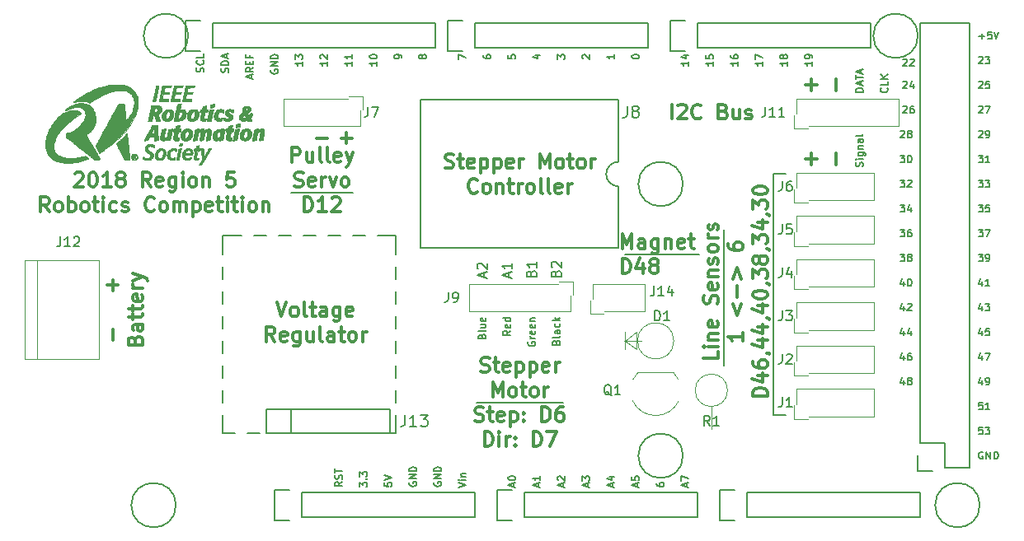
<source format=gto>
G04 #@! TF.FileFunction,Legend,Top*
%FSLAX46Y46*%
G04 Gerber Fmt 4.6, Leading zero omitted, Abs format (unit mm)*
G04 Created by KiCad (PCBNEW 4.0.7) date 03/31/18 17:40:11*
%MOMM*%
%LPD*%
G01*
G04 APERTURE LIST*
%ADD10C,0.100000*%
%ADD11C,0.150000*%
%ADD12C,0.190500*%
%ADD13C,0.300000*%
%ADD14C,0.203200*%
%ADD15C,0.120000*%
%ADD16C,0.010000*%
G04 APERTURE END LIST*
D10*
D11*
X144944714Y-73072572D02*
X144909000Y-73144000D01*
X144873286Y-73179715D01*
X144801857Y-73215429D01*
X144766143Y-73215429D01*
X144694714Y-73179715D01*
X144659000Y-73144000D01*
X144623286Y-73072572D01*
X144623286Y-72929715D01*
X144659000Y-72858286D01*
X144694714Y-72822572D01*
X144766143Y-72786857D01*
X144801857Y-72786857D01*
X144873286Y-72822572D01*
X144909000Y-72858286D01*
X144944714Y-72929715D01*
X144944714Y-73072572D01*
X144980429Y-73144000D01*
X145016143Y-73179715D01*
X145087571Y-73215429D01*
X145230429Y-73215429D01*
X145301857Y-73179715D01*
X145337571Y-73144000D01*
X145373286Y-73072572D01*
X145373286Y-72929715D01*
X145337571Y-72858286D01*
X145301857Y-72822572D01*
X145230429Y-72786857D01*
X145087571Y-72786857D01*
X145016143Y-72822572D01*
X144980429Y-72858286D01*
X144944714Y-72929715D01*
D12*
X151075571Y-101763286D02*
X151111857Y-101654429D01*
X151148143Y-101618144D01*
X151220714Y-101581858D01*
X151329571Y-101581858D01*
X151402143Y-101618144D01*
X151438429Y-101654429D01*
X151474714Y-101727001D01*
X151474714Y-102017286D01*
X150712714Y-102017286D01*
X150712714Y-101763286D01*
X150749000Y-101690715D01*
X150785286Y-101654429D01*
X150857857Y-101618144D01*
X150930429Y-101618144D01*
X151003000Y-101654429D01*
X151039286Y-101690715D01*
X151075571Y-101763286D01*
X151075571Y-102017286D01*
X151474714Y-101146429D02*
X151438429Y-101219001D01*
X151365857Y-101255286D01*
X150712714Y-101255286D01*
X150966714Y-100529572D02*
X151474714Y-100529572D01*
X150966714Y-100856143D02*
X151365857Y-100856143D01*
X151438429Y-100819858D01*
X151474714Y-100747286D01*
X151474714Y-100638429D01*
X151438429Y-100565858D01*
X151402143Y-100529572D01*
X151438429Y-99876429D02*
X151474714Y-99949000D01*
X151474714Y-100094143D01*
X151438429Y-100166714D01*
X151365857Y-100203000D01*
X151075571Y-100203000D01*
X151003000Y-100166714D01*
X150966714Y-100094143D01*
X150966714Y-99949000D01*
X151003000Y-99876429D01*
X151075571Y-99840143D01*
X151148143Y-99840143D01*
X151220714Y-100203000D01*
D11*
X202430000Y-98645286D02*
X202430000Y-99145286D01*
X202251429Y-98359571D02*
X202072857Y-98895286D01*
X202537143Y-98895286D01*
X202751429Y-98395286D02*
X203215715Y-98395286D01*
X202965715Y-98681000D01*
X203072857Y-98681000D01*
X203144286Y-98716714D01*
X203180000Y-98752429D01*
X203215715Y-98823857D01*
X203215715Y-99002429D01*
X203180000Y-99073857D01*
X203144286Y-99109571D01*
X203072857Y-99145286D01*
X202858572Y-99145286D01*
X202787143Y-99109571D01*
X202751429Y-99073857D01*
X202037143Y-93315286D02*
X202501429Y-93315286D01*
X202251429Y-93601000D01*
X202358571Y-93601000D01*
X202430000Y-93636714D01*
X202465714Y-93672429D01*
X202501429Y-93743857D01*
X202501429Y-93922429D01*
X202465714Y-93993857D01*
X202430000Y-94029571D01*
X202358571Y-94065286D01*
X202144286Y-94065286D01*
X202072857Y-94029571D01*
X202037143Y-93993857D01*
X202858572Y-94065286D02*
X203001429Y-94065286D01*
X203072857Y-94029571D01*
X203108572Y-93993857D01*
X203180000Y-93886714D01*
X203215715Y-93743857D01*
X203215715Y-93458143D01*
X203180000Y-93386714D01*
X203144286Y-93351000D01*
X203072857Y-93315286D01*
X202930000Y-93315286D01*
X202858572Y-93351000D01*
X202822857Y-93386714D01*
X202787143Y-93458143D01*
X202787143Y-93636714D01*
X202822857Y-93708143D01*
X202858572Y-93743857D01*
X202930000Y-93779571D01*
X203072857Y-93779571D01*
X203144286Y-93743857D01*
X203180000Y-93708143D01*
X203215715Y-93636714D01*
X194397428Y-101185286D02*
X194397428Y-101685286D01*
X194218857Y-100899571D02*
X194040285Y-101435286D01*
X194504571Y-101435286D01*
X195111714Y-101185286D02*
X195111714Y-101685286D01*
X194933143Y-100899571D02*
X194754571Y-101435286D01*
X195218857Y-101435286D01*
D13*
X109260715Y-85041429D02*
X109332144Y-84970000D01*
X109475001Y-84898571D01*
X109832144Y-84898571D01*
X109975001Y-84970000D01*
X110046430Y-85041429D01*
X110117858Y-85184286D01*
X110117858Y-85327143D01*
X110046430Y-85541429D01*
X109189287Y-86398571D01*
X110117858Y-86398571D01*
X111046429Y-84898571D02*
X111189286Y-84898571D01*
X111332143Y-84970000D01*
X111403572Y-85041429D01*
X111475001Y-85184286D01*
X111546429Y-85470000D01*
X111546429Y-85827143D01*
X111475001Y-86112857D01*
X111403572Y-86255714D01*
X111332143Y-86327143D01*
X111189286Y-86398571D01*
X111046429Y-86398571D01*
X110903572Y-86327143D01*
X110832143Y-86255714D01*
X110760715Y-86112857D01*
X110689286Y-85827143D01*
X110689286Y-85470000D01*
X110760715Y-85184286D01*
X110832143Y-85041429D01*
X110903572Y-84970000D01*
X111046429Y-84898571D01*
X112975000Y-86398571D02*
X112117857Y-86398571D01*
X112546429Y-86398571D02*
X112546429Y-84898571D01*
X112403572Y-85112857D01*
X112260714Y-85255714D01*
X112117857Y-85327143D01*
X113832143Y-85541429D02*
X113689285Y-85470000D01*
X113617857Y-85398571D01*
X113546428Y-85255714D01*
X113546428Y-85184286D01*
X113617857Y-85041429D01*
X113689285Y-84970000D01*
X113832143Y-84898571D01*
X114117857Y-84898571D01*
X114260714Y-84970000D01*
X114332143Y-85041429D01*
X114403571Y-85184286D01*
X114403571Y-85255714D01*
X114332143Y-85398571D01*
X114260714Y-85470000D01*
X114117857Y-85541429D01*
X113832143Y-85541429D01*
X113689285Y-85612857D01*
X113617857Y-85684286D01*
X113546428Y-85827143D01*
X113546428Y-86112857D01*
X113617857Y-86255714D01*
X113689285Y-86327143D01*
X113832143Y-86398571D01*
X114117857Y-86398571D01*
X114260714Y-86327143D01*
X114332143Y-86255714D01*
X114403571Y-86112857D01*
X114403571Y-85827143D01*
X114332143Y-85684286D01*
X114260714Y-85612857D01*
X114117857Y-85541429D01*
X117046428Y-86398571D02*
X116546428Y-85684286D01*
X116189285Y-86398571D02*
X116189285Y-84898571D01*
X116760713Y-84898571D01*
X116903571Y-84970000D01*
X116974999Y-85041429D01*
X117046428Y-85184286D01*
X117046428Y-85398571D01*
X116974999Y-85541429D01*
X116903571Y-85612857D01*
X116760713Y-85684286D01*
X116189285Y-85684286D01*
X118260713Y-86327143D02*
X118117856Y-86398571D01*
X117832142Y-86398571D01*
X117689285Y-86327143D01*
X117617856Y-86184286D01*
X117617856Y-85612857D01*
X117689285Y-85470000D01*
X117832142Y-85398571D01*
X118117856Y-85398571D01*
X118260713Y-85470000D01*
X118332142Y-85612857D01*
X118332142Y-85755714D01*
X117617856Y-85898571D01*
X119617856Y-85398571D02*
X119617856Y-86612857D01*
X119546427Y-86755714D01*
X119474999Y-86827143D01*
X119332142Y-86898571D01*
X119117856Y-86898571D01*
X118974999Y-86827143D01*
X119617856Y-86327143D02*
X119474999Y-86398571D01*
X119189285Y-86398571D01*
X119046427Y-86327143D01*
X118974999Y-86255714D01*
X118903570Y-86112857D01*
X118903570Y-85684286D01*
X118974999Y-85541429D01*
X119046427Y-85470000D01*
X119189285Y-85398571D01*
X119474999Y-85398571D01*
X119617856Y-85470000D01*
X120332142Y-86398571D02*
X120332142Y-85398571D01*
X120332142Y-84898571D02*
X120260713Y-84970000D01*
X120332142Y-85041429D01*
X120403570Y-84970000D01*
X120332142Y-84898571D01*
X120332142Y-85041429D01*
X121260714Y-86398571D02*
X121117856Y-86327143D01*
X121046428Y-86255714D01*
X120974999Y-86112857D01*
X120974999Y-85684286D01*
X121046428Y-85541429D01*
X121117856Y-85470000D01*
X121260714Y-85398571D01*
X121474999Y-85398571D01*
X121617856Y-85470000D01*
X121689285Y-85541429D01*
X121760714Y-85684286D01*
X121760714Y-86112857D01*
X121689285Y-86255714D01*
X121617856Y-86327143D01*
X121474999Y-86398571D01*
X121260714Y-86398571D01*
X122403571Y-85398571D02*
X122403571Y-86398571D01*
X122403571Y-85541429D02*
X122474999Y-85470000D01*
X122617857Y-85398571D01*
X122832142Y-85398571D01*
X122974999Y-85470000D01*
X123046428Y-85612857D01*
X123046428Y-86398571D01*
X125617857Y-84898571D02*
X124903571Y-84898571D01*
X124832142Y-85612857D01*
X124903571Y-85541429D01*
X125046428Y-85470000D01*
X125403571Y-85470000D01*
X125546428Y-85541429D01*
X125617857Y-85612857D01*
X125689285Y-85755714D01*
X125689285Y-86112857D01*
X125617857Y-86255714D01*
X125546428Y-86327143D01*
X125403571Y-86398571D01*
X125046428Y-86398571D01*
X124903571Y-86327143D01*
X124832142Y-86255714D01*
X106617857Y-88948571D02*
X106117857Y-88234286D01*
X105760714Y-88948571D02*
X105760714Y-87448571D01*
X106332142Y-87448571D01*
X106475000Y-87520000D01*
X106546428Y-87591429D01*
X106617857Y-87734286D01*
X106617857Y-87948571D01*
X106546428Y-88091429D01*
X106475000Y-88162857D01*
X106332142Y-88234286D01*
X105760714Y-88234286D01*
X107475000Y-88948571D02*
X107332142Y-88877143D01*
X107260714Y-88805714D01*
X107189285Y-88662857D01*
X107189285Y-88234286D01*
X107260714Y-88091429D01*
X107332142Y-88020000D01*
X107475000Y-87948571D01*
X107689285Y-87948571D01*
X107832142Y-88020000D01*
X107903571Y-88091429D01*
X107975000Y-88234286D01*
X107975000Y-88662857D01*
X107903571Y-88805714D01*
X107832142Y-88877143D01*
X107689285Y-88948571D01*
X107475000Y-88948571D01*
X108617857Y-88948571D02*
X108617857Y-87448571D01*
X108617857Y-88020000D02*
X108760714Y-87948571D01*
X109046428Y-87948571D01*
X109189285Y-88020000D01*
X109260714Y-88091429D01*
X109332143Y-88234286D01*
X109332143Y-88662857D01*
X109260714Y-88805714D01*
X109189285Y-88877143D01*
X109046428Y-88948571D01*
X108760714Y-88948571D01*
X108617857Y-88877143D01*
X110189286Y-88948571D02*
X110046428Y-88877143D01*
X109975000Y-88805714D01*
X109903571Y-88662857D01*
X109903571Y-88234286D01*
X109975000Y-88091429D01*
X110046428Y-88020000D01*
X110189286Y-87948571D01*
X110403571Y-87948571D01*
X110546428Y-88020000D01*
X110617857Y-88091429D01*
X110689286Y-88234286D01*
X110689286Y-88662857D01*
X110617857Y-88805714D01*
X110546428Y-88877143D01*
X110403571Y-88948571D01*
X110189286Y-88948571D01*
X111117857Y-87948571D02*
X111689286Y-87948571D01*
X111332143Y-87448571D02*
X111332143Y-88734286D01*
X111403571Y-88877143D01*
X111546429Y-88948571D01*
X111689286Y-88948571D01*
X112189286Y-88948571D02*
X112189286Y-87948571D01*
X112189286Y-87448571D02*
X112117857Y-87520000D01*
X112189286Y-87591429D01*
X112260714Y-87520000D01*
X112189286Y-87448571D01*
X112189286Y-87591429D01*
X113546429Y-88877143D02*
X113403572Y-88948571D01*
X113117858Y-88948571D01*
X112975000Y-88877143D01*
X112903572Y-88805714D01*
X112832143Y-88662857D01*
X112832143Y-88234286D01*
X112903572Y-88091429D01*
X112975000Y-88020000D01*
X113117858Y-87948571D01*
X113403572Y-87948571D01*
X113546429Y-88020000D01*
X114117857Y-88877143D02*
X114260714Y-88948571D01*
X114546429Y-88948571D01*
X114689286Y-88877143D01*
X114760714Y-88734286D01*
X114760714Y-88662857D01*
X114689286Y-88520000D01*
X114546429Y-88448571D01*
X114332143Y-88448571D01*
X114189286Y-88377143D01*
X114117857Y-88234286D01*
X114117857Y-88162857D01*
X114189286Y-88020000D01*
X114332143Y-87948571D01*
X114546429Y-87948571D01*
X114689286Y-88020000D01*
X117403572Y-88805714D02*
X117332143Y-88877143D01*
X117117857Y-88948571D01*
X116975000Y-88948571D01*
X116760715Y-88877143D01*
X116617857Y-88734286D01*
X116546429Y-88591429D01*
X116475000Y-88305714D01*
X116475000Y-88091429D01*
X116546429Y-87805714D01*
X116617857Y-87662857D01*
X116760715Y-87520000D01*
X116975000Y-87448571D01*
X117117857Y-87448571D01*
X117332143Y-87520000D01*
X117403572Y-87591429D01*
X118260715Y-88948571D02*
X118117857Y-88877143D01*
X118046429Y-88805714D01*
X117975000Y-88662857D01*
X117975000Y-88234286D01*
X118046429Y-88091429D01*
X118117857Y-88020000D01*
X118260715Y-87948571D01*
X118475000Y-87948571D01*
X118617857Y-88020000D01*
X118689286Y-88091429D01*
X118760715Y-88234286D01*
X118760715Y-88662857D01*
X118689286Y-88805714D01*
X118617857Y-88877143D01*
X118475000Y-88948571D01*
X118260715Y-88948571D01*
X119403572Y-88948571D02*
X119403572Y-87948571D01*
X119403572Y-88091429D02*
X119475000Y-88020000D01*
X119617858Y-87948571D01*
X119832143Y-87948571D01*
X119975000Y-88020000D01*
X120046429Y-88162857D01*
X120046429Y-88948571D01*
X120046429Y-88162857D02*
X120117858Y-88020000D01*
X120260715Y-87948571D01*
X120475000Y-87948571D01*
X120617858Y-88020000D01*
X120689286Y-88162857D01*
X120689286Y-88948571D01*
X121403572Y-87948571D02*
X121403572Y-89448571D01*
X121403572Y-88020000D02*
X121546429Y-87948571D01*
X121832143Y-87948571D01*
X121975000Y-88020000D01*
X122046429Y-88091429D01*
X122117858Y-88234286D01*
X122117858Y-88662857D01*
X122046429Y-88805714D01*
X121975000Y-88877143D01*
X121832143Y-88948571D01*
X121546429Y-88948571D01*
X121403572Y-88877143D01*
X123332143Y-88877143D02*
X123189286Y-88948571D01*
X122903572Y-88948571D01*
X122760715Y-88877143D01*
X122689286Y-88734286D01*
X122689286Y-88162857D01*
X122760715Y-88020000D01*
X122903572Y-87948571D01*
X123189286Y-87948571D01*
X123332143Y-88020000D01*
X123403572Y-88162857D01*
X123403572Y-88305714D01*
X122689286Y-88448571D01*
X123832143Y-87948571D02*
X124403572Y-87948571D01*
X124046429Y-87448571D02*
X124046429Y-88734286D01*
X124117857Y-88877143D01*
X124260715Y-88948571D01*
X124403572Y-88948571D01*
X124903572Y-88948571D02*
X124903572Y-87948571D01*
X124903572Y-87448571D02*
X124832143Y-87520000D01*
X124903572Y-87591429D01*
X124975000Y-87520000D01*
X124903572Y-87448571D01*
X124903572Y-87591429D01*
X125403572Y-87948571D02*
X125975001Y-87948571D01*
X125617858Y-87448571D02*
X125617858Y-88734286D01*
X125689286Y-88877143D01*
X125832144Y-88948571D01*
X125975001Y-88948571D01*
X126475001Y-88948571D02*
X126475001Y-87948571D01*
X126475001Y-87448571D02*
X126403572Y-87520000D01*
X126475001Y-87591429D01*
X126546429Y-87520000D01*
X126475001Y-87448571D01*
X126475001Y-87591429D01*
X127403573Y-88948571D02*
X127260715Y-88877143D01*
X127189287Y-88805714D01*
X127117858Y-88662857D01*
X127117858Y-88234286D01*
X127189287Y-88091429D01*
X127260715Y-88020000D01*
X127403573Y-87948571D01*
X127617858Y-87948571D01*
X127760715Y-88020000D01*
X127832144Y-88091429D01*
X127903573Y-88234286D01*
X127903573Y-88662857D01*
X127832144Y-88805714D01*
X127760715Y-88877143D01*
X127617858Y-88948571D01*
X127403573Y-88948571D01*
X128546430Y-87948571D02*
X128546430Y-88948571D01*
X128546430Y-88091429D02*
X128617858Y-88020000D01*
X128760716Y-87948571D01*
X128975001Y-87948571D01*
X129117858Y-88020000D01*
X129189287Y-88162857D01*
X129189287Y-88948571D01*
D11*
X194294285Y-73320714D02*
X194329999Y-73285000D01*
X194401428Y-73249286D01*
X194579999Y-73249286D01*
X194651428Y-73285000D01*
X194687142Y-73320714D01*
X194722857Y-73392143D01*
X194722857Y-73463571D01*
X194687142Y-73570714D01*
X194258571Y-73999286D01*
X194722857Y-73999286D01*
X195008571Y-73320714D02*
X195044285Y-73285000D01*
X195115714Y-73249286D01*
X195294285Y-73249286D01*
X195365714Y-73285000D01*
X195401428Y-73320714D01*
X195437143Y-73392143D01*
X195437143Y-73463571D01*
X195401428Y-73570714D01*
X194972857Y-73999286D01*
X195437143Y-73999286D01*
X122477571Y-74572572D02*
X122513286Y-74465429D01*
X122513286Y-74286858D01*
X122477571Y-74215429D01*
X122441857Y-74179715D01*
X122370429Y-74144000D01*
X122299000Y-74144000D01*
X122227571Y-74179715D01*
X122191857Y-74215429D01*
X122156143Y-74286858D01*
X122120429Y-74429715D01*
X122084714Y-74501143D01*
X122049000Y-74536858D01*
X121977571Y-74572572D01*
X121906143Y-74572572D01*
X121834714Y-74536858D01*
X121799000Y-74501143D01*
X121763286Y-74429715D01*
X121763286Y-74251143D01*
X121799000Y-74144000D01*
X122441857Y-73394000D02*
X122477571Y-73429714D01*
X122513286Y-73536857D01*
X122513286Y-73608286D01*
X122477571Y-73715429D01*
X122406143Y-73786857D01*
X122334714Y-73822572D01*
X122191857Y-73858286D01*
X122084714Y-73858286D01*
X121941857Y-73822572D01*
X121870429Y-73786857D01*
X121799000Y-73715429D01*
X121763286Y-73608286D01*
X121763286Y-73536857D01*
X121799000Y-73429714D01*
X121834714Y-73394000D01*
X122513286Y-72715429D02*
X122513286Y-73072572D01*
X121763286Y-73072572D01*
X125017571Y-74608286D02*
X125053286Y-74501143D01*
X125053286Y-74322572D01*
X125017571Y-74251143D01*
X124981857Y-74215429D01*
X124910429Y-74179714D01*
X124839000Y-74179714D01*
X124767571Y-74215429D01*
X124731857Y-74251143D01*
X124696143Y-74322572D01*
X124660429Y-74465429D01*
X124624714Y-74536857D01*
X124589000Y-74572572D01*
X124517571Y-74608286D01*
X124446143Y-74608286D01*
X124374714Y-74572572D01*
X124339000Y-74536857D01*
X124303286Y-74465429D01*
X124303286Y-74286857D01*
X124339000Y-74179714D01*
X125053286Y-73858286D02*
X124303286Y-73858286D01*
X124303286Y-73679714D01*
X124339000Y-73572571D01*
X124410429Y-73501143D01*
X124481857Y-73465428D01*
X124624714Y-73429714D01*
X124731857Y-73429714D01*
X124874714Y-73465428D01*
X124946143Y-73501143D01*
X125017571Y-73572571D01*
X125053286Y-73679714D01*
X125053286Y-73858286D01*
X124839000Y-73144000D02*
X124839000Y-72786857D01*
X125053286Y-73215428D02*
X124303286Y-72965428D01*
X125053286Y-72715428D01*
X127379000Y-75215428D02*
X127379000Y-74858285D01*
X127593286Y-75286856D02*
X126843286Y-75036856D01*
X127593286Y-74786856D01*
X127593286Y-74108285D02*
X127236143Y-74358285D01*
X127593286Y-74536857D02*
X126843286Y-74536857D01*
X126843286Y-74251142D01*
X126879000Y-74179714D01*
X126914714Y-74143999D01*
X126986143Y-74108285D01*
X127093286Y-74108285D01*
X127164714Y-74143999D01*
X127200429Y-74179714D01*
X127236143Y-74251142D01*
X127236143Y-74536857D01*
X127200429Y-73786857D02*
X127200429Y-73536857D01*
X127593286Y-73429714D02*
X127593286Y-73786857D01*
X126843286Y-73786857D01*
X126843286Y-73429714D01*
X127200429Y-72858286D02*
X127200429Y-73108286D01*
X127593286Y-73108286D02*
X126843286Y-73108286D01*
X126843286Y-72751143D01*
X129419000Y-74358285D02*
X129383286Y-74429714D01*
X129383286Y-74536857D01*
X129419000Y-74644000D01*
X129490429Y-74715428D01*
X129561857Y-74751143D01*
X129704714Y-74786857D01*
X129811857Y-74786857D01*
X129954714Y-74751143D01*
X130026143Y-74715428D01*
X130097571Y-74644000D01*
X130133286Y-74536857D01*
X130133286Y-74465428D01*
X130097571Y-74358285D01*
X130061857Y-74322571D01*
X129811857Y-74322571D01*
X129811857Y-74465428D01*
X130133286Y-74001143D02*
X129383286Y-74001143D01*
X130133286Y-73572571D01*
X129383286Y-73572571D01*
X130133286Y-73215429D02*
X129383286Y-73215429D01*
X129383286Y-73036857D01*
X129419000Y-72929714D01*
X129490429Y-72858286D01*
X129561857Y-72822571D01*
X129704714Y-72786857D01*
X129811857Y-72786857D01*
X129954714Y-72822571D01*
X130026143Y-72858286D01*
X130097571Y-72929714D01*
X130133286Y-73036857D01*
X130133286Y-73215429D01*
X132673286Y-73501143D02*
X132673286Y-73929715D01*
X132673286Y-73715429D02*
X131923286Y-73715429D01*
X132030429Y-73786858D01*
X132101857Y-73858286D01*
X132137571Y-73929715D01*
X131923286Y-73251143D02*
X131923286Y-72786857D01*
X132209000Y-73036857D01*
X132209000Y-72929715D01*
X132244714Y-72858286D01*
X132280429Y-72822572D01*
X132351857Y-72786857D01*
X132530429Y-72786857D01*
X132601857Y-72822572D01*
X132637571Y-72858286D01*
X132673286Y-72929715D01*
X132673286Y-73144000D01*
X132637571Y-73215429D01*
X132601857Y-73251143D01*
X135213286Y-73501143D02*
X135213286Y-73929715D01*
X135213286Y-73715429D02*
X134463286Y-73715429D01*
X134570429Y-73786858D01*
X134641857Y-73858286D01*
X134677571Y-73929715D01*
X134534714Y-73215429D02*
X134499000Y-73179715D01*
X134463286Y-73108286D01*
X134463286Y-72929715D01*
X134499000Y-72858286D01*
X134534714Y-72822572D01*
X134606143Y-72786857D01*
X134677571Y-72786857D01*
X134784714Y-72822572D01*
X135213286Y-73251143D01*
X135213286Y-72786857D01*
X137753286Y-73501143D02*
X137753286Y-73929715D01*
X137753286Y-73715429D02*
X137003286Y-73715429D01*
X137110429Y-73786858D01*
X137181857Y-73858286D01*
X137217571Y-73929715D01*
X137753286Y-72786857D02*
X137753286Y-73215429D01*
X137753286Y-73001143D02*
X137003286Y-73001143D01*
X137110429Y-73072572D01*
X137181857Y-73144000D01*
X137217571Y-73215429D01*
X140293286Y-73501143D02*
X140293286Y-73929715D01*
X140293286Y-73715429D02*
X139543286Y-73715429D01*
X139650429Y-73786858D01*
X139721857Y-73858286D01*
X139757571Y-73929715D01*
X139543286Y-73036857D02*
X139543286Y-72965429D01*
X139579000Y-72894000D01*
X139614714Y-72858286D01*
X139686143Y-72822572D01*
X139829000Y-72786857D01*
X140007571Y-72786857D01*
X140150429Y-72822572D01*
X140221857Y-72858286D01*
X140257571Y-72894000D01*
X140293286Y-72965429D01*
X140293286Y-73036857D01*
X140257571Y-73108286D01*
X140221857Y-73144000D01*
X140150429Y-73179715D01*
X140007571Y-73215429D01*
X139829000Y-73215429D01*
X139686143Y-73179715D01*
X139614714Y-73144000D01*
X139579000Y-73108286D01*
X139543286Y-73036857D01*
X142833286Y-73144000D02*
X142833286Y-73001143D01*
X142797571Y-72929715D01*
X142761857Y-72894000D01*
X142654714Y-72822572D01*
X142511857Y-72786857D01*
X142226143Y-72786857D01*
X142154714Y-72822572D01*
X142119000Y-72858286D01*
X142083286Y-72929715D01*
X142083286Y-73072572D01*
X142119000Y-73144000D01*
X142154714Y-73179715D01*
X142226143Y-73215429D01*
X142404714Y-73215429D01*
X142476143Y-73179715D01*
X142511857Y-73144000D01*
X142547571Y-73072572D01*
X142547571Y-72929715D01*
X142511857Y-72858286D01*
X142476143Y-72822572D01*
X142404714Y-72786857D01*
X148687286Y-73251143D02*
X148687286Y-72751143D01*
X149437286Y-73072572D01*
X151227286Y-72858286D02*
X151227286Y-73001143D01*
X151263000Y-73072572D01*
X151298714Y-73108286D01*
X151405857Y-73179715D01*
X151548714Y-73215429D01*
X151834429Y-73215429D01*
X151905857Y-73179715D01*
X151941571Y-73144000D01*
X151977286Y-73072572D01*
X151977286Y-72929715D01*
X151941571Y-72858286D01*
X151905857Y-72822572D01*
X151834429Y-72786857D01*
X151655857Y-72786857D01*
X151584429Y-72822572D01*
X151548714Y-72858286D01*
X151513000Y-72929715D01*
X151513000Y-73072572D01*
X151548714Y-73144000D01*
X151584429Y-73179715D01*
X151655857Y-73215429D01*
X153767286Y-72822572D02*
X153767286Y-73179715D01*
X154124429Y-73215429D01*
X154088714Y-73179715D01*
X154053000Y-73108286D01*
X154053000Y-72929715D01*
X154088714Y-72858286D01*
X154124429Y-72822572D01*
X154195857Y-72786857D01*
X154374429Y-72786857D01*
X154445857Y-72822572D01*
X154481571Y-72858286D01*
X154517286Y-72929715D01*
X154517286Y-73108286D01*
X154481571Y-73179715D01*
X154445857Y-73215429D01*
X156557286Y-72858286D02*
X157057286Y-72858286D01*
X156271571Y-73036857D02*
X156807286Y-73215429D01*
X156807286Y-72751143D01*
X158847286Y-73251143D02*
X158847286Y-72786857D01*
X159133000Y-73036857D01*
X159133000Y-72929715D01*
X159168714Y-72858286D01*
X159204429Y-72822572D01*
X159275857Y-72786857D01*
X159454429Y-72786857D01*
X159525857Y-72822572D01*
X159561571Y-72858286D01*
X159597286Y-72929715D01*
X159597286Y-73144000D01*
X159561571Y-73215429D01*
X159525857Y-73251143D01*
X161458714Y-73215429D02*
X161423000Y-73179715D01*
X161387286Y-73108286D01*
X161387286Y-72929715D01*
X161423000Y-72858286D01*
X161458714Y-72822572D01*
X161530143Y-72786857D01*
X161601571Y-72786857D01*
X161708714Y-72822572D01*
X162137286Y-73251143D01*
X162137286Y-72786857D01*
X164677286Y-72786857D02*
X164677286Y-73215429D01*
X164677286Y-73001143D02*
X163927286Y-73001143D01*
X164034429Y-73072572D01*
X164105857Y-73144000D01*
X164141571Y-73215429D01*
X166467286Y-73036857D02*
X166467286Y-72965429D01*
X166503000Y-72894000D01*
X166538714Y-72858286D01*
X166610143Y-72822572D01*
X166753000Y-72786857D01*
X166931571Y-72786857D01*
X167074429Y-72822572D01*
X167145857Y-72858286D01*
X167181571Y-72894000D01*
X167217286Y-72965429D01*
X167217286Y-73036857D01*
X167181571Y-73108286D01*
X167145857Y-73144000D01*
X167074429Y-73179715D01*
X166931571Y-73215429D01*
X166753000Y-73215429D01*
X166610143Y-73179715D01*
X166538714Y-73144000D01*
X166503000Y-73108286D01*
X166467286Y-73036857D01*
X172297286Y-73501143D02*
X172297286Y-73929715D01*
X172297286Y-73715429D02*
X171547286Y-73715429D01*
X171654429Y-73786858D01*
X171725857Y-73858286D01*
X171761571Y-73929715D01*
X171797286Y-72858286D02*
X172297286Y-72858286D01*
X171511571Y-73036857D02*
X172047286Y-73215429D01*
X172047286Y-72751143D01*
X174837286Y-73501143D02*
X174837286Y-73929715D01*
X174837286Y-73715429D02*
X174087286Y-73715429D01*
X174194429Y-73786858D01*
X174265857Y-73858286D01*
X174301571Y-73929715D01*
X174087286Y-72822572D02*
X174087286Y-73179715D01*
X174444429Y-73215429D01*
X174408714Y-73179715D01*
X174373000Y-73108286D01*
X174373000Y-72929715D01*
X174408714Y-72858286D01*
X174444429Y-72822572D01*
X174515857Y-72786857D01*
X174694429Y-72786857D01*
X174765857Y-72822572D01*
X174801571Y-72858286D01*
X174837286Y-72929715D01*
X174837286Y-73108286D01*
X174801571Y-73179715D01*
X174765857Y-73215429D01*
X177377286Y-73501143D02*
X177377286Y-73929715D01*
X177377286Y-73715429D02*
X176627286Y-73715429D01*
X176734429Y-73786858D01*
X176805857Y-73858286D01*
X176841571Y-73929715D01*
X176627286Y-72858286D02*
X176627286Y-73001143D01*
X176663000Y-73072572D01*
X176698714Y-73108286D01*
X176805857Y-73179715D01*
X176948714Y-73215429D01*
X177234429Y-73215429D01*
X177305857Y-73179715D01*
X177341571Y-73144000D01*
X177377286Y-73072572D01*
X177377286Y-72929715D01*
X177341571Y-72858286D01*
X177305857Y-72822572D01*
X177234429Y-72786857D01*
X177055857Y-72786857D01*
X176984429Y-72822572D01*
X176948714Y-72858286D01*
X176913000Y-72929715D01*
X176913000Y-73072572D01*
X176948714Y-73144000D01*
X176984429Y-73179715D01*
X177055857Y-73215429D01*
X179917286Y-73501143D02*
X179917286Y-73929715D01*
X179917286Y-73715429D02*
X179167286Y-73715429D01*
X179274429Y-73786858D01*
X179345857Y-73858286D01*
X179381571Y-73929715D01*
X179167286Y-73251143D02*
X179167286Y-72751143D01*
X179917286Y-73072572D01*
X182457286Y-73501143D02*
X182457286Y-73929715D01*
X182457286Y-73715429D02*
X181707286Y-73715429D01*
X181814429Y-73786858D01*
X181885857Y-73858286D01*
X181921571Y-73929715D01*
X182028714Y-73072572D02*
X181993000Y-73144000D01*
X181957286Y-73179715D01*
X181885857Y-73215429D01*
X181850143Y-73215429D01*
X181778714Y-73179715D01*
X181743000Y-73144000D01*
X181707286Y-73072572D01*
X181707286Y-72929715D01*
X181743000Y-72858286D01*
X181778714Y-72822572D01*
X181850143Y-72786857D01*
X181885857Y-72786857D01*
X181957286Y-72822572D01*
X181993000Y-72858286D01*
X182028714Y-72929715D01*
X182028714Y-73072572D01*
X182064429Y-73144000D01*
X182100143Y-73179715D01*
X182171571Y-73215429D01*
X182314429Y-73215429D01*
X182385857Y-73179715D01*
X182421571Y-73144000D01*
X182457286Y-73072572D01*
X182457286Y-72929715D01*
X182421571Y-72858286D01*
X182385857Y-72822572D01*
X182314429Y-72786857D01*
X182171571Y-72786857D01*
X182100143Y-72822572D01*
X182064429Y-72858286D01*
X182028714Y-72929715D01*
X202108571Y-70919571D02*
X202680000Y-70919571D01*
X202394286Y-71205286D02*
X202394286Y-70633857D01*
X203394285Y-70455286D02*
X203037142Y-70455286D01*
X203001428Y-70812429D01*
X203037142Y-70776714D01*
X203108571Y-70741000D01*
X203287142Y-70741000D01*
X203358571Y-70776714D01*
X203394285Y-70812429D01*
X203430000Y-70883857D01*
X203430000Y-71062429D01*
X203394285Y-71133857D01*
X203358571Y-71169571D01*
X203287142Y-71205286D01*
X203108571Y-71205286D01*
X203037142Y-71169571D01*
X203001428Y-71133857D01*
X203644286Y-70455286D02*
X203894286Y-71205286D01*
X204144286Y-70455286D01*
X202072857Y-73066714D02*
X202108571Y-73031000D01*
X202180000Y-72995286D01*
X202358571Y-72995286D01*
X202430000Y-73031000D01*
X202465714Y-73066714D01*
X202501429Y-73138143D01*
X202501429Y-73209571D01*
X202465714Y-73316714D01*
X202037143Y-73745286D01*
X202501429Y-73745286D01*
X202751429Y-72995286D02*
X203215715Y-72995286D01*
X202965715Y-73281000D01*
X203072857Y-73281000D01*
X203144286Y-73316714D01*
X203180000Y-73352429D01*
X203215715Y-73423857D01*
X203215715Y-73602429D01*
X203180000Y-73673857D01*
X203144286Y-73709571D01*
X203072857Y-73745286D01*
X202858572Y-73745286D01*
X202787143Y-73709571D01*
X202751429Y-73673857D01*
X202072857Y-75606714D02*
X202108571Y-75571000D01*
X202180000Y-75535286D01*
X202358571Y-75535286D01*
X202430000Y-75571000D01*
X202465714Y-75606714D01*
X202501429Y-75678143D01*
X202501429Y-75749571D01*
X202465714Y-75856714D01*
X202037143Y-76285286D01*
X202501429Y-76285286D01*
X203180000Y-75535286D02*
X202822857Y-75535286D01*
X202787143Y-75892429D01*
X202822857Y-75856714D01*
X202894286Y-75821000D01*
X203072857Y-75821000D01*
X203144286Y-75856714D01*
X203180000Y-75892429D01*
X203215715Y-75963857D01*
X203215715Y-76142429D01*
X203180000Y-76213857D01*
X203144286Y-76249571D01*
X203072857Y-76285286D01*
X202894286Y-76285286D01*
X202822857Y-76249571D01*
X202787143Y-76213857D01*
X202072857Y-78146714D02*
X202108571Y-78111000D01*
X202180000Y-78075286D01*
X202358571Y-78075286D01*
X202430000Y-78111000D01*
X202465714Y-78146714D01*
X202501429Y-78218143D01*
X202501429Y-78289571D01*
X202465714Y-78396714D01*
X202037143Y-78825286D01*
X202501429Y-78825286D01*
X202751429Y-78075286D02*
X203251429Y-78075286D01*
X202930000Y-78825286D01*
X202072857Y-80686714D02*
X202108571Y-80651000D01*
X202180000Y-80615286D01*
X202358571Y-80615286D01*
X202430000Y-80651000D01*
X202465714Y-80686714D01*
X202501429Y-80758143D01*
X202501429Y-80829571D01*
X202465714Y-80936714D01*
X202037143Y-81365286D01*
X202501429Y-81365286D01*
X202858572Y-81365286D02*
X203001429Y-81365286D01*
X203072857Y-81329571D01*
X203108572Y-81293857D01*
X203180000Y-81186714D01*
X203215715Y-81043857D01*
X203215715Y-80758143D01*
X203180000Y-80686714D01*
X203144286Y-80651000D01*
X203072857Y-80615286D01*
X202930000Y-80615286D01*
X202858572Y-80651000D01*
X202822857Y-80686714D01*
X202787143Y-80758143D01*
X202787143Y-80936714D01*
X202822857Y-81008143D01*
X202858572Y-81043857D01*
X202930000Y-81079571D01*
X203072857Y-81079571D01*
X203144286Y-81043857D01*
X203180000Y-81008143D01*
X203215715Y-80936714D01*
X202037143Y-83155286D02*
X202501429Y-83155286D01*
X202251429Y-83441000D01*
X202358571Y-83441000D01*
X202430000Y-83476714D01*
X202465714Y-83512429D01*
X202501429Y-83583857D01*
X202501429Y-83762429D01*
X202465714Y-83833857D01*
X202430000Y-83869571D01*
X202358571Y-83905286D01*
X202144286Y-83905286D01*
X202072857Y-83869571D01*
X202037143Y-83833857D01*
X203215715Y-83905286D02*
X202787143Y-83905286D01*
X203001429Y-83905286D02*
X203001429Y-83155286D01*
X202930000Y-83262429D01*
X202858572Y-83333857D01*
X202787143Y-83369571D01*
X202037143Y-85695286D02*
X202501429Y-85695286D01*
X202251429Y-85981000D01*
X202358571Y-85981000D01*
X202430000Y-86016714D01*
X202465714Y-86052429D01*
X202501429Y-86123857D01*
X202501429Y-86302429D01*
X202465714Y-86373857D01*
X202430000Y-86409571D01*
X202358571Y-86445286D01*
X202144286Y-86445286D01*
X202072857Y-86409571D01*
X202037143Y-86373857D01*
X202751429Y-85695286D02*
X203215715Y-85695286D01*
X202965715Y-85981000D01*
X203072857Y-85981000D01*
X203144286Y-86016714D01*
X203180000Y-86052429D01*
X203215715Y-86123857D01*
X203215715Y-86302429D01*
X203180000Y-86373857D01*
X203144286Y-86409571D01*
X203072857Y-86445286D01*
X202858572Y-86445286D01*
X202787143Y-86409571D01*
X202751429Y-86373857D01*
X202037143Y-88235286D02*
X202501429Y-88235286D01*
X202251429Y-88521000D01*
X202358571Y-88521000D01*
X202430000Y-88556714D01*
X202465714Y-88592429D01*
X202501429Y-88663857D01*
X202501429Y-88842429D01*
X202465714Y-88913857D01*
X202430000Y-88949571D01*
X202358571Y-88985286D01*
X202144286Y-88985286D01*
X202072857Y-88949571D01*
X202037143Y-88913857D01*
X203180000Y-88235286D02*
X202822857Y-88235286D01*
X202787143Y-88592429D01*
X202822857Y-88556714D01*
X202894286Y-88521000D01*
X203072857Y-88521000D01*
X203144286Y-88556714D01*
X203180000Y-88592429D01*
X203215715Y-88663857D01*
X203215715Y-88842429D01*
X203180000Y-88913857D01*
X203144286Y-88949571D01*
X203072857Y-88985286D01*
X202894286Y-88985286D01*
X202822857Y-88949571D01*
X202787143Y-88913857D01*
X202037143Y-90775286D02*
X202501429Y-90775286D01*
X202251429Y-91061000D01*
X202358571Y-91061000D01*
X202430000Y-91096714D01*
X202465714Y-91132429D01*
X202501429Y-91203857D01*
X202501429Y-91382429D01*
X202465714Y-91453857D01*
X202430000Y-91489571D01*
X202358571Y-91525286D01*
X202144286Y-91525286D01*
X202072857Y-91489571D01*
X202037143Y-91453857D01*
X202751429Y-90775286D02*
X203251429Y-90775286D01*
X202930000Y-91525286D01*
X202430000Y-96105286D02*
X202430000Y-96605286D01*
X202251429Y-95819571D02*
X202072857Y-96355286D01*
X202537143Y-96355286D01*
X203215715Y-96605286D02*
X202787143Y-96605286D01*
X203001429Y-96605286D02*
X203001429Y-95855286D01*
X202930000Y-95962429D01*
X202858572Y-96033857D01*
X202787143Y-96069571D01*
X202430000Y-101185286D02*
X202430000Y-101685286D01*
X202251429Y-100899571D02*
X202072857Y-101435286D01*
X202537143Y-101435286D01*
X203180000Y-100935286D02*
X202822857Y-100935286D01*
X202787143Y-101292429D01*
X202822857Y-101256714D01*
X202894286Y-101221000D01*
X203072857Y-101221000D01*
X203144286Y-101256714D01*
X203180000Y-101292429D01*
X203215715Y-101363857D01*
X203215715Y-101542429D01*
X203180000Y-101613857D01*
X203144286Y-101649571D01*
X203072857Y-101685286D01*
X202894286Y-101685286D01*
X202822857Y-101649571D01*
X202787143Y-101613857D01*
X202430000Y-103725286D02*
X202430000Y-104225286D01*
X202251429Y-103439571D02*
X202072857Y-103975286D01*
X202537143Y-103975286D01*
X202751429Y-103475286D02*
X203251429Y-103475286D01*
X202930000Y-104225286D01*
X202430000Y-106265286D02*
X202430000Y-106765286D01*
X202251429Y-105979571D02*
X202072857Y-106515286D01*
X202537143Y-106515286D01*
X202858572Y-106765286D02*
X203001429Y-106765286D01*
X203072857Y-106729571D01*
X203108572Y-106693857D01*
X203180000Y-106586714D01*
X203215715Y-106443857D01*
X203215715Y-106158143D01*
X203180000Y-106086714D01*
X203144286Y-106051000D01*
X203072857Y-106015286D01*
X202930000Y-106015286D01*
X202858572Y-106051000D01*
X202822857Y-106086714D01*
X202787143Y-106158143D01*
X202787143Y-106336714D01*
X202822857Y-106408143D01*
X202858572Y-106443857D01*
X202930000Y-106479571D01*
X203072857Y-106479571D01*
X203144286Y-106443857D01*
X203180000Y-106408143D01*
X203215715Y-106336714D01*
X202465714Y-108555286D02*
X202108571Y-108555286D01*
X202072857Y-108912429D01*
X202108571Y-108876714D01*
X202180000Y-108841000D01*
X202358571Y-108841000D01*
X202430000Y-108876714D01*
X202465714Y-108912429D01*
X202501429Y-108983857D01*
X202501429Y-109162429D01*
X202465714Y-109233857D01*
X202430000Y-109269571D01*
X202358571Y-109305286D01*
X202180000Y-109305286D01*
X202108571Y-109269571D01*
X202072857Y-109233857D01*
X203215715Y-109305286D02*
X202787143Y-109305286D01*
X203001429Y-109305286D02*
X203001429Y-108555286D01*
X202930000Y-108662429D01*
X202858572Y-108733857D01*
X202787143Y-108769571D01*
X202465714Y-111095286D02*
X202108571Y-111095286D01*
X202072857Y-111452429D01*
X202108571Y-111416714D01*
X202180000Y-111381000D01*
X202358571Y-111381000D01*
X202430000Y-111416714D01*
X202465714Y-111452429D01*
X202501429Y-111523857D01*
X202501429Y-111702429D01*
X202465714Y-111773857D01*
X202430000Y-111809571D01*
X202358571Y-111845286D01*
X202180000Y-111845286D01*
X202108571Y-111809571D01*
X202072857Y-111773857D01*
X202751429Y-111095286D02*
X203215715Y-111095286D01*
X202965715Y-111381000D01*
X203072857Y-111381000D01*
X203144286Y-111416714D01*
X203180000Y-111452429D01*
X203215715Y-111523857D01*
X203215715Y-111702429D01*
X203180000Y-111773857D01*
X203144286Y-111809571D01*
X203072857Y-111845286D01*
X202858572Y-111845286D01*
X202787143Y-111809571D01*
X202751429Y-111773857D01*
X184997286Y-73501143D02*
X184997286Y-73929715D01*
X184997286Y-73715429D02*
X184247286Y-73715429D01*
X184354429Y-73786858D01*
X184425857Y-73858286D01*
X184461571Y-73929715D01*
X184997286Y-73144000D02*
X184997286Y-73001143D01*
X184961571Y-72929715D01*
X184925857Y-72894000D01*
X184818714Y-72822572D01*
X184675857Y-72786857D01*
X184390143Y-72786857D01*
X184318714Y-72822572D01*
X184283000Y-72858286D01*
X184247286Y-72929715D01*
X184247286Y-73072572D01*
X184283000Y-73144000D01*
X184318714Y-73179715D01*
X184390143Y-73215429D01*
X184568714Y-73215429D01*
X184640143Y-73179715D01*
X184675857Y-73144000D01*
X184711571Y-73072572D01*
X184711571Y-72929715D01*
X184675857Y-72858286D01*
X184640143Y-72822572D01*
X184568714Y-72786857D01*
X194294285Y-75606714D02*
X194329999Y-75571000D01*
X194401428Y-75535286D01*
X194579999Y-75535286D01*
X194651428Y-75571000D01*
X194687142Y-75606714D01*
X194722857Y-75678143D01*
X194722857Y-75749571D01*
X194687142Y-75856714D01*
X194258571Y-76285286D01*
X194722857Y-76285286D01*
X195365714Y-75785286D02*
X195365714Y-76285286D01*
X195187143Y-75499571D02*
X195008571Y-76035286D01*
X195472857Y-76035286D01*
X194294285Y-78146714D02*
X194329999Y-78111000D01*
X194401428Y-78075286D01*
X194579999Y-78075286D01*
X194651428Y-78111000D01*
X194687142Y-78146714D01*
X194722857Y-78218143D01*
X194722857Y-78289571D01*
X194687142Y-78396714D01*
X194258571Y-78825286D01*
X194722857Y-78825286D01*
X195365714Y-78075286D02*
X195222857Y-78075286D01*
X195151428Y-78111000D01*
X195115714Y-78146714D01*
X195044285Y-78253857D01*
X195008571Y-78396714D01*
X195008571Y-78682429D01*
X195044285Y-78753857D01*
X195080000Y-78789571D01*
X195151428Y-78825286D01*
X195294285Y-78825286D01*
X195365714Y-78789571D01*
X195401428Y-78753857D01*
X195437143Y-78682429D01*
X195437143Y-78503857D01*
X195401428Y-78432429D01*
X195365714Y-78396714D01*
X195294285Y-78361000D01*
X195151428Y-78361000D01*
X195080000Y-78396714D01*
X195044285Y-78432429D01*
X195008571Y-78503857D01*
X194040285Y-80686714D02*
X194075999Y-80651000D01*
X194147428Y-80615286D01*
X194325999Y-80615286D01*
X194397428Y-80651000D01*
X194433142Y-80686714D01*
X194468857Y-80758143D01*
X194468857Y-80829571D01*
X194433142Y-80936714D01*
X194004571Y-81365286D01*
X194468857Y-81365286D01*
X194897428Y-80936714D02*
X194826000Y-80901000D01*
X194790285Y-80865286D01*
X194754571Y-80793857D01*
X194754571Y-80758143D01*
X194790285Y-80686714D01*
X194826000Y-80651000D01*
X194897428Y-80615286D01*
X195040285Y-80615286D01*
X195111714Y-80651000D01*
X195147428Y-80686714D01*
X195183143Y-80758143D01*
X195183143Y-80793857D01*
X195147428Y-80865286D01*
X195111714Y-80901000D01*
X195040285Y-80936714D01*
X194897428Y-80936714D01*
X194826000Y-80972429D01*
X194790285Y-81008143D01*
X194754571Y-81079571D01*
X194754571Y-81222429D01*
X194790285Y-81293857D01*
X194826000Y-81329571D01*
X194897428Y-81365286D01*
X195040285Y-81365286D01*
X195111714Y-81329571D01*
X195147428Y-81293857D01*
X195183143Y-81222429D01*
X195183143Y-81079571D01*
X195147428Y-81008143D01*
X195111714Y-80972429D01*
X195040285Y-80936714D01*
X194004571Y-83155286D02*
X194468857Y-83155286D01*
X194218857Y-83441000D01*
X194325999Y-83441000D01*
X194397428Y-83476714D01*
X194433142Y-83512429D01*
X194468857Y-83583857D01*
X194468857Y-83762429D01*
X194433142Y-83833857D01*
X194397428Y-83869571D01*
X194325999Y-83905286D01*
X194111714Y-83905286D01*
X194040285Y-83869571D01*
X194004571Y-83833857D01*
X194933143Y-83155286D02*
X195004571Y-83155286D01*
X195076000Y-83191000D01*
X195111714Y-83226714D01*
X195147428Y-83298143D01*
X195183143Y-83441000D01*
X195183143Y-83619571D01*
X195147428Y-83762429D01*
X195111714Y-83833857D01*
X195076000Y-83869571D01*
X195004571Y-83905286D01*
X194933143Y-83905286D01*
X194861714Y-83869571D01*
X194826000Y-83833857D01*
X194790285Y-83762429D01*
X194754571Y-83619571D01*
X194754571Y-83441000D01*
X194790285Y-83298143D01*
X194826000Y-83226714D01*
X194861714Y-83191000D01*
X194933143Y-83155286D01*
X194004571Y-85695286D02*
X194468857Y-85695286D01*
X194218857Y-85981000D01*
X194325999Y-85981000D01*
X194397428Y-86016714D01*
X194433142Y-86052429D01*
X194468857Y-86123857D01*
X194468857Y-86302429D01*
X194433142Y-86373857D01*
X194397428Y-86409571D01*
X194325999Y-86445286D01*
X194111714Y-86445286D01*
X194040285Y-86409571D01*
X194004571Y-86373857D01*
X194754571Y-85766714D02*
X194790285Y-85731000D01*
X194861714Y-85695286D01*
X195040285Y-85695286D01*
X195111714Y-85731000D01*
X195147428Y-85766714D01*
X195183143Y-85838143D01*
X195183143Y-85909571D01*
X195147428Y-86016714D01*
X194718857Y-86445286D01*
X195183143Y-86445286D01*
X194004571Y-88235286D02*
X194468857Y-88235286D01*
X194218857Y-88521000D01*
X194325999Y-88521000D01*
X194397428Y-88556714D01*
X194433142Y-88592429D01*
X194468857Y-88663857D01*
X194468857Y-88842429D01*
X194433142Y-88913857D01*
X194397428Y-88949571D01*
X194325999Y-88985286D01*
X194111714Y-88985286D01*
X194040285Y-88949571D01*
X194004571Y-88913857D01*
X195111714Y-88485286D02*
X195111714Y-88985286D01*
X194933143Y-88199571D02*
X194754571Y-88735286D01*
X195218857Y-88735286D01*
X194004571Y-90775286D02*
X194468857Y-90775286D01*
X194218857Y-91061000D01*
X194325999Y-91061000D01*
X194397428Y-91096714D01*
X194433142Y-91132429D01*
X194468857Y-91203857D01*
X194468857Y-91382429D01*
X194433142Y-91453857D01*
X194397428Y-91489571D01*
X194325999Y-91525286D01*
X194111714Y-91525286D01*
X194040285Y-91489571D01*
X194004571Y-91453857D01*
X195111714Y-90775286D02*
X194968857Y-90775286D01*
X194897428Y-90811000D01*
X194861714Y-90846714D01*
X194790285Y-90953857D01*
X194754571Y-91096714D01*
X194754571Y-91382429D01*
X194790285Y-91453857D01*
X194826000Y-91489571D01*
X194897428Y-91525286D01*
X195040285Y-91525286D01*
X195111714Y-91489571D01*
X195147428Y-91453857D01*
X195183143Y-91382429D01*
X195183143Y-91203857D01*
X195147428Y-91132429D01*
X195111714Y-91096714D01*
X195040285Y-91061000D01*
X194897428Y-91061000D01*
X194826000Y-91096714D01*
X194790285Y-91132429D01*
X194754571Y-91203857D01*
X194004571Y-93315286D02*
X194468857Y-93315286D01*
X194218857Y-93601000D01*
X194325999Y-93601000D01*
X194397428Y-93636714D01*
X194433142Y-93672429D01*
X194468857Y-93743857D01*
X194468857Y-93922429D01*
X194433142Y-93993857D01*
X194397428Y-94029571D01*
X194325999Y-94065286D01*
X194111714Y-94065286D01*
X194040285Y-94029571D01*
X194004571Y-93993857D01*
X194897428Y-93636714D02*
X194826000Y-93601000D01*
X194790285Y-93565286D01*
X194754571Y-93493857D01*
X194754571Y-93458143D01*
X194790285Y-93386714D01*
X194826000Y-93351000D01*
X194897428Y-93315286D01*
X195040285Y-93315286D01*
X195111714Y-93351000D01*
X195147428Y-93386714D01*
X195183143Y-93458143D01*
X195183143Y-93493857D01*
X195147428Y-93565286D01*
X195111714Y-93601000D01*
X195040285Y-93636714D01*
X194897428Y-93636714D01*
X194826000Y-93672429D01*
X194790285Y-93708143D01*
X194754571Y-93779571D01*
X194754571Y-93922429D01*
X194790285Y-93993857D01*
X194826000Y-94029571D01*
X194897428Y-94065286D01*
X195040285Y-94065286D01*
X195111714Y-94029571D01*
X195147428Y-93993857D01*
X195183143Y-93922429D01*
X195183143Y-93779571D01*
X195147428Y-93708143D01*
X195111714Y-93672429D01*
X195040285Y-93636714D01*
X202501429Y-113671000D02*
X202430000Y-113635286D01*
X202322857Y-113635286D01*
X202215714Y-113671000D01*
X202144286Y-113742429D01*
X202108571Y-113813857D01*
X202072857Y-113956714D01*
X202072857Y-114063857D01*
X202108571Y-114206714D01*
X202144286Y-114278143D01*
X202215714Y-114349571D01*
X202322857Y-114385286D01*
X202394286Y-114385286D01*
X202501429Y-114349571D01*
X202537143Y-114313857D01*
X202537143Y-114063857D01*
X202394286Y-114063857D01*
X202858571Y-114385286D02*
X202858571Y-113635286D01*
X203287143Y-114385286D01*
X203287143Y-113635286D01*
X203644285Y-114385286D02*
X203644285Y-113635286D01*
X203822857Y-113635286D01*
X203930000Y-113671000D01*
X204001428Y-113742429D01*
X204037143Y-113813857D01*
X204072857Y-113956714D01*
X204072857Y-114063857D01*
X204037143Y-114206714D01*
X204001428Y-114278143D01*
X203930000Y-114349571D01*
X203822857Y-114385286D01*
X203644285Y-114385286D01*
X194397428Y-96105286D02*
X194397428Y-96605286D01*
X194218857Y-95819571D02*
X194040285Y-96355286D01*
X194504571Y-96355286D01*
X194933143Y-95855286D02*
X195004571Y-95855286D01*
X195076000Y-95891000D01*
X195111714Y-95926714D01*
X195147428Y-95998143D01*
X195183143Y-96141000D01*
X195183143Y-96319571D01*
X195147428Y-96462429D01*
X195111714Y-96533857D01*
X195076000Y-96569571D01*
X195004571Y-96605286D01*
X194933143Y-96605286D01*
X194861714Y-96569571D01*
X194826000Y-96533857D01*
X194790285Y-96462429D01*
X194754571Y-96319571D01*
X194754571Y-96141000D01*
X194790285Y-95998143D01*
X194826000Y-95926714D01*
X194861714Y-95891000D01*
X194933143Y-95855286D01*
X194397428Y-98645286D02*
X194397428Y-99145286D01*
X194218857Y-98359571D02*
X194040285Y-98895286D01*
X194504571Y-98895286D01*
X194754571Y-98466714D02*
X194790285Y-98431000D01*
X194861714Y-98395286D01*
X195040285Y-98395286D01*
X195111714Y-98431000D01*
X195147428Y-98466714D01*
X195183143Y-98538143D01*
X195183143Y-98609571D01*
X195147428Y-98716714D01*
X194718857Y-99145286D01*
X195183143Y-99145286D01*
X194397428Y-103725286D02*
X194397428Y-104225286D01*
X194218857Y-103439571D02*
X194040285Y-103975286D01*
X194504571Y-103975286D01*
X195111714Y-103475286D02*
X194968857Y-103475286D01*
X194897428Y-103511000D01*
X194861714Y-103546714D01*
X194790285Y-103653857D01*
X194754571Y-103796714D01*
X194754571Y-104082429D01*
X194790285Y-104153857D01*
X194826000Y-104189571D01*
X194897428Y-104225286D01*
X195040285Y-104225286D01*
X195111714Y-104189571D01*
X195147428Y-104153857D01*
X195183143Y-104082429D01*
X195183143Y-103903857D01*
X195147428Y-103832429D01*
X195111714Y-103796714D01*
X195040285Y-103761000D01*
X194897428Y-103761000D01*
X194826000Y-103796714D01*
X194790285Y-103832429D01*
X194754571Y-103903857D01*
X194397428Y-106265286D02*
X194397428Y-106765286D01*
X194218857Y-105979571D02*
X194040285Y-106515286D01*
X194504571Y-106515286D01*
X194897428Y-106336714D02*
X194826000Y-106301000D01*
X194790285Y-106265286D01*
X194754571Y-106193857D01*
X194754571Y-106158143D01*
X194790285Y-106086714D01*
X194826000Y-106051000D01*
X194897428Y-106015286D01*
X195040285Y-106015286D01*
X195111714Y-106051000D01*
X195147428Y-106086714D01*
X195183143Y-106158143D01*
X195183143Y-106193857D01*
X195147428Y-106265286D01*
X195111714Y-106301000D01*
X195040285Y-106336714D01*
X194897428Y-106336714D01*
X194826000Y-106372429D01*
X194790285Y-106408143D01*
X194754571Y-106479571D01*
X194754571Y-106622429D01*
X194790285Y-106693857D01*
X194826000Y-106729571D01*
X194897428Y-106765286D01*
X195040285Y-106765286D01*
X195111714Y-106729571D01*
X195147428Y-106693857D01*
X195183143Y-106622429D01*
X195183143Y-106479571D01*
X195147428Y-106408143D01*
X195111714Y-106372429D01*
X195040285Y-106336714D01*
X172083000Y-117205143D02*
X172083000Y-116848000D01*
X172297286Y-117276571D02*
X171547286Y-117026571D01*
X172297286Y-116776571D01*
X171547286Y-116598000D02*
X171547286Y-116098000D01*
X172297286Y-116419429D01*
X169007286Y-116848000D02*
X169007286Y-116990857D01*
X169043000Y-117062286D01*
X169078714Y-117098000D01*
X169185857Y-117169429D01*
X169328714Y-117205143D01*
X169614429Y-117205143D01*
X169685857Y-117169429D01*
X169721571Y-117133714D01*
X169757286Y-117062286D01*
X169757286Y-116919429D01*
X169721571Y-116848000D01*
X169685857Y-116812286D01*
X169614429Y-116776571D01*
X169435857Y-116776571D01*
X169364429Y-116812286D01*
X169328714Y-116848000D01*
X169293000Y-116919429D01*
X169293000Y-117062286D01*
X169328714Y-117133714D01*
X169364429Y-117169429D01*
X169435857Y-117205143D01*
X167003000Y-117205143D02*
X167003000Y-116848000D01*
X167217286Y-117276571D02*
X166467286Y-117026571D01*
X167217286Y-116776571D01*
X166467286Y-116169429D02*
X166467286Y-116526572D01*
X166824429Y-116562286D01*
X166788714Y-116526572D01*
X166753000Y-116455143D01*
X166753000Y-116276572D01*
X166788714Y-116205143D01*
X166824429Y-116169429D01*
X166895857Y-116133714D01*
X167074429Y-116133714D01*
X167145857Y-116169429D01*
X167181571Y-116205143D01*
X167217286Y-116276572D01*
X167217286Y-116455143D01*
X167181571Y-116526572D01*
X167145857Y-116562286D01*
X164463000Y-117205143D02*
X164463000Y-116848000D01*
X164677286Y-117276571D02*
X163927286Y-117026571D01*
X164677286Y-116776571D01*
X164177286Y-116205143D02*
X164677286Y-116205143D01*
X163891571Y-116383714D02*
X164427286Y-116562286D01*
X164427286Y-116098000D01*
X161923000Y-117205143D02*
X161923000Y-116848000D01*
X162137286Y-117276571D02*
X161387286Y-117026571D01*
X162137286Y-116776571D01*
X161387286Y-116598000D02*
X161387286Y-116133714D01*
X161673000Y-116383714D01*
X161673000Y-116276572D01*
X161708714Y-116205143D01*
X161744429Y-116169429D01*
X161815857Y-116133714D01*
X161994429Y-116133714D01*
X162065857Y-116169429D01*
X162101571Y-116205143D01*
X162137286Y-116276572D01*
X162137286Y-116490857D01*
X162101571Y-116562286D01*
X162065857Y-116598000D01*
X159383000Y-117205143D02*
X159383000Y-116848000D01*
X159597286Y-117276571D02*
X158847286Y-117026571D01*
X159597286Y-116776571D01*
X158918714Y-116562286D02*
X158883000Y-116526572D01*
X158847286Y-116455143D01*
X158847286Y-116276572D01*
X158883000Y-116205143D01*
X158918714Y-116169429D01*
X158990143Y-116133714D01*
X159061571Y-116133714D01*
X159168714Y-116169429D01*
X159597286Y-116598000D01*
X159597286Y-116133714D01*
X156843000Y-117205143D02*
X156843000Y-116848000D01*
X157057286Y-117276571D02*
X156307286Y-117026571D01*
X157057286Y-116776571D01*
X157057286Y-116133714D02*
X157057286Y-116562286D01*
X157057286Y-116348000D02*
X156307286Y-116348000D01*
X156414429Y-116419429D01*
X156485857Y-116490857D01*
X156521571Y-116562286D01*
X154303000Y-117205143D02*
X154303000Y-116848000D01*
X154517286Y-117276571D02*
X153767286Y-117026571D01*
X154517286Y-116776571D01*
X153767286Y-116383714D02*
X153767286Y-116312286D01*
X153803000Y-116240857D01*
X153838714Y-116205143D01*
X153910143Y-116169429D01*
X154053000Y-116133714D01*
X154231571Y-116133714D01*
X154374429Y-116169429D01*
X154445857Y-116205143D01*
X154481571Y-116240857D01*
X154517286Y-116312286D01*
X154517286Y-116383714D01*
X154481571Y-116455143D01*
X154445857Y-116490857D01*
X154374429Y-116526572D01*
X154231571Y-116562286D01*
X154053000Y-116562286D01*
X153910143Y-116526572D01*
X153838714Y-116490857D01*
X153803000Y-116455143D01*
X153767286Y-116383714D01*
X148687286Y-117276571D02*
X149437286Y-117026571D01*
X148687286Y-116776571D01*
X149437286Y-116526572D02*
X148937286Y-116526572D01*
X148687286Y-116526572D02*
X148723000Y-116562286D01*
X148758714Y-116526572D01*
X148723000Y-116490857D01*
X148687286Y-116526572D01*
X148758714Y-116526572D01*
X148937286Y-116169429D02*
X149437286Y-116169429D01*
X149008714Y-116169429D02*
X148973000Y-116133714D01*
X148937286Y-116062286D01*
X148937286Y-115955143D01*
X148973000Y-115883714D01*
X149044429Y-115848000D01*
X149437286Y-115848000D01*
X146183000Y-116776571D02*
X146147286Y-116848000D01*
X146147286Y-116955143D01*
X146183000Y-117062286D01*
X146254429Y-117133714D01*
X146325857Y-117169429D01*
X146468714Y-117205143D01*
X146575857Y-117205143D01*
X146718714Y-117169429D01*
X146790143Y-117133714D01*
X146861571Y-117062286D01*
X146897286Y-116955143D01*
X146897286Y-116883714D01*
X146861571Y-116776571D01*
X146825857Y-116740857D01*
X146575857Y-116740857D01*
X146575857Y-116883714D01*
X146897286Y-116419429D02*
X146147286Y-116419429D01*
X146897286Y-115990857D01*
X146147286Y-115990857D01*
X146897286Y-115633715D02*
X146147286Y-115633715D01*
X146147286Y-115455143D01*
X146183000Y-115348000D01*
X146254429Y-115276572D01*
X146325857Y-115240857D01*
X146468714Y-115205143D01*
X146575857Y-115205143D01*
X146718714Y-115240857D01*
X146790143Y-115276572D01*
X146861571Y-115348000D01*
X146897286Y-115455143D01*
X146897286Y-115633715D01*
X143643000Y-116776571D02*
X143607286Y-116848000D01*
X143607286Y-116955143D01*
X143643000Y-117062286D01*
X143714429Y-117133714D01*
X143785857Y-117169429D01*
X143928714Y-117205143D01*
X144035857Y-117205143D01*
X144178714Y-117169429D01*
X144250143Y-117133714D01*
X144321571Y-117062286D01*
X144357286Y-116955143D01*
X144357286Y-116883714D01*
X144321571Y-116776571D01*
X144285857Y-116740857D01*
X144035857Y-116740857D01*
X144035857Y-116883714D01*
X144357286Y-116419429D02*
X143607286Y-116419429D01*
X144357286Y-115990857D01*
X143607286Y-115990857D01*
X144357286Y-115633715D02*
X143607286Y-115633715D01*
X143607286Y-115455143D01*
X143643000Y-115348000D01*
X143714429Y-115276572D01*
X143785857Y-115240857D01*
X143928714Y-115205143D01*
X144035857Y-115205143D01*
X144178714Y-115240857D01*
X144250143Y-115276572D01*
X144321571Y-115348000D01*
X144357286Y-115455143D01*
X144357286Y-115633715D01*
X141067286Y-116812286D02*
X141067286Y-117169429D01*
X141424429Y-117205143D01*
X141388714Y-117169429D01*
X141353000Y-117098000D01*
X141353000Y-116919429D01*
X141388714Y-116848000D01*
X141424429Y-116812286D01*
X141495857Y-116776571D01*
X141674429Y-116776571D01*
X141745857Y-116812286D01*
X141781571Y-116848000D01*
X141817286Y-116919429D01*
X141817286Y-117098000D01*
X141781571Y-117169429D01*
X141745857Y-117205143D01*
X141067286Y-116562285D02*
X141817286Y-116312285D01*
X141067286Y-116062285D01*
X138527286Y-117240857D02*
X138527286Y-116776571D01*
X138813000Y-117026571D01*
X138813000Y-116919429D01*
X138848714Y-116848000D01*
X138884429Y-116812286D01*
X138955857Y-116776571D01*
X139134429Y-116776571D01*
X139205857Y-116812286D01*
X139241571Y-116848000D01*
X139277286Y-116919429D01*
X139277286Y-117133714D01*
X139241571Y-117205143D01*
X139205857Y-117240857D01*
X139205857Y-116455143D02*
X139241571Y-116419428D01*
X139277286Y-116455143D01*
X139241571Y-116490857D01*
X139205857Y-116455143D01*
X139277286Y-116455143D01*
X138527286Y-116169428D02*
X138527286Y-115705142D01*
X138813000Y-115955142D01*
X138813000Y-115848000D01*
X138848714Y-115776571D01*
X138884429Y-115740857D01*
X138955857Y-115705142D01*
X139134429Y-115705142D01*
X139205857Y-115740857D01*
X139241571Y-115776571D01*
X139277286Y-115848000D01*
X139277286Y-116062285D01*
X139241571Y-116133714D01*
X139205857Y-116169428D01*
X131445000Y-86995000D02*
X137795000Y-86995000D01*
X175895000Y-104775000D02*
X175895000Y-90805000D01*
X165735000Y-93345000D02*
X173355000Y-93345000D01*
X150495000Y-108585000D02*
X159385000Y-108585000D01*
D13*
X150368572Y-110457143D02*
X150582858Y-110528571D01*
X150940001Y-110528571D01*
X151082858Y-110457143D01*
X151154287Y-110385714D01*
X151225715Y-110242857D01*
X151225715Y-110100000D01*
X151154287Y-109957143D01*
X151082858Y-109885714D01*
X150940001Y-109814286D01*
X150654287Y-109742857D01*
X150511429Y-109671429D01*
X150440001Y-109600000D01*
X150368572Y-109457143D01*
X150368572Y-109314286D01*
X150440001Y-109171429D01*
X150511429Y-109100000D01*
X150654287Y-109028571D01*
X151011429Y-109028571D01*
X151225715Y-109100000D01*
X151654286Y-109528571D02*
X152225715Y-109528571D01*
X151868572Y-109028571D02*
X151868572Y-110314286D01*
X151940000Y-110457143D01*
X152082858Y-110528571D01*
X152225715Y-110528571D01*
X153297143Y-110457143D02*
X153154286Y-110528571D01*
X152868572Y-110528571D01*
X152725715Y-110457143D01*
X152654286Y-110314286D01*
X152654286Y-109742857D01*
X152725715Y-109600000D01*
X152868572Y-109528571D01*
X153154286Y-109528571D01*
X153297143Y-109600000D01*
X153368572Y-109742857D01*
X153368572Y-109885714D01*
X152654286Y-110028571D01*
X154011429Y-109528571D02*
X154011429Y-111028571D01*
X154011429Y-109600000D02*
X154154286Y-109528571D01*
X154440000Y-109528571D01*
X154582857Y-109600000D01*
X154654286Y-109671429D01*
X154725715Y-109814286D01*
X154725715Y-110242857D01*
X154654286Y-110385714D01*
X154582857Y-110457143D01*
X154440000Y-110528571D01*
X154154286Y-110528571D01*
X154011429Y-110457143D01*
X155368572Y-110385714D02*
X155440000Y-110457143D01*
X155368572Y-110528571D01*
X155297143Y-110457143D01*
X155368572Y-110385714D01*
X155368572Y-110528571D01*
X155368572Y-109600000D02*
X155440000Y-109671429D01*
X155368572Y-109742857D01*
X155297143Y-109671429D01*
X155368572Y-109600000D01*
X155368572Y-109742857D01*
X157225715Y-110528571D02*
X157225715Y-109028571D01*
X157582858Y-109028571D01*
X157797143Y-109100000D01*
X157940001Y-109242857D01*
X158011429Y-109385714D01*
X158082858Y-109671429D01*
X158082858Y-109885714D01*
X158011429Y-110171429D01*
X157940001Y-110314286D01*
X157797143Y-110457143D01*
X157582858Y-110528571D01*
X157225715Y-110528571D01*
X159368572Y-109028571D02*
X159082858Y-109028571D01*
X158940001Y-109100000D01*
X158868572Y-109171429D01*
X158725715Y-109385714D01*
X158654286Y-109671429D01*
X158654286Y-110242857D01*
X158725715Y-110385714D01*
X158797143Y-110457143D01*
X158940001Y-110528571D01*
X159225715Y-110528571D01*
X159368572Y-110457143D01*
X159440001Y-110385714D01*
X159511429Y-110242857D01*
X159511429Y-109885714D01*
X159440001Y-109742857D01*
X159368572Y-109671429D01*
X159225715Y-109600000D01*
X158940001Y-109600000D01*
X158797143Y-109671429D01*
X158725715Y-109742857D01*
X158654286Y-109885714D01*
X151332858Y-113078571D02*
X151332858Y-111578571D01*
X151690001Y-111578571D01*
X151904286Y-111650000D01*
X152047144Y-111792857D01*
X152118572Y-111935714D01*
X152190001Y-112221429D01*
X152190001Y-112435714D01*
X152118572Y-112721429D01*
X152047144Y-112864286D01*
X151904286Y-113007143D01*
X151690001Y-113078571D01*
X151332858Y-113078571D01*
X152832858Y-113078571D02*
X152832858Y-112078571D01*
X152832858Y-111578571D02*
X152761429Y-111650000D01*
X152832858Y-111721429D01*
X152904286Y-111650000D01*
X152832858Y-111578571D01*
X152832858Y-111721429D01*
X153547144Y-113078571D02*
X153547144Y-112078571D01*
X153547144Y-112364286D02*
X153618572Y-112221429D01*
X153690001Y-112150000D01*
X153832858Y-112078571D01*
X153975715Y-112078571D01*
X154475715Y-112935714D02*
X154547143Y-113007143D01*
X154475715Y-113078571D01*
X154404286Y-113007143D01*
X154475715Y-112935714D01*
X154475715Y-113078571D01*
X154475715Y-112150000D02*
X154547143Y-112221429D01*
X154475715Y-112292857D01*
X154404286Y-112221429D01*
X154475715Y-112150000D01*
X154475715Y-112292857D01*
X156332858Y-113078571D02*
X156332858Y-111578571D01*
X156690001Y-111578571D01*
X156904286Y-111650000D01*
X157047144Y-111792857D01*
X157118572Y-111935714D01*
X157190001Y-112221429D01*
X157190001Y-112435714D01*
X157118572Y-112721429D01*
X157047144Y-112864286D01*
X156904286Y-113007143D01*
X156690001Y-113078571D01*
X156332858Y-113078571D01*
X157690001Y-111578571D02*
X158690001Y-111578571D01*
X158047144Y-113078571D01*
D12*
X190173429Y-84309857D02*
X190209714Y-84201000D01*
X190209714Y-84019571D01*
X190173429Y-83947000D01*
X190137143Y-83910714D01*
X190064571Y-83874429D01*
X189992000Y-83874429D01*
X189919429Y-83910714D01*
X189883143Y-83947000D01*
X189846857Y-84019571D01*
X189810571Y-84164714D01*
X189774286Y-84237286D01*
X189738000Y-84273571D01*
X189665429Y-84309857D01*
X189592857Y-84309857D01*
X189520286Y-84273571D01*
X189484000Y-84237286D01*
X189447714Y-84164714D01*
X189447714Y-83983286D01*
X189484000Y-83874429D01*
X190209714Y-83547857D02*
X189701714Y-83547857D01*
X189447714Y-83547857D02*
X189484000Y-83584143D01*
X189520286Y-83547857D01*
X189484000Y-83511572D01*
X189447714Y-83547857D01*
X189520286Y-83547857D01*
X189701714Y-82858429D02*
X190318571Y-82858429D01*
X190391143Y-82894715D01*
X190427429Y-82931000D01*
X190463714Y-83003572D01*
X190463714Y-83112429D01*
X190427429Y-83185000D01*
X190173429Y-82858429D02*
X190209714Y-82931000D01*
X190209714Y-83076143D01*
X190173429Y-83148715D01*
X190137143Y-83185000D01*
X190064571Y-83221286D01*
X189846857Y-83221286D01*
X189774286Y-83185000D01*
X189738000Y-83148715D01*
X189701714Y-83076143D01*
X189701714Y-82931000D01*
X189738000Y-82858429D01*
X189701714Y-82495571D02*
X190209714Y-82495571D01*
X189774286Y-82495571D02*
X189738000Y-82459286D01*
X189701714Y-82386714D01*
X189701714Y-82277857D01*
X189738000Y-82205286D01*
X189810571Y-82169000D01*
X190209714Y-82169000D01*
X190209714Y-81479571D02*
X189810571Y-81479571D01*
X189738000Y-81515857D01*
X189701714Y-81588428D01*
X189701714Y-81733571D01*
X189738000Y-81806142D01*
X190173429Y-81479571D02*
X190209714Y-81552142D01*
X190209714Y-81733571D01*
X190173429Y-81806142D01*
X190100857Y-81842428D01*
X190028286Y-81842428D01*
X189955714Y-81806142D01*
X189919429Y-81733571D01*
X189919429Y-81552142D01*
X189883143Y-81479571D01*
X190209714Y-81007856D02*
X190173429Y-81080428D01*
X190100857Y-81116713D01*
X189447714Y-81116713D01*
D14*
X151299333Y-95691476D02*
X151299333Y-95207667D01*
X151589619Y-95788238D02*
X150573619Y-95449571D01*
X151589619Y-95110905D01*
X150670381Y-94820619D02*
X150622000Y-94772238D01*
X150573619Y-94675476D01*
X150573619Y-94433572D01*
X150622000Y-94336810D01*
X150670381Y-94288429D01*
X150767143Y-94240048D01*
X150863905Y-94240048D01*
X151009048Y-94288429D01*
X151589619Y-94869000D01*
X151589619Y-94240048D01*
X153839333Y-95691476D02*
X153839333Y-95207667D01*
X154129619Y-95788238D02*
X153113619Y-95449571D01*
X154129619Y-95110905D01*
X154129619Y-94240048D02*
X154129619Y-94820619D01*
X154129619Y-94530333D02*
X153113619Y-94530333D01*
X153258762Y-94627095D01*
X153355524Y-94723857D01*
X153403905Y-94820619D01*
X156137429Y-95304429D02*
X156185810Y-95159286D01*
X156234190Y-95110905D01*
X156330952Y-95062524D01*
X156476095Y-95062524D01*
X156572857Y-95110905D01*
X156621238Y-95159286D01*
X156669619Y-95256048D01*
X156669619Y-95643095D01*
X155653619Y-95643095D01*
X155653619Y-95304429D01*
X155702000Y-95207667D01*
X155750381Y-95159286D01*
X155847143Y-95110905D01*
X155943905Y-95110905D01*
X156040667Y-95159286D01*
X156089048Y-95207667D01*
X156137429Y-95304429D01*
X156137429Y-95643095D01*
X156669619Y-94094905D02*
X156669619Y-94675476D01*
X156669619Y-94385190D02*
X155653619Y-94385190D01*
X155798762Y-94481952D01*
X155895524Y-94578714D01*
X155943905Y-94675476D01*
X158677429Y-95304429D02*
X158725810Y-95159286D01*
X158774190Y-95110905D01*
X158870952Y-95062524D01*
X159016095Y-95062524D01*
X159112857Y-95110905D01*
X159161238Y-95159286D01*
X159209619Y-95256048D01*
X159209619Y-95643095D01*
X158193619Y-95643095D01*
X158193619Y-95304429D01*
X158242000Y-95207667D01*
X158290381Y-95159286D01*
X158387143Y-95110905D01*
X158483905Y-95110905D01*
X158580667Y-95159286D01*
X158629048Y-95207667D01*
X158677429Y-95304429D01*
X158677429Y-95643095D01*
X158290381Y-94675476D02*
X158242000Y-94627095D01*
X158193619Y-94530333D01*
X158193619Y-94288429D01*
X158242000Y-94191667D01*
X158290381Y-94143286D01*
X158387143Y-94094905D01*
X158483905Y-94094905D01*
X158629048Y-94143286D01*
X159209619Y-94723857D01*
X159209619Y-94094905D01*
D13*
X184892143Y-84097857D02*
X184892143Y-82955000D01*
X185463571Y-83526429D02*
X184320714Y-83526429D01*
X147297143Y-84422143D02*
X147511429Y-84493571D01*
X147868572Y-84493571D01*
X148011429Y-84422143D01*
X148082858Y-84350714D01*
X148154286Y-84207857D01*
X148154286Y-84065000D01*
X148082858Y-83922143D01*
X148011429Y-83850714D01*
X147868572Y-83779286D01*
X147582858Y-83707857D01*
X147440000Y-83636429D01*
X147368572Y-83565000D01*
X147297143Y-83422143D01*
X147297143Y-83279286D01*
X147368572Y-83136429D01*
X147440000Y-83065000D01*
X147582858Y-82993571D01*
X147940000Y-82993571D01*
X148154286Y-83065000D01*
X148582857Y-83493571D02*
X149154286Y-83493571D01*
X148797143Y-82993571D02*
X148797143Y-84279286D01*
X148868571Y-84422143D01*
X149011429Y-84493571D01*
X149154286Y-84493571D01*
X150225714Y-84422143D02*
X150082857Y-84493571D01*
X149797143Y-84493571D01*
X149654286Y-84422143D01*
X149582857Y-84279286D01*
X149582857Y-83707857D01*
X149654286Y-83565000D01*
X149797143Y-83493571D01*
X150082857Y-83493571D01*
X150225714Y-83565000D01*
X150297143Y-83707857D01*
X150297143Y-83850714D01*
X149582857Y-83993571D01*
X150940000Y-83493571D02*
X150940000Y-84993571D01*
X150940000Y-83565000D02*
X151082857Y-83493571D01*
X151368571Y-83493571D01*
X151511428Y-83565000D01*
X151582857Y-83636429D01*
X151654286Y-83779286D01*
X151654286Y-84207857D01*
X151582857Y-84350714D01*
X151511428Y-84422143D01*
X151368571Y-84493571D01*
X151082857Y-84493571D01*
X150940000Y-84422143D01*
X152297143Y-83493571D02*
X152297143Y-84993571D01*
X152297143Y-83565000D02*
X152440000Y-83493571D01*
X152725714Y-83493571D01*
X152868571Y-83565000D01*
X152940000Y-83636429D01*
X153011429Y-83779286D01*
X153011429Y-84207857D01*
X152940000Y-84350714D01*
X152868571Y-84422143D01*
X152725714Y-84493571D01*
X152440000Y-84493571D01*
X152297143Y-84422143D01*
X154225714Y-84422143D02*
X154082857Y-84493571D01*
X153797143Y-84493571D01*
X153654286Y-84422143D01*
X153582857Y-84279286D01*
X153582857Y-83707857D01*
X153654286Y-83565000D01*
X153797143Y-83493571D01*
X154082857Y-83493571D01*
X154225714Y-83565000D01*
X154297143Y-83707857D01*
X154297143Y-83850714D01*
X153582857Y-83993571D01*
X154940000Y-84493571D02*
X154940000Y-83493571D01*
X154940000Y-83779286D02*
X155011428Y-83636429D01*
X155082857Y-83565000D01*
X155225714Y-83493571D01*
X155368571Y-83493571D01*
X157011428Y-84493571D02*
X157011428Y-82993571D01*
X157511428Y-84065000D01*
X158011428Y-82993571D01*
X158011428Y-84493571D01*
X158940000Y-84493571D02*
X158797142Y-84422143D01*
X158725714Y-84350714D01*
X158654285Y-84207857D01*
X158654285Y-83779286D01*
X158725714Y-83636429D01*
X158797142Y-83565000D01*
X158940000Y-83493571D01*
X159154285Y-83493571D01*
X159297142Y-83565000D01*
X159368571Y-83636429D01*
X159440000Y-83779286D01*
X159440000Y-84207857D01*
X159368571Y-84350714D01*
X159297142Y-84422143D01*
X159154285Y-84493571D01*
X158940000Y-84493571D01*
X159868571Y-83493571D02*
X160440000Y-83493571D01*
X160082857Y-82993571D02*
X160082857Y-84279286D01*
X160154285Y-84422143D01*
X160297143Y-84493571D01*
X160440000Y-84493571D01*
X161154286Y-84493571D02*
X161011428Y-84422143D01*
X160940000Y-84350714D01*
X160868571Y-84207857D01*
X160868571Y-83779286D01*
X160940000Y-83636429D01*
X161011428Y-83565000D01*
X161154286Y-83493571D01*
X161368571Y-83493571D01*
X161511428Y-83565000D01*
X161582857Y-83636429D01*
X161654286Y-83779286D01*
X161654286Y-84207857D01*
X161582857Y-84350714D01*
X161511428Y-84422143D01*
X161368571Y-84493571D01*
X161154286Y-84493571D01*
X162297143Y-84493571D02*
X162297143Y-83493571D01*
X162297143Y-83779286D02*
X162368571Y-83636429D01*
X162440000Y-83565000D01*
X162582857Y-83493571D01*
X162725714Y-83493571D01*
X150582858Y-86900714D02*
X150511429Y-86972143D01*
X150297143Y-87043571D01*
X150154286Y-87043571D01*
X149940001Y-86972143D01*
X149797143Y-86829286D01*
X149725715Y-86686429D01*
X149654286Y-86400714D01*
X149654286Y-86186429D01*
X149725715Y-85900714D01*
X149797143Y-85757857D01*
X149940001Y-85615000D01*
X150154286Y-85543571D01*
X150297143Y-85543571D01*
X150511429Y-85615000D01*
X150582858Y-85686429D01*
X151440001Y-87043571D02*
X151297143Y-86972143D01*
X151225715Y-86900714D01*
X151154286Y-86757857D01*
X151154286Y-86329286D01*
X151225715Y-86186429D01*
X151297143Y-86115000D01*
X151440001Y-86043571D01*
X151654286Y-86043571D01*
X151797143Y-86115000D01*
X151868572Y-86186429D01*
X151940001Y-86329286D01*
X151940001Y-86757857D01*
X151868572Y-86900714D01*
X151797143Y-86972143D01*
X151654286Y-87043571D01*
X151440001Y-87043571D01*
X152582858Y-86043571D02*
X152582858Y-87043571D01*
X152582858Y-86186429D02*
X152654286Y-86115000D01*
X152797144Y-86043571D01*
X153011429Y-86043571D01*
X153154286Y-86115000D01*
X153225715Y-86257857D01*
X153225715Y-87043571D01*
X153725715Y-86043571D02*
X154297144Y-86043571D01*
X153940001Y-85543571D02*
X153940001Y-86829286D01*
X154011429Y-86972143D01*
X154154287Y-87043571D01*
X154297144Y-87043571D01*
X154797144Y-87043571D02*
X154797144Y-86043571D01*
X154797144Y-86329286D02*
X154868572Y-86186429D01*
X154940001Y-86115000D01*
X155082858Y-86043571D01*
X155225715Y-86043571D01*
X155940001Y-87043571D02*
X155797143Y-86972143D01*
X155725715Y-86900714D01*
X155654286Y-86757857D01*
X155654286Y-86329286D01*
X155725715Y-86186429D01*
X155797143Y-86115000D01*
X155940001Y-86043571D01*
X156154286Y-86043571D01*
X156297143Y-86115000D01*
X156368572Y-86186429D01*
X156440001Y-86329286D01*
X156440001Y-86757857D01*
X156368572Y-86900714D01*
X156297143Y-86972143D01*
X156154286Y-87043571D01*
X155940001Y-87043571D01*
X157297144Y-87043571D02*
X157154286Y-86972143D01*
X157082858Y-86829286D01*
X157082858Y-85543571D01*
X158082858Y-87043571D02*
X157940000Y-86972143D01*
X157868572Y-86829286D01*
X157868572Y-85543571D01*
X159225714Y-86972143D02*
X159082857Y-87043571D01*
X158797143Y-87043571D01*
X158654286Y-86972143D01*
X158582857Y-86829286D01*
X158582857Y-86257857D01*
X158654286Y-86115000D01*
X158797143Y-86043571D01*
X159082857Y-86043571D01*
X159225714Y-86115000D01*
X159297143Y-86257857D01*
X159297143Y-86400714D01*
X158582857Y-86543571D01*
X159940000Y-87043571D02*
X159940000Y-86043571D01*
X159940000Y-86329286D02*
X160011428Y-86186429D01*
X160082857Y-86115000D01*
X160225714Y-86043571D01*
X160368571Y-86043571D01*
X129985000Y-98233571D02*
X130485000Y-99733571D01*
X130985000Y-98233571D01*
X131699286Y-99733571D02*
X131556428Y-99662143D01*
X131485000Y-99590714D01*
X131413571Y-99447857D01*
X131413571Y-99019286D01*
X131485000Y-98876429D01*
X131556428Y-98805000D01*
X131699286Y-98733571D01*
X131913571Y-98733571D01*
X132056428Y-98805000D01*
X132127857Y-98876429D01*
X132199286Y-99019286D01*
X132199286Y-99447857D01*
X132127857Y-99590714D01*
X132056428Y-99662143D01*
X131913571Y-99733571D01*
X131699286Y-99733571D01*
X133056429Y-99733571D02*
X132913571Y-99662143D01*
X132842143Y-99519286D01*
X132842143Y-98233571D01*
X133413571Y-98733571D02*
X133985000Y-98733571D01*
X133627857Y-98233571D02*
X133627857Y-99519286D01*
X133699285Y-99662143D01*
X133842143Y-99733571D01*
X133985000Y-99733571D01*
X135127857Y-99733571D02*
X135127857Y-98947857D01*
X135056428Y-98805000D01*
X134913571Y-98733571D01*
X134627857Y-98733571D01*
X134485000Y-98805000D01*
X135127857Y-99662143D02*
X134985000Y-99733571D01*
X134627857Y-99733571D01*
X134485000Y-99662143D01*
X134413571Y-99519286D01*
X134413571Y-99376429D01*
X134485000Y-99233571D01*
X134627857Y-99162143D01*
X134985000Y-99162143D01*
X135127857Y-99090714D01*
X136485000Y-98733571D02*
X136485000Y-99947857D01*
X136413571Y-100090714D01*
X136342143Y-100162143D01*
X136199286Y-100233571D01*
X135985000Y-100233571D01*
X135842143Y-100162143D01*
X136485000Y-99662143D02*
X136342143Y-99733571D01*
X136056429Y-99733571D01*
X135913571Y-99662143D01*
X135842143Y-99590714D01*
X135770714Y-99447857D01*
X135770714Y-99019286D01*
X135842143Y-98876429D01*
X135913571Y-98805000D01*
X136056429Y-98733571D01*
X136342143Y-98733571D01*
X136485000Y-98805000D01*
X137770714Y-99662143D02*
X137627857Y-99733571D01*
X137342143Y-99733571D01*
X137199286Y-99662143D01*
X137127857Y-99519286D01*
X137127857Y-98947857D01*
X137199286Y-98805000D01*
X137342143Y-98733571D01*
X137627857Y-98733571D01*
X137770714Y-98805000D01*
X137842143Y-98947857D01*
X137842143Y-99090714D01*
X137127857Y-99233571D01*
X129806429Y-102283571D02*
X129306429Y-101569286D01*
X128949286Y-102283571D02*
X128949286Y-100783571D01*
X129520714Y-100783571D01*
X129663572Y-100855000D01*
X129735000Y-100926429D01*
X129806429Y-101069286D01*
X129806429Y-101283571D01*
X129735000Y-101426429D01*
X129663572Y-101497857D01*
X129520714Y-101569286D01*
X128949286Y-101569286D01*
X131020714Y-102212143D02*
X130877857Y-102283571D01*
X130592143Y-102283571D01*
X130449286Y-102212143D01*
X130377857Y-102069286D01*
X130377857Y-101497857D01*
X130449286Y-101355000D01*
X130592143Y-101283571D01*
X130877857Y-101283571D01*
X131020714Y-101355000D01*
X131092143Y-101497857D01*
X131092143Y-101640714D01*
X130377857Y-101783571D01*
X132377857Y-101283571D02*
X132377857Y-102497857D01*
X132306428Y-102640714D01*
X132235000Y-102712143D01*
X132092143Y-102783571D01*
X131877857Y-102783571D01*
X131735000Y-102712143D01*
X132377857Y-102212143D02*
X132235000Y-102283571D01*
X131949286Y-102283571D01*
X131806428Y-102212143D01*
X131735000Y-102140714D01*
X131663571Y-101997857D01*
X131663571Y-101569286D01*
X131735000Y-101426429D01*
X131806428Y-101355000D01*
X131949286Y-101283571D01*
X132235000Y-101283571D01*
X132377857Y-101355000D01*
X133735000Y-101283571D02*
X133735000Y-102283571D01*
X133092143Y-101283571D02*
X133092143Y-102069286D01*
X133163571Y-102212143D01*
X133306429Y-102283571D01*
X133520714Y-102283571D01*
X133663571Y-102212143D01*
X133735000Y-102140714D01*
X134663572Y-102283571D02*
X134520714Y-102212143D01*
X134449286Y-102069286D01*
X134449286Y-100783571D01*
X135877857Y-102283571D02*
X135877857Y-101497857D01*
X135806428Y-101355000D01*
X135663571Y-101283571D01*
X135377857Y-101283571D01*
X135235000Y-101355000D01*
X135877857Y-102212143D02*
X135735000Y-102283571D01*
X135377857Y-102283571D01*
X135235000Y-102212143D01*
X135163571Y-102069286D01*
X135163571Y-101926429D01*
X135235000Y-101783571D01*
X135377857Y-101712143D01*
X135735000Y-101712143D01*
X135877857Y-101640714D01*
X136377857Y-101283571D02*
X136949286Y-101283571D01*
X136592143Y-100783571D02*
X136592143Y-102069286D01*
X136663571Y-102212143D01*
X136806429Y-102283571D01*
X136949286Y-102283571D01*
X137663572Y-102283571D02*
X137520714Y-102212143D01*
X137449286Y-102140714D01*
X137377857Y-101997857D01*
X137377857Y-101569286D01*
X137449286Y-101426429D01*
X137520714Y-101355000D01*
X137663572Y-101283571D01*
X137877857Y-101283571D01*
X138020714Y-101355000D01*
X138092143Y-101426429D01*
X138163572Y-101569286D01*
X138163572Y-101997857D01*
X138092143Y-102140714D01*
X138020714Y-102212143D01*
X137877857Y-102283571D01*
X137663572Y-102283571D01*
X138806429Y-102283571D02*
X138806429Y-101283571D01*
X138806429Y-101569286D02*
X138877857Y-101426429D01*
X138949286Y-101355000D01*
X139092143Y-101283571D01*
X139235000Y-101283571D01*
X150975715Y-105377143D02*
X151190001Y-105448571D01*
X151547144Y-105448571D01*
X151690001Y-105377143D01*
X151761430Y-105305714D01*
X151832858Y-105162857D01*
X151832858Y-105020000D01*
X151761430Y-104877143D01*
X151690001Y-104805714D01*
X151547144Y-104734286D01*
X151261430Y-104662857D01*
X151118572Y-104591429D01*
X151047144Y-104520000D01*
X150975715Y-104377143D01*
X150975715Y-104234286D01*
X151047144Y-104091429D01*
X151118572Y-104020000D01*
X151261430Y-103948571D01*
X151618572Y-103948571D01*
X151832858Y-104020000D01*
X152261429Y-104448571D02*
X152832858Y-104448571D01*
X152475715Y-103948571D02*
X152475715Y-105234286D01*
X152547143Y-105377143D01*
X152690001Y-105448571D01*
X152832858Y-105448571D01*
X153904286Y-105377143D02*
X153761429Y-105448571D01*
X153475715Y-105448571D01*
X153332858Y-105377143D01*
X153261429Y-105234286D01*
X153261429Y-104662857D01*
X153332858Y-104520000D01*
X153475715Y-104448571D01*
X153761429Y-104448571D01*
X153904286Y-104520000D01*
X153975715Y-104662857D01*
X153975715Y-104805714D01*
X153261429Y-104948571D01*
X154618572Y-104448571D02*
X154618572Y-105948571D01*
X154618572Y-104520000D02*
X154761429Y-104448571D01*
X155047143Y-104448571D01*
X155190000Y-104520000D01*
X155261429Y-104591429D01*
X155332858Y-104734286D01*
X155332858Y-105162857D01*
X155261429Y-105305714D01*
X155190000Y-105377143D01*
X155047143Y-105448571D01*
X154761429Y-105448571D01*
X154618572Y-105377143D01*
X155975715Y-104448571D02*
X155975715Y-105948571D01*
X155975715Y-104520000D02*
X156118572Y-104448571D01*
X156404286Y-104448571D01*
X156547143Y-104520000D01*
X156618572Y-104591429D01*
X156690001Y-104734286D01*
X156690001Y-105162857D01*
X156618572Y-105305714D01*
X156547143Y-105377143D01*
X156404286Y-105448571D01*
X156118572Y-105448571D01*
X155975715Y-105377143D01*
X157904286Y-105377143D02*
X157761429Y-105448571D01*
X157475715Y-105448571D01*
X157332858Y-105377143D01*
X157261429Y-105234286D01*
X157261429Y-104662857D01*
X157332858Y-104520000D01*
X157475715Y-104448571D01*
X157761429Y-104448571D01*
X157904286Y-104520000D01*
X157975715Y-104662857D01*
X157975715Y-104805714D01*
X157261429Y-104948571D01*
X158618572Y-105448571D02*
X158618572Y-104448571D01*
X158618572Y-104734286D02*
X158690000Y-104591429D01*
X158761429Y-104520000D01*
X158904286Y-104448571D01*
X159047143Y-104448571D01*
X152190000Y-107998571D02*
X152190000Y-106498571D01*
X152690000Y-107570000D01*
X153190000Y-106498571D01*
X153190000Y-107998571D01*
X154118572Y-107998571D02*
X153975714Y-107927143D01*
X153904286Y-107855714D01*
X153832857Y-107712857D01*
X153832857Y-107284286D01*
X153904286Y-107141429D01*
X153975714Y-107070000D01*
X154118572Y-106998571D01*
X154332857Y-106998571D01*
X154475714Y-107070000D01*
X154547143Y-107141429D01*
X154618572Y-107284286D01*
X154618572Y-107712857D01*
X154547143Y-107855714D01*
X154475714Y-107927143D01*
X154332857Y-107998571D01*
X154118572Y-107998571D01*
X155047143Y-106998571D02*
X155618572Y-106998571D01*
X155261429Y-106498571D02*
X155261429Y-107784286D01*
X155332857Y-107927143D01*
X155475715Y-107998571D01*
X155618572Y-107998571D01*
X156332858Y-107998571D02*
X156190000Y-107927143D01*
X156118572Y-107855714D01*
X156047143Y-107712857D01*
X156047143Y-107284286D01*
X156118572Y-107141429D01*
X156190000Y-107070000D01*
X156332858Y-106998571D01*
X156547143Y-106998571D01*
X156690000Y-107070000D01*
X156761429Y-107141429D01*
X156832858Y-107284286D01*
X156832858Y-107712857D01*
X156761429Y-107855714D01*
X156690000Y-107927143D01*
X156547143Y-107998571D01*
X156332858Y-107998571D01*
X157475715Y-107998571D02*
X157475715Y-106998571D01*
X157475715Y-107284286D02*
X157547143Y-107141429D01*
X157618572Y-107070000D01*
X157761429Y-106998571D01*
X157904286Y-106998571D01*
D12*
X154014714Y-101182715D02*
X153651857Y-101436715D01*
X154014714Y-101618143D02*
X153252714Y-101618143D01*
X153252714Y-101327858D01*
X153289000Y-101255286D01*
X153325286Y-101219001D01*
X153397857Y-101182715D01*
X153506714Y-101182715D01*
X153579286Y-101219001D01*
X153615571Y-101255286D01*
X153651857Y-101327858D01*
X153651857Y-101618143D01*
X153978429Y-100565858D02*
X154014714Y-100638429D01*
X154014714Y-100783572D01*
X153978429Y-100856143D01*
X153905857Y-100892429D01*
X153615571Y-100892429D01*
X153543000Y-100856143D01*
X153506714Y-100783572D01*
X153506714Y-100638429D01*
X153543000Y-100565858D01*
X153615571Y-100529572D01*
X153688143Y-100529572D01*
X153760714Y-100892429D01*
X154014714Y-99876429D02*
X153252714Y-99876429D01*
X153978429Y-99876429D02*
X154014714Y-99949000D01*
X154014714Y-100094143D01*
X153978429Y-100166715D01*
X153942143Y-100203000D01*
X153869571Y-100239286D01*
X153651857Y-100239286D01*
X153579286Y-100203000D01*
X153543000Y-100166715D01*
X153506714Y-100094143D01*
X153506714Y-99949000D01*
X153543000Y-99876429D01*
X155829000Y-102343858D02*
X155792714Y-102416429D01*
X155792714Y-102525286D01*
X155829000Y-102634143D01*
X155901571Y-102706715D01*
X155974143Y-102743000D01*
X156119286Y-102779286D01*
X156228143Y-102779286D01*
X156373286Y-102743000D01*
X156445857Y-102706715D01*
X156518429Y-102634143D01*
X156554714Y-102525286D01*
X156554714Y-102452715D01*
X156518429Y-102343858D01*
X156482143Y-102307572D01*
X156228143Y-102307572D01*
X156228143Y-102452715D01*
X156554714Y-101981000D02*
X156046714Y-101981000D01*
X156191857Y-101981000D02*
X156119286Y-101944715D01*
X156083000Y-101908429D01*
X156046714Y-101835858D01*
X156046714Y-101763286D01*
X156518429Y-101219001D02*
X156554714Y-101291572D01*
X156554714Y-101436715D01*
X156518429Y-101509286D01*
X156445857Y-101545572D01*
X156155571Y-101545572D01*
X156083000Y-101509286D01*
X156046714Y-101436715D01*
X156046714Y-101291572D01*
X156083000Y-101219001D01*
X156155571Y-101182715D01*
X156228143Y-101182715D01*
X156300714Y-101545572D01*
X156518429Y-100565858D02*
X156554714Y-100638429D01*
X156554714Y-100783572D01*
X156518429Y-100856143D01*
X156445857Y-100892429D01*
X156155571Y-100892429D01*
X156083000Y-100856143D01*
X156046714Y-100783572D01*
X156046714Y-100638429D01*
X156083000Y-100565858D01*
X156155571Y-100529572D01*
X156228143Y-100529572D01*
X156300714Y-100892429D01*
X156046714Y-100203000D02*
X156554714Y-100203000D01*
X156119286Y-100203000D02*
X156083000Y-100166715D01*
X156046714Y-100094143D01*
X156046714Y-99985286D01*
X156083000Y-99912715D01*
X156155571Y-99876429D01*
X156554714Y-99876429D01*
X158695571Y-102380143D02*
X158731857Y-102271286D01*
X158768143Y-102235001D01*
X158840714Y-102198715D01*
X158949571Y-102198715D01*
X159022143Y-102235001D01*
X159058429Y-102271286D01*
X159094714Y-102343858D01*
X159094714Y-102634143D01*
X158332714Y-102634143D01*
X158332714Y-102380143D01*
X158369000Y-102307572D01*
X158405286Y-102271286D01*
X158477857Y-102235001D01*
X158550429Y-102235001D01*
X158623000Y-102271286D01*
X158659286Y-102307572D01*
X158695571Y-102380143D01*
X158695571Y-102634143D01*
X159094714Y-101763286D02*
X159058429Y-101835858D01*
X158985857Y-101872143D01*
X158332714Y-101872143D01*
X159094714Y-101146429D02*
X158695571Y-101146429D01*
X158623000Y-101182715D01*
X158586714Y-101255286D01*
X158586714Y-101400429D01*
X158623000Y-101473000D01*
X159058429Y-101146429D02*
X159094714Y-101219000D01*
X159094714Y-101400429D01*
X159058429Y-101473000D01*
X158985857Y-101509286D01*
X158913286Y-101509286D01*
X158840714Y-101473000D01*
X158804429Y-101400429D01*
X158804429Y-101219000D01*
X158768143Y-101146429D01*
X159058429Y-100457000D02*
X159094714Y-100529571D01*
X159094714Y-100674714D01*
X159058429Y-100747286D01*
X159022143Y-100783571D01*
X158949571Y-100819857D01*
X158731857Y-100819857D01*
X158659286Y-100783571D01*
X158623000Y-100747286D01*
X158586714Y-100674714D01*
X158586714Y-100529571D01*
X158623000Y-100457000D01*
X159094714Y-100130428D02*
X158332714Y-100130428D01*
X158804429Y-100057857D02*
X159094714Y-99840143D01*
X158586714Y-99840143D02*
X158877000Y-100130428D01*
D13*
X131548572Y-83853571D02*
X131548572Y-82353571D01*
X132120000Y-82353571D01*
X132262858Y-82425000D01*
X132334286Y-82496429D01*
X132405715Y-82639286D01*
X132405715Y-82853571D01*
X132334286Y-82996429D01*
X132262858Y-83067857D01*
X132120000Y-83139286D01*
X131548572Y-83139286D01*
X133691429Y-82853571D02*
X133691429Y-83853571D01*
X133048572Y-82853571D02*
X133048572Y-83639286D01*
X133120000Y-83782143D01*
X133262858Y-83853571D01*
X133477143Y-83853571D01*
X133620000Y-83782143D01*
X133691429Y-83710714D01*
X134620001Y-83853571D02*
X134477143Y-83782143D01*
X134405715Y-83639286D01*
X134405715Y-82353571D01*
X135405715Y-83853571D02*
X135262857Y-83782143D01*
X135191429Y-83639286D01*
X135191429Y-82353571D01*
X136548571Y-83782143D02*
X136405714Y-83853571D01*
X136120000Y-83853571D01*
X135977143Y-83782143D01*
X135905714Y-83639286D01*
X135905714Y-83067857D01*
X135977143Y-82925000D01*
X136120000Y-82853571D01*
X136405714Y-82853571D01*
X136548571Y-82925000D01*
X136620000Y-83067857D01*
X136620000Y-83210714D01*
X135905714Y-83353571D01*
X137120000Y-82853571D02*
X137477143Y-83853571D01*
X137834285Y-82853571D02*
X137477143Y-83853571D01*
X137334285Y-84210714D01*
X137262857Y-84282143D01*
X137120000Y-84353571D01*
X131834286Y-86332143D02*
X132048572Y-86403571D01*
X132405715Y-86403571D01*
X132548572Y-86332143D01*
X132620001Y-86260714D01*
X132691429Y-86117857D01*
X132691429Y-85975000D01*
X132620001Y-85832143D01*
X132548572Y-85760714D01*
X132405715Y-85689286D01*
X132120001Y-85617857D01*
X131977143Y-85546429D01*
X131905715Y-85475000D01*
X131834286Y-85332143D01*
X131834286Y-85189286D01*
X131905715Y-85046429D01*
X131977143Y-84975000D01*
X132120001Y-84903571D01*
X132477143Y-84903571D01*
X132691429Y-84975000D01*
X133905714Y-86332143D02*
X133762857Y-86403571D01*
X133477143Y-86403571D01*
X133334286Y-86332143D01*
X133262857Y-86189286D01*
X133262857Y-85617857D01*
X133334286Y-85475000D01*
X133477143Y-85403571D01*
X133762857Y-85403571D01*
X133905714Y-85475000D01*
X133977143Y-85617857D01*
X133977143Y-85760714D01*
X133262857Y-85903571D01*
X134620000Y-86403571D02*
X134620000Y-85403571D01*
X134620000Y-85689286D02*
X134691428Y-85546429D01*
X134762857Y-85475000D01*
X134905714Y-85403571D01*
X135048571Y-85403571D01*
X135405714Y-85403571D02*
X135762857Y-86403571D01*
X136119999Y-85403571D01*
X136905714Y-86403571D02*
X136762856Y-86332143D01*
X136691428Y-86260714D01*
X136619999Y-86117857D01*
X136619999Y-85689286D01*
X136691428Y-85546429D01*
X136762856Y-85475000D01*
X136905714Y-85403571D01*
X137119999Y-85403571D01*
X137262856Y-85475000D01*
X137334285Y-85546429D01*
X137405714Y-85689286D01*
X137405714Y-86117857D01*
X137334285Y-86260714D01*
X137262856Y-86332143D01*
X137119999Y-86403571D01*
X136905714Y-86403571D01*
X132798572Y-88953571D02*
X132798572Y-87453571D01*
X133155715Y-87453571D01*
X133370000Y-87525000D01*
X133512858Y-87667857D01*
X133584286Y-87810714D01*
X133655715Y-88096429D01*
X133655715Y-88310714D01*
X133584286Y-88596429D01*
X133512858Y-88739286D01*
X133370000Y-88882143D01*
X133155715Y-88953571D01*
X132798572Y-88953571D01*
X135084286Y-88953571D02*
X134227143Y-88953571D01*
X134655715Y-88953571D02*
X134655715Y-87453571D01*
X134512858Y-87667857D01*
X134370000Y-87810714D01*
X134227143Y-87882143D01*
X135655714Y-87596429D02*
X135727143Y-87525000D01*
X135870000Y-87453571D01*
X136227143Y-87453571D01*
X136370000Y-87525000D01*
X136441429Y-87596429D01*
X136512857Y-87739286D01*
X136512857Y-87882143D01*
X136441429Y-88096429D01*
X135584286Y-88953571D01*
X136512857Y-88953571D01*
X134048572Y-81387143D02*
X135191429Y-81387143D01*
X136588572Y-81387143D02*
X137731429Y-81387143D01*
X137160000Y-81958571D02*
X137160000Y-80815714D01*
X115462857Y-102167142D02*
X115534286Y-101952856D01*
X115605714Y-101881428D01*
X115748571Y-101809999D01*
X115962857Y-101809999D01*
X116105714Y-101881428D01*
X116177143Y-101952856D01*
X116248571Y-102095714D01*
X116248571Y-102667142D01*
X114748571Y-102667142D01*
X114748571Y-102167142D01*
X114820000Y-102024285D01*
X114891429Y-101952856D01*
X115034286Y-101881428D01*
X115177143Y-101881428D01*
X115320000Y-101952856D01*
X115391429Y-102024285D01*
X115462857Y-102167142D01*
X115462857Y-102667142D01*
X116248571Y-100524285D02*
X115462857Y-100524285D01*
X115320000Y-100595714D01*
X115248571Y-100738571D01*
X115248571Y-101024285D01*
X115320000Y-101167142D01*
X116177143Y-100524285D02*
X116248571Y-100667142D01*
X116248571Y-101024285D01*
X116177143Y-101167142D01*
X116034286Y-101238571D01*
X115891429Y-101238571D01*
X115748571Y-101167142D01*
X115677143Y-101024285D01*
X115677143Y-100667142D01*
X115605714Y-100524285D01*
X115248571Y-100024285D02*
X115248571Y-99452856D01*
X114748571Y-99809999D02*
X116034286Y-99809999D01*
X116177143Y-99738571D01*
X116248571Y-99595713D01*
X116248571Y-99452856D01*
X115248571Y-99167142D02*
X115248571Y-98595713D01*
X114748571Y-98952856D02*
X116034286Y-98952856D01*
X116177143Y-98881428D01*
X116248571Y-98738570D01*
X116248571Y-98595713D01*
X116177143Y-97524285D02*
X116248571Y-97667142D01*
X116248571Y-97952856D01*
X116177143Y-98095713D01*
X116034286Y-98167142D01*
X115462857Y-98167142D01*
X115320000Y-98095713D01*
X115248571Y-97952856D01*
X115248571Y-97667142D01*
X115320000Y-97524285D01*
X115462857Y-97452856D01*
X115605714Y-97452856D01*
X115748571Y-98167142D01*
X116248571Y-96809999D02*
X115248571Y-96809999D01*
X115534286Y-96809999D02*
X115391429Y-96738571D01*
X115320000Y-96667142D01*
X115248571Y-96524285D01*
X115248571Y-96381428D01*
X115248571Y-96024285D02*
X116248571Y-95667142D01*
X115248571Y-95310000D02*
X116248571Y-95667142D01*
X116605714Y-95810000D01*
X116677143Y-95881428D01*
X116748571Y-96024285D01*
X113137143Y-97091428D02*
X113137143Y-95948571D01*
X113708571Y-96520000D02*
X112565714Y-96520000D01*
X113137143Y-102171428D02*
X113137143Y-101028571D01*
X165457143Y-92748571D02*
X165457143Y-91248571D01*
X165957143Y-92320000D01*
X166457143Y-91248571D01*
X166457143Y-92748571D01*
X167814286Y-92748571D02*
X167814286Y-91962857D01*
X167742857Y-91820000D01*
X167600000Y-91748571D01*
X167314286Y-91748571D01*
X167171429Y-91820000D01*
X167814286Y-92677143D02*
X167671429Y-92748571D01*
X167314286Y-92748571D01*
X167171429Y-92677143D01*
X167100000Y-92534286D01*
X167100000Y-92391429D01*
X167171429Y-92248571D01*
X167314286Y-92177143D01*
X167671429Y-92177143D01*
X167814286Y-92105714D01*
X169171429Y-91748571D02*
X169171429Y-92962857D01*
X169100000Y-93105714D01*
X169028572Y-93177143D01*
X168885715Y-93248571D01*
X168671429Y-93248571D01*
X168528572Y-93177143D01*
X169171429Y-92677143D02*
X169028572Y-92748571D01*
X168742858Y-92748571D01*
X168600000Y-92677143D01*
X168528572Y-92605714D01*
X168457143Y-92462857D01*
X168457143Y-92034286D01*
X168528572Y-91891429D01*
X168600000Y-91820000D01*
X168742858Y-91748571D01*
X169028572Y-91748571D01*
X169171429Y-91820000D01*
X169885715Y-91748571D02*
X169885715Y-92748571D01*
X169885715Y-91891429D02*
X169957143Y-91820000D01*
X170100001Y-91748571D01*
X170314286Y-91748571D01*
X170457143Y-91820000D01*
X170528572Y-91962857D01*
X170528572Y-92748571D01*
X171814286Y-92677143D02*
X171671429Y-92748571D01*
X171385715Y-92748571D01*
X171242858Y-92677143D01*
X171171429Y-92534286D01*
X171171429Y-91962857D01*
X171242858Y-91820000D01*
X171385715Y-91748571D01*
X171671429Y-91748571D01*
X171814286Y-91820000D01*
X171885715Y-91962857D01*
X171885715Y-92105714D01*
X171171429Y-92248571D01*
X172314286Y-91748571D02*
X172885715Y-91748571D01*
X172528572Y-91248571D02*
X172528572Y-92534286D01*
X172600000Y-92677143D01*
X172742858Y-92748571D01*
X172885715Y-92748571D01*
X165457143Y-95298571D02*
X165457143Y-93798571D01*
X165814286Y-93798571D01*
X166028571Y-93870000D01*
X166171429Y-94012857D01*
X166242857Y-94155714D01*
X166314286Y-94441429D01*
X166314286Y-94655714D01*
X166242857Y-94941429D01*
X166171429Y-95084286D01*
X166028571Y-95227143D01*
X165814286Y-95298571D01*
X165457143Y-95298571D01*
X167600000Y-94298571D02*
X167600000Y-95298571D01*
X167242857Y-93727143D02*
X166885714Y-94798571D01*
X167814286Y-94798571D01*
X168600000Y-94441429D02*
X168457142Y-94370000D01*
X168385714Y-94298571D01*
X168314285Y-94155714D01*
X168314285Y-94084286D01*
X168385714Y-93941429D01*
X168457142Y-93870000D01*
X168600000Y-93798571D01*
X168885714Y-93798571D01*
X169028571Y-93870000D01*
X169100000Y-93941429D01*
X169171428Y-94084286D01*
X169171428Y-94155714D01*
X169100000Y-94298571D01*
X169028571Y-94370000D01*
X168885714Y-94441429D01*
X168600000Y-94441429D01*
X168457142Y-94512857D01*
X168385714Y-94584286D01*
X168314285Y-94727143D01*
X168314285Y-95012857D01*
X168385714Y-95155714D01*
X168457142Y-95227143D01*
X168600000Y-95298571D01*
X168885714Y-95298571D01*
X169028571Y-95227143D01*
X169100000Y-95155714D01*
X169171428Y-95012857D01*
X169171428Y-94727143D01*
X169100000Y-94584286D01*
X169028571Y-94512857D01*
X168885714Y-94441429D01*
X175293571Y-103333571D02*
X175293571Y-104047857D01*
X173793571Y-104047857D01*
X175293571Y-102833571D02*
X174293571Y-102833571D01*
X173793571Y-102833571D02*
X173865000Y-102905000D01*
X173936429Y-102833571D01*
X173865000Y-102762143D01*
X173793571Y-102833571D01*
X173936429Y-102833571D01*
X174293571Y-102119285D02*
X175293571Y-102119285D01*
X174436429Y-102119285D02*
X174365000Y-102047857D01*
X174293571Y-101904999D01*
X174293571Y-101690714D01*
X174365000Y-101547857D01*
X174507857Y-101476428D01*
X175293571Y-101476428D01*
X175222143Y-100190714D02*
X175293571Y-100333571D01*
X175293571Y-100619285D01*
X175222143Y-100762142D01*
X175079286Y-100833571D01*
X174507857Y-100833571D01*
X174365000Y-100762142D01*
X174293571Y-100619285D01*
X174293571Y-100333571D01*
X174365000Y-100190714D01*
X174507857Y-100119285D01*
X174650714Y-100119285D01*
X174793571Y-100833571D01*
X175222143Y-98405000D02*
X175293571Y-98190714D01*
X175293571Y-97833571D01*
X175222143Y-97690714D01*
X175150714Y-97619285D01*
X175007857Y-97547857D01*
X174865000Y-97547857D01*
X174722143Y-97619285D01*
X174650714Y-97690714D01*
X174579286Y-97833571D01*
X174507857Y-98119285D01*
X174436429Y-98262143D01*
X174365000Y-98333571D01*
X174222143Y-98405000D01*
X174079286Y-98405000D01*
X173936429Y-98333571D01*
X173865000Y-98262143D01*
X173793571Y-98119285D01*
X173793571Y-97762143D01*
X173865000Y-97547857D01*
X175222143Y-96333572D02*
X175293571Y-96476429D01*
X175293571Y-96762143D01*
X175222143Y-96905000D01*
X175079286Y-96976429D01*
X174507857Y-96976429D01*
X174365000Y-96905000D01*
X174293571Y-96762143D01*
X174293571Y-96476429D01*
X174365000Y-96333572D01*
X174507857Y-96262143D01*
X174650714Y-96262143D01*
X174793571Y-96976429D01*
X174293571Y-95619286D02*
X175293571Y-95619286D01*
X174436429Y-95619286D02*
X174365000Y-95547858D01*
X174293571Y-95405000D01*
X174293571Y-95190715D01*
X174365000Y-95047858D01*
X174507857Y-94976429D01*
X175293571Y-94976429D01*
X175222143Y-94333572D02*
X175293571Y-94190715D01*
X175293571Y-93905000D01*
X175222143Y-93762143D01*
X175079286Y-93690715D01*
X175007857Y-93690715D01*
X174865000Y-93762143D01*
X174793571Y-93905000D01*
X174793571Y-94119286D01*
X174722143Y-94262143D01*
X174579286Y-94333572D01*
X174507857Y-94333572D01*
X174365000Y-94262143D01*
X174293571Y-94119286D01*
X174293571Y-93905000D01*
X174365000Y-93762143D01*
X175293571Y-92833571D02*
X175222143Y-92976429D01*
X175150714Y-93047857D01*
X175007857Y-93119286D01*
X174579286Y-93119286D01*
X174436429Y-93047857D01*
X174365000Y-92976429D01*
X174293571Y-92833571D01*
X174293571Y-92619286D01*
X174365000Y-92476429D01*
X174436429Y-92405000D01*
X174579286Y-92333571D01*
X175007857Y-92333571D01*
X175150714Y-92405000D01*
X175222143Y-92476429D01*
X175293571Y-92619286D01*
X175293571Y-92833571D01*
X175293571Y-91690714D02*
X174293571Y-91690714D01*
X174579286Y-91690714D02*
X174436429Y-91619286D01*
X174365000Y-91547857D01*
X174293571Y-91405000D01*
X174293571Y-91262143D01*
X175222143Y-90833572D02*
X175293571Y-90690715D01*
X175293571Y-90405000D01*
X175222143Y-90262143D01*
X175079286Y-90190715D01*
X175007857Y-90190715D01*
X174865000Y-90262143D01*
X174793571Y-90405000D01*
X174793571Y-90619286D01*
X174722143Y-90762143D01*
X174579286Y-90833572D01*
X174507857Y-90833572D01*
X174365000Y-90762143D01*
X174293571Y-90619286D01*
X174293571Y-90405000D01*
X174365000Y-90262143D01*
X177843571Y-101369285D02*
X177843571Y-102226428D01*
X177843571Y-101797856D02*
X176343571Y-101797856D01*
X176557857Y-101940713D01*
X176700714Y-102083571D01*
X176772143Y-102226428D01*
X176843571Y-98440714D02*
X177272143Y-99583571D01*
X177700714Y-98440714D01*
X177272143Y-97726428D02*
X177272143Y-96583571D01*
X176843571Y-95869285D02*
X177272143Y-94726428D01*
X177700714Y-95869285D01*
X176343571Y-92226428D02*
X176343571Y-92512142D01*
X176415000Y-92654999D01*
X176486429Y-92726428D01*
X176700714Y-92869285D01*
X176986429Y-92940714D01*
X177557857Y-92940714D01*
X177700714Y-92869285D01*
X177772143Y-92797857D01*
X177843571Y-92654999D01*
X177843571Y-92369285D01*
X177772143Y-92226428D01*
X177700714Y-92154999D01*
X177557857Y-92083571D01*
X177200714Y-92083571D01*
X177057857Y-92154999D01*
X176986429Y-92226428D01*
X176915000Y-92369285D01*
X176915000Y-92654999D01*
X176986429Y-92797857D01*
X177057857Y-92869285D01*
X177200714Y-92940714D01*
X180393571Y-107904998D02*
X178893571Y-107904998D01*
X178893571Y-107547855D01*
X178965000Y-107333570D01*
X179107857Y-107190712D01*
X179250714Y-107119284D01*
X179536429Y-107047855D01*
X179750714Y-107047855D01*
X180036429Y-107119284D01*
X180179286Y-107190712D01*
X180322143Y-107333570D01*
X180393571Y-107547855D01*
X180393571Y-107904998D01*
X179393571Y-105762141D02*
X180393571Y-105762141D01*
X178822143Y-106119284D02*
X179893571Y-106476427D01*
X179893571Y-105547855D01*
X178893571Y-104333570D02*
X178893571Y-104619284D01*
X178965000Y-104762141D01*
X179036429Y-104833570D01*
X179250714Y-104976427D01*
X179536429Y-105047856D01*
X180107857Y-105047856D01*
X180250714Y-104976427D01*
X180322143Y-104904999D01*
X180393571Y-104762141D01*
X180393571Y-104476427D01*
X180322143Y-104333570D01*
X180250714Y-104262141D01*
X180107857Y-104190713D01*
X179750714Y-104190713D01*
X179607857Y-104262141D01*
X179536429Y-104333570D01*
X179465000Y-104476427D01*
X179465000Y-104762141D01*
X179536429Y-104904999D01*
X179607857Y-104976427D01*
X179750714Y-105047856D01*
X180322143Y-103476428D02*
X180393571Y-103476428D01*
X180536429Y-103547856D01*
X180607857Y-103619285D01*
X179393571Y-102190713D02*
X180393571Y-102190713D01*
X178822143Y-102547856D02*
X179893571Y-102904999D01*
X179893571Y-101976427D01*
X179393571Y-100762142D02*
X180393571Y-100762142D01*
X178822143Y-101119285D02*
X179893571Y-101476428D01*
X179893571Y-100547856D01*
X180322143Y-99905000D02*
X180393571Y-99905000D01*
X180536429Y-99976428D01*
X180607857Y-100047857D01*
X179393571Y-98619285D02*
X180393571Y-98619285D01*
X178822143Y-98976428D02*
X179893571Y-99333571D01*
X179893571Y-98404999D01*
X178893571Y-97547857D02*
X178893571Y-97405000D01*
X178965000Y-97262143D01*
X179036429Y-97190714D01*
X179179286Y-97119285D01*
X179465000Y-97047857D01*
X179822143Y-97047857D01*
X180107857Y-97119285D01*
X180250714Y-97190714D01*
X180322143Y-97262143D01*
X180393571Y-97405000D01*
X180393571Y-97547857D01*
X180322143Y-97690714D01*
X180250714Y-97762143D01*
X180107857Y-97833571D01*
X179822143Y-97905000D01*
X179465000Y-97905000D01*
X179179286Y-97833571D01*
X179036429Y-97762143D01*
X178965000Y-97690714D01*
X178893571Y-97547857D01*
X180322143Y-96333572D02*
X180393571Y-96333572D01*
X180536429Y-96405000D01*
X180607857Y-96476429D01*
X178893571Y-95833571D02*
X178893571Y-94905000D01*
X179465000Y-95405000D01*
X179465000Y-95190714D01*
X179536429Y-95047857D01*
X179607857Y-94976428D01*
X179750714Y-94905000D01*
X180107857Y-94905000D01*
X180250714Y-94976428D01*
X180322143Y-95047857D01*
X180393571Y-95190714D01*
X180393571Y-95619286D01*
X180322143Y-95762143D01*
X180250714Y-95833571D01*
X179536429Y-94047857D02*
X179465000Y-94190715D01*
X179393571Y-94262143D01*
X179250714Y-94333572D01*
X179179286Y-94333572D01*
X179036429Y-94262143D01*
X178965000Y-94190715D01*
X178893571Y-94047857D01*
X178893571Y-93762143D01*
X178965000Y-93619286D01*
X179036429Y-93547857D01*
X179179286Y-93476429D01*
X179250714Y-93476429D01*
X179393571Y-93547857D01*
X179465000Y-93619286D01*
X179536429Y-93762143D01*
X179536429Y-94047857D01*
X179607857Y-94190715D01*
X179679286Y-94262143D01*
X179822143Y-94333572D01*
X180107857Y-94333572D01*
X180250714Y-94262143D01*
X180322143Y-94190715D01*
X180393571Y-94047857D01*
X180393571Y-93762143D01*
X180322143Y-93619286D01*
X180250714Y-93547857D01*
X180107857Y-93476429D01*
X179822143Y-93476429D01*
X179679286Y-93547857D01*
X179607857Y-93619286D01*
X179536429Y-93762143D01*
X180322143Y-92762144D02*
X180393571Y-92762144D01*
X180536429Y-92833572D01*
X180607857Y-92905001D01*
X178893571Y-92262143D02*
X178893571Y-91333572D01*
X179465000Y-91833572D01*
X179465000Y-91619286D01*
X179536429Y-91476429D01*
X179607857Y-91405000D01*
X179750714Y-91333572D01*
X180107857Y-91333572D01*
X180250714Y-91405000D01*
X180322143Y-91476429D01*
X180393571Y-91619286D01*
X180393571Y-92047858D01*
X180322143Y-92190715D01*
X180250714Y-92262143D01*
X179393571Y-90047858D02*
X180393571Y-90047858D01*
X178822143Y-90405001D02*
X179893571Y-90762144D01*
X179893571Y-89833572D01*
X180322143Y-89190716D02*
X180393571Y-89190716D01*
X180536429Y-89262144D01*
X180607857Y-89333573D01*
X178893571Y-88690715D02*
X178893571Y-87762144D01*
X179465000Y-88262144D01*
X179465000Y-88047858D01*
X179536429Y-87905001D01*
X179607857Y-87833572D01*
X179750714Y-87762144D01*
X180107857Y-87762144D01*
X180250714Y-87833572D01*
X180322143Y-87905001D01*
X180393571Y-88047858D01*
X180393571Y-88476430D01*
X180322143Y-88619287D01*
X180250714Y-88690715D01*
X178893571Y-86833573D02*
X178893571Y-86690716D01*
X178965000Y-86547859D01*
X179036429Y-86476430D01*
X179179286Y-86405001D01*
X179465000Y-86333573D01*
X179822143Y-86333573D01*
X180107857Y-86405001D01*
X180250714Y-86476430D01*
X180322143Y-86547859D01*
X180393571Y-86690716D01*
X180393571Y-86833573D01*
X180322143Y-86976430D01*
X180250714Y-87047859D01*
X180107857Y-87119287D01*
X179822143Y-87190716D01*
X179465000Y-87190716D01*
X179179286Y-87119287D01*
X179036429Y-87047859D01*
X178965000Y-86976430D01*
X178893571Y-86833573D01*
D11*
X180975000Y-109855000D02*
X182245000Y-109855000D01*
X180975000Y-85090000D02*
X180975000Y-109855000D01*
X182245000Y-85090000D02*
X180975000Y-85090000D01*
D13*
X187432143Y-84097857D02*
X187432143Y-82955000D01*
D12*
X192677143Y-76218143D02*
X192713429Y-76254429D01*
X192749714Y-76363286D01*
X192749714Y-76435857D01*
X192713429Y-76544714D01*
X192640857Y-76617286D01*
X192568286Y-76653571D01*
X192423143Y-76689857D01*
X192314286Y-76689857D01*
X192169143Y-76653571D01*
X192096571Y-76617286D01*
X192024000Y-76544714D01*
X191987714Y-76435857D01*
X191987714Y-76363286D01*
X192024000Y-76254429D01*
X192060286Y-76218143D01*
X192749714Y-75528714D02*
X192749714Y-75891571D01*
X191987714Y-75891571D01*
X192749714Y-75274714D02*
X191987714Y-75274714D01*
X192749714Y-74839286D02*
X192314286Y-75165857D01*
X191987714Y-74839286D02*
X192423143Y-75274714D01*
X190209714Y-76653571D02*
X189447714Y-76653571D01*
X189447714Y-76472143D01*
X189484000Y-76363286D01*
X189556571Y-76290714D01*
X189629143Y-76254429D01*
X189774286Y-76218143D01*
X189883143Y-76218143D01*
X190028286Y-76254429D01*
X190100857Y-76290714D01*
X190173429Y-76363286D01*
X190209714Y-76472143D01*
X190209714Y-76653571D01*
X189992000Y-75927857D02*
X189992000Y-75565000D01*
X190209714Y-76000429D02*
X189447714Y-75746429D01*
X190209714Y-75492429D01*
X189447714Y-75347286D02*
X189447714Y-74911857D01*
X190209714Y-75129571D02*
X189447714Y-75129571D01*
X189992000Y-74694143D02*
X189992000Y-74331286D01*
X190209714Y-74766715D02*
X189447714Y-74512715D01*
X190209714Y-74258715D01*
D13*
X187432143Y-76477857D02*
X187432143Y-75335000D01*
X184892143Y-76477857D02*
X184892143Y-75335000D01*
X185463571Y-75906429D02*
X184320714Y-75906429D01*
X170570000Y-79418571D02*
X170570000Y-77918571D01*
X171212857Y-78061429D02*
X171284286Y-77990000D01*
X171427143Y-77918571D01*
X171784286Y-77918571D01*
X171927143Y-77990000D01*
X171998572Y-78061429D01*
X172070000Y-78204286D01*
X172070000Y-78347143D01*
X171998572Y-78561429D01*
X171141429Y-79418571D01*
X172070000Y-79418571D01*
X173570000Y-79275714D02*
X173498571Y-79347143D01*
X173284285Y-79418571D01*
X173141428Y-79418571D01*
X172927143Y-79347143D01*
X172784285Y-79204286D01*
X172712857Y-79061429D01*
X172641428Y-78775714D01*
X172641428Y-78561429D01*
X172712857Y-78275714D01*
X172784285Y-78132857D01*
X172927143Y-77990000D01*
X173141428Y-77918571D01*
X173284285Y-77918571D01*
X173498571Y-77990000D01*
X173570000Y-78061429D01*
X175855714Y-78632857D02*
X176070000Y-78704286D01*
X176141428Y-78775714D01*
X176212857Y-78918571D01*
X176212857Y-79132857D01*
X176141428Y-79275714D01*
X176070000Y-79347143D01*
X175927142Y-79418571D01*
X175355714Y-79418571D01*
X175355714Y-77918571D01*
X175855714Y-77918571D01*
X175998571Y-77990000D01*
X176070000Y-78061429D01*
X176141428Y-78204286D01*
X176141428Y-78347143D01*
X176070000Y-78490000D01*
X175998571Y-78561429D01*
X175855714Y-78632857D01*
X175355714Y-78632857D01*
X177498571Y-78418571D02*
X177498571Y-79418571D01*
X176855714Y-78418571D02*
X176855714Y-79204286D01*
X176927142Y-79347143D01*
X177070000Y-79418571D01*
X177284285Y-79418571D01*
X177427142Y-79347143D01*
X177498571Y-79275714D01*
X178141428Y-79347143D02*
X178284285Y-79418571D01*
X178570000Y-79418571D01*
X178712857Y-79347143D01*
X178784285Y-79204286D01*
X178784285Y-79132857D01*
X178712857Y-78990000D01*
X178570000Y-78918571D01*
X178355714Y-78918571D01*
X178212857Y-78847143D01*
X178141428Y-78704286D01*
X178141428Y-78632857D01*
X178212857Y-78490000D01*
X178355714Y-78418571D01*
X178570000Y-78418571D01*
X178712857Y-78490000D01*
D11*
X136737286Y-116740857D02*
X136380143Y-116990857D01*
X136737286Y-117169429D02*
X135987286Y-117169429D01*
X135987286Y-116883714D01*
X136023000Y-116812286D01*
X136058714Y-116776571D01*
X136130143Y-116740857D01*
X136237286Y-116740857D01*
X136308714Y-116776571D01*
X136344429Y-116812286D01*
X136380143Y-116883714D01*
X136380143Y-117169429D01*
X136701571Y-116455143D02*
X136737286Y-116348000D01*
X136737286Y-116169429D01*
X136701571Y-116098000D01*
X136665857Y-116062286D01*
X136594429Y-116026571D01*
X136523000Y-116026571D01*
X136451571Y-116062286D01*
X136415857Y-116098000D01*
X136380143Y-116169429D01*
X136344429Y-116312286D01*
X136308714Y-116383714D01*
X136273000Y-116419429D01*
X136201571Y-116455143D01*
X136130143Y-116455143D01*
X136058714Y-116419429D01*
X136023000Y-116383714D01*
X135987286Y-116312286D01*
X135987286Y-116133714D01*
X136023000Y-116026571D01*
X135987286Y-115812285D02*
X135987286Y-115383714D01*
X136737286Y-115598000D02*
X135987286Y-115598000D01*
X201168000Y-115316000D02*
X201168000Y-69596000D01*
X196088000Y-69596000D02*
X196088000Y-112776000D01*
X201168000Y-69596000D02*
X196088000Y-69596000D01*
X201168000Y-115316000D02*
X198628000Y-115316000D01*
X195808000Y-114046000D02*
X195808000Y-115596000D01*
X198628000Y-115316000D02*
X198628000Y-112776000D01*
X198628000Y-112776000D02*
X196088000Y-112776000D01*
X195808000Y-115596000D02*
X197358000Y-115596000D01*
X132588000Y-120396000D02*
X150368000Y-120396000D01*
X150368000Y-120396000D02*
X150368000Y-117856000D01*
X150368000Y-117856000D02*
X132588000Y-117856000D01*
X129768000Y-120676000D02*
X131318000Y-120676000D01*
X132588000Y-120396000D02*
X132588000Y-117856000D01*
X131318000Y-117576000D02*
X129768000Y-117576000D01*
X129768000Y-117576000D02*
X129768000Y-120676000D01*
X155448000Y-120396000D02*
X173228000Y-120396000D01*
X173228000Y-120396000D02*
X173228000Y-117856000D01*
X173228000Y-117856000D02*
X155448000Y-117856000D01*
X152628000Y-120676000D02*
X154178000Y-120676000D01*
X155448000Y-120396000D02*
X155448000Y-117856000D01*
X154178000Y-117576000D02*
X152628000Y-117576000D01*
X152628000Y-117576000D02*
X152628000Y-120676000D01*
X178308000Y-120396000D02*
X196088000Y-120396000D01*
X196088000Y-120396000D02*
X196088000Y-117856000D01*
X196088000Y-117856000D02*
X178308000Y-117856000D01*
X175488000Y-120676000D02*
X177038000Y-120676000D01*
X178308000Y-120396000D02*
X178308000Y-117856000D01*
X177038000Y-117576000D02*
X175488000Y-117576000D01*
X175488000Y-117576000D02*
X175488000Y-120676000D01*
X123444000Y-72136000D02*
X146304000Y-72136000D01*
X146304000Y-72136000D02*
X146304000Y-69596000D01*
X146304000Y-69596000D02*
X123444000Y-69596000D01*
X120624000Y-72416000D02*
X122174000Y-72416000D01*
X123444000Y-72136000D02*
X123444000Y-69596000D01*
X122174000Y-69316000D02*
X120624000Y-69316000D01*
X120624000Y-69316000D02*
X120624000Y-72416000D01*
X150368000Y-72136000D02*
X168148000Y-72136000D01*
X168148000Y-72136000D02*
X168148000Y-69596000D01*
X168148000Y-69596000D02*
X150368000Y-69596000D01*
X147548000Y-72416000D02*
X149098000Y-72416000D01*
X150368000Y-72136000D02*
X150368000Y-69596000D01*
X149098000Y-69316000D02*
X147548000Y-69316000D01*
X147548000Y-69316000D02*
X147548000Y-72416000D01*
X173228000Y-72136000D02*
X191008000Y-72136000D01*
X191008000Y-72136000D02*
X191008000Y-69596000D01*
X191008000Y-69596000D02*
X173228000Y-69596000D01*
X170408000Y-72416000D02*
X171958000Y-72416000D01*
X173228000Y-72136000D02*
X173228000Y-69596000D01*
X171958000Y-69316000D02*
X170408000Y-69316000D01*
X170408000Y-69316000D02*
X170408000Y-72416000D01*
X119634000Y-119126000D02*
G75*
G03X119634000Y-119126000I-2286000J0D01*
G01*
X171704000Y-114046000D02*
G75*
G03X171704000Y-114046000I-2286000J0D01*
G01*
X202184000Y-119126000D02*
G75*
G03X202184000Y-119126000I-2286000J0D01*
G01*
X120904000Y-70866000D02*
G75*
G03X120904000Y-70866000I-2286000J0D01*
G01*
X171704000Y-86106000D02*
G75*
G03X171704000Y-86106000I-2286000J0D01*
G01*
X195834000Y-70866000D02*
G75*
G03X195834000Y-70866000I-2286000J0D01*
G01*
D15*
X183365000Y-108755000D02*
X183365000Y-107165000D01*
X183365000Y-107165000D02*
X191285000Y-107165000D01*
X191285000Y-107165000D02*
X191285000Y-110005000D01*
X191285000Y-110005000D02*
X184615000Y-110005000D01*
X183115000Y-108855000D02*
X183115000Y-110255000D01*
X183115000Y-110255000D02*
X184515000Y-110255000D01*
X183365000Y-104310000D02*
X183365000Y-102720000D01*
X183365000Y-102720000D02*
X191285000Y-102720000D01*
X191285000Y-102720000D02*
X191285000Y-105560000D01*
X191285000Y-105560000D02*
X184615000Y-105560000D01*
X183115000Y-104410000D02*
X183115000Y-105810000D01*
X183115000Y-105810000D02*
X184515000Y-105810000D01*
X183365000Y-99865000D02*
X183365000Y-98275000D01*
X183365000Y-98275000D02*
X191285000Y-98275000D01*
X191285000Y-98275000D02*
X191285000Y-101115000D01*
X191285000Y-101115000D02*
X184615000Y-101115000D01*
X183115000Y-99965000D02*
X183115000Y-101365000D01*
X183115000Y-101365000D02*
X184515000Y-101365000D01*
X183365000Y-95420000D02*
X183365000Y-93830000D01*
X183365000Y-93830000D02*
X191285000Y-93830000D01*
X191285000Y-93830000D02*
X191285000Y-96670000D01*
X191285000Y-96670000D02*
X184615000Y-96670000D01*
X183115000Y-95520000D02*
X183115000Y-96920000D01*
X183115000Y-96920000D02*
X184515000Y-96920000D01*
X183365000Y-90975000D02*
X183365000Y-89385000D01*
X183365000Y-89385000D02*
X191285000Y-89385000D01*
X191285000Y-89385000D02*
X191285000Y-92225000D01*
X191285000Y-92225000D02*
X184615000Y-92225000D01*
X183115000Y-91075000D02*
X183115000Y-92475000D01*
X183115000Y-92475000D02*
X184515000Y-92475000D01*
X183365000Y-86530000D02*
X183365000Y-84940000D01*
X183365000Y-84940000D02*
X191285000Y-84940000D01*
X191285000Y-84940000D02*
X191285000Y-87780000D01*
X191285000Y-87780000D02*
X184615000Y-87780000D01*
X183115000Y-86630000D02*
X183115000Y-88030000D01*
X183115000Y-88030000D02*
X184515000Y-88030000D01*
X138580000Y-78570000D02*
X138580000Y-80160000D01*
X138580000Y-80160000D02*
X130660000Y-80160000D01*
X130660000Y-80160000D02*
X130660000Y-77320000D01*
X130660000Y-77320000D02*
X137330000Y-77320000D01*
X138830000Y-78470000D02*
X138830000Y-77070000D01*
X138830000Y-77070000D02*
X137430000Y-77070000D01*
X160170000Y-97620000D02*
X160170000Y-99210000D01*
X160170000Y-99210000D02*
X149710000Y-99210000D01*
X149710000Y-99210000D02*
X149710000Y-96370000D01*
X149710000Y-96370000D02*
X158920000Y-96370000D01*
X160420000Y-97520000D02*
X160420000Y-96120000D01*
X160420000Y-96120000D02*
X159020000Y-96120000D01*
X183365000Y-78910000D02*
X183365000Y-77320000D01*
X183365000Y-77320000D02*
X193825000Y-77320000D01*
X193825000Y-77320000D02*
X193825000Y-80160000D01*
X193825000Y-80160000D02*
X184615000Y-80160000D01*
X183115000Y-79010000D02*
X183115000Y-80410000D01*
X183115000Y-80410000D02*
X184515000Y-80410000D01*
X105410000Y-104140000D02*
X105410000Y-93980000D01*
X104140000Y-104140000D02*
X111760000Y-104140000D01*
X111760000Y-104140000D02*
X111760000Y-93980000D01*
X111760000Y-93980000D02*
X104140000Y-93980000D01*
X104140000Y-93980000D02*
X104140000Y-104140000D01*
X162410000Y-97960000D02*
X162410000Y-96370000D01*
X162410000Y-96370000D02*
X167790000Y-96370000D01*
X167790000Y-96370000D02*
X167790000Y-99210000D01*
X167790000Y-99210000D02*
X163660000Y-99210000D01*
X162160000Y-98060000D02*
X162160000Y-99460000D01*
X162160000Y-99460000D02*
X163560000Y-99460000D01*
D11*
X165100000Y-92710000D02*
X144780000Y-92710000D01*
X165100000Y-86360000D02*
X165100000Y-92710000D01*
X165100000Y-83820000D02*
G75*
G03X163830000Y-85090000I0J-1270000D01*
G01*
X163830000Y-85090000D02*
G75*
G03X165100000Y-86360000I1270000J0D01*
G01*
X144780000Y-92710000D02*
X144780000Y-77470000D01*
X144780000Y-77470000D02*
X165100000Y-77470000D01*
X165100000Y-77470000D02*
X165100000Y-83820000D01*
X142240000Y-108585000D02*
X142240000Y-107315000D01*
X141605000Y-111760000D02*
X142240000Y-111760000D01*
X142240000Y-111760000D02*
X142240000Y-109855000D01*
X142240000Y-104775000D02*
X142240000Y-106045000D01*
X142240000Y-102235000D02*
X142240000Y-103505000D01*
X142240000Y-99695000D02*
X142240000Y-100965000D01*
X142240000Y-97155000D02*
X142240000Y-98425000D01*
X142240000Y-94615000D02*
X142240000Y-95885000D01*
X142240000Y-91440000D02*
X142240000Y-93345000D01*
X140335000Y-91440000D02*
X142240000Y-91440000D01*
X137795000Y-91440000D02*
X139065000Y-91440000D01*
X135255000Y-91440000D02*
X136525000Y-91440000D01*
X132715000Y-91440000D02*
X133985000Y-91440000D01*
X130175000Y-91440000D02*
X131445000Y-91440000D01*
X127635000Y-91440000D02*
X128905000Y-91440000D01*
X124460000Y-91440000D02*
X126365000Y-91440000D01*
X124460000Y-93345000D02*
X124460000Y-91440000D01*
X124460000Y-95885000D02*
X124460000Y-94615000D01*
X124460000Y-98425000D02*
X124460000Y-97155000D01*
X124460000Y-100965000D02*
X124460000Y-99695000D01*
X124460000Y-103505000D02*
X124460000Y-102235000D01*
X124460000Y-106045000D02*
X124460000Y-104775000D01*
X124460000Y-108585000D02*
X124460000Y-107315000D01*
X125730000Y-111760000D02*
X124460000Y-111760000D01*
X124460000Y-111760000D02*
X124460000Y-109855000D01*
X127000000Y-111760000D02*
X128270000Y-111760000D01*
X128913000Y-109228000D02*
X141597000Y-109228000D01*
X141597000Y-109228000D02*
X141597000Y-111752000D01*
X141597000Y-111752000D02*
X128913000Y-111752000D01*
X128913000Y-111752000D02*
X128913000Y-109228000D01*
X131445000Y-109228000D02*
X131445000Y-111752000D01*
D16*
G36*
X121990882Y-82120677D02*
X121993801Y-82129234D01*
X121993524Y-82145559D01*
X121989802Y-82171340D01*
X121982386Y-82208265D01*
X121971028Y-82258022D01*
X121955478Y-82322299D01*
X121954124Y-82327802D01*
X121922006Y-82458174D01*
X122175388Y-82455403D01*
X122428769Y-82452633D01*
X122440870Y-82494966D01*
X122446650Y-82519464D01*
X122453266Y-82555705D01*
X122460817Y-82604445D01*
X122469407Y-82666442D01*
X122479135Y-82742451D01*
X122490104Y-82833229D01*
X122502415Y-82939532D01*
X122512890Y-83032599D01*
X122519744Y-83093714D01*
X122526075Y-83149381D01*
X122531621Y-83197363D01*
X122536121Y-83235424D01*
X122539314Y-83261326D01*
X122540937Y-83272833D01*
X122540997Y-83273084D01*
X122545848Y-83269045D01*
X122558236Y-83250845D01*
X122577719Y-83219262D01*
X122603857Y-83175071D01*
X122636208Y-83119049D01*
X122674331Y-83051972D01*
X122717786Y-82974615D01*
X122766130Y-82887757D01*
X122818923Y-82792172D01*
X122875723Y-82688637D01*
X122936091Y-82577928D01*
X122937465Y-82575399D01*
X122999604Y-82461099D01*
X123111327Y-82461099D01*
X123157802Y-82461758D01*
X123195173Y-82463606D01*
X123220791Y-82466449D01*
X123231839Y-82469904D01*
X123232694Y-82474403D01*
X123230252Y-82483735D01*
X123224051Y-82498713D01*
X123213634Y-82520153D01*
X123198540Y-82548869D01*
X123178309Y-82585676D01*
X123152483Y-82631390D01*
X123120601Y-82686824D01*
X123082204Y-82752793D01*
X123036832Y-82830113D01*
X122984025Y-82919597D01*
X122923325Y-83022062D01*
X122864271Y-83121499D01*
X122767829Y-83284227D01*
X122674845Y-83442073D01*
X122586365Y-83593241D01*
X122503438Y-83735932D01*
X122427110Y-83868349D01*
X122358429Y-83988693D01*
X122341286Y-84018966D01*
X122269498Y-84145966D01*
X122177299Y-84146732D01*
X122135138Y-84146740D01*
X122095333Y-84146147D01*
X122063352Y-84145065D01*
X122049116Y-84144129D01*
X122027150Y-84141271D01*
X122014415Y-84138065D01*
X122013133Y-84136935D01*
X122017450Y-84129049D01*
X122029638Y-84108687D01*
X122048557Y-84077707D01*
X122073065Y-84037966D01*
X122102019Y-83991324D01*
X122134277Y-83939638D01*
X122138993Y-83932105D01*
X122174209Y-83875650D01*
X122208594Y-83820137D01*
X122240482Y-83768288D01*
X122268205Y-83722820D01*
X122290097Y-83686454D01*
X122303659Y-83663366D01*
X122342467Y-83595633D01*
X122318192Y-83430533D01*
X122306292Y-83350809D01*
X122293375Y-83266422D01*
X122279729Y-83179101D01*
X122265646Y-83090575D01*
X122251415Y-83002573D01*
X122237325Y-82916826D01*
X122223666Y-82835061D01*
X122210728Y-82759009D01*
X122198802Y-82690398D01*
X122188176Y-82630958D01*
X122179141Y-82582418D01*
X122171986Y-82546508D01*
X122167002Y-82524956D01*
X122165750Y-82520924D01*
X122161487Y-82514885D01*
X122156275Y-82520142D01*
X122149042Y-82538554D01*
X122141253Y-82563433D01*
X122131858Y-82592160D01*
X122121614Y-82613164D01*
X122107740Y-82627956D01*
X122087453Y-82638049D01*
X122057972Y-82644955D01*
X122016515Y-82650188D01*
X121974611Y-82654034D01*
X121872589Y-82662833D01*
X121815776Y-82904866D01*
X121795445Y-82991747D01*
X121778695Y-83064063D01*
X121765139Y-83123714D01*
X121754389Y-83172596D01*
X121746058Y-83212608D01*
X121739757Y-83245647D01*
X121735100Y-83273612D01*
X121731697Y-83298399D01*
X121729162Y-83321907D01*
X121728066Y-83334159D01*
X121725782Y-83366244D01*
X121726353Y-83386584D01*
X121730853Y-83400276D01*
X121740359Y-83412412D01*
X121745747Y-83417916D01*
X121758317Y-83429413D01*
X121770523Y-83435843D01*
X121787203Y-83438208D01*
X121813192Y-83437513D01*
X121833706Y-83436153D01*
X121869439Y-83433140D01*
X121902165Y-83429535D01*
X121925172Y-83426084D01*
X121926252Y-83425866D01*
X121946503Y-83424572D01*
X121957456Y-83432225D01*
X121959532Y-83450527D01*
X121953152Y-83481182D01*
X121945834Y-83505017D01*
X121928240Y-83551473D01*
X121908486Y-83585794D01*
X121883907Y-83609546D01*
X121851838Y-83624294D01*
X121809614Y-83631603D01*
X121754570Y-83633040D01*
X121729057Y-83632346D01*
X121687320Y-83630227D01*
X121656717Y-83626664D01*
X121631447Y-83620386D01*
X121605711Y-83610119D01*
X121586850Y-83601130D01*
X121547826Y-83579039D01*
X121520789Y-83556174D01*
X121506907Y-83538384D01*
X121497355Y-83523055D01*
X121490913Y-83508774D01*
X121486981Y-83491808D01*
X121484961Y-83468428D01*
X121484251Y-83434903D01*
X121484228Y-83397266D01*
X121484693Y-83362099D01*
X121486142Y-83328543D01*
X121488926Y-83294577D01*
X121493395Y-83258180D01*
X121499900Y-83217331D01*
X121508792Y-83170007D01*
X121520422Y-83114188D01*
X121535140Y-83047852D01*
X121553298Y-82968977D01*
X121573414Y-82883294D01*
X121587000Y-82825410D01*
X121599192Y-82772784D01*
X121609472Y-82727715D01*
X121617319Y-82692502D01*
X121622214Y-82669445D01*
X121623666Y-82661044D01*
X121615523Y-82655498D01*
X121592142Y-82652251D01*
X121566516Y-82651484D01*
X121524479Y-82650560D01*
X121496633Y-82647370D01*
X121480288Y-82640983D01*
X121472755Y-82630470D01*
X121471266Y-82618524D01*
X121474028Y-82591159D01*
X121481192Y-82557924D01*
X121491079Y-82524513D01*
X121502009Y-82496619D01*
X121512091Y-82480148D01*
X121531733Y-82469656D01*
X121568128Y-82460875D01*
X121598504Y-82456371D01*
X121631659Y-82451654D01*
X121657976Y-82446832D01*
X121673228Y-82442721D01*
X121675210Y-82441556D01*
X121678958Y-82431318D01*
X121685204Y-82408209D01*
X121692998Y-82375934D01*
X121699411Y-82347361D01*
X121708794Y-82305662D01*
X121718368Y-82265483D01*
X121726726Y-82232621D01*
X121730555Y-82218889D01*
X121737820Y-82197018D01*
X121746407Y-82183351D01*
X121760837Y-82173869D01*
X121785630Y-82164550D01*
X121795253Y-82161354D01*
X121827988Y-82151539D01*
X121866817Y-82141345D01*
X121906986Y-82131855D01*
X121943743Y-82124148D01*
X121972337Y-82119306D01*
X121985015Y-82118200D01*
X121990882Y-82120677D01*
X121990882Y-82120677D01*
G37*
X121990882Y-82120677D02*
X121993801Y-82129234D01*
X121993524Y-82145559D01*
X121989802Y-82171340D01*
X121982386Y-82208265D01*
X121971028Y-82258022D01*
X121955478Y-82322299D01*
X121954124Y-82327802D01*
X121922006Y-82458174D01*
X122175388Y-82455403D01*
X122428769Y-82452633D01*
X122440870Y-82494966D01*
X122446650Y-82519464D01*
X122453266Y-82555705D01*
X122460817Y-82604445D01*
X122469407Y-82666442D01*
X122479135Y-82742451D01*
X122490104Y-82833229D01*
X122502415Y-82939532D01*
X122512890Y-83032599D01*
X122519744Y-83093714D01*
X122526075Y-83149381D01*
X122531621Y-83197363D01*
X122536121Y-83235424D01*
X122539314Y-83261326D01*
X122540937Y-83272833D01*
X122540997Y-83273084D01*
X122545848Y-83269045D01*
X122558236Y-83250845D01*
X122577719Y-83219262D01*
X122603857Y-83175071D01*
X122636208Y-83119049D01*
X122674331Y-83051972D01*
X122717786Y-82974615D01*
X122766130Y-82887757D01*
X122818923Y-82792172D01*
X122875723Y-82688637D01*
X122936091Y-82577928D01*
X122937465Y-82575399D01*
X122999604Y-82461099D01*
X123111327Y-82461099D01*
X123157802Y-82461758D01*
X123195173Y-82463606D01*
X123220791Y-82466449D01*
X123231839Y-82469904D01*
X123232694Y-82474403D01*
X123230252Y-82483735D01*
X123224051Y-82498713D01*
X123213634Y-82520153D01*
X123198540Y-82548869D01*
X123178309Y-82585676D01*
X123152483Y-82631390D01*
X123120601Y-82686824D01*
X123082204Y-82752793D01*
X123036832Y-82830113D01*
X122984025Y-82919597D01*
X122923325Y-83022062D01*
X122864271Y-83121499D01*
X122767829Y-83284227D01*
X122674845Y-83442073D01*
X122586365Y-83593241D01*
X122503438Y-83735932D01*
X122427110Y-83868349D01*
X122358429Y-83988693D01*
X122341286Y-84018966D01*
X122269498Y-84145966D01*
X122177299Y-84146732D01*
X122135138Y-84146740D01*
X122095333Y-84146147D01*
X122063352Y-84145065D01*
X122049116Y-84144129D01*
X122027150Y-84141271D01*
X122014415Y-84138065D01*
X122013133Y-84136935D01*
X122017450Y-84129049D01*
X122029638Y-84108687D01*
X122048557Y-84077707D01*
X122073065Y-84037966D01*
X122102019Y-83991324D01*
X122134277Y-83939638D01*
X122138993Y-83932105D01*
X122174209Y-83875650D01*
X122208594Y-83820137D01*
X122240482Y-83768288D01*
X122268205Y-83722820D01*
X122290097Y-83686454D01*
X122303659Y-83663366D01*
X122342467Y-83595633D01*
X122318192Y-83430533D01*
X122306292Y-83350809D01*
X122293375Y-83266422D01*
X122279729Y-83179101D01*
X122265646Y-83090575D01*
X122251415Y-83002573D01*
X122237325Y-82916826D01*
X122223666Y-82835061D01*
X122210728Y-82759009D01*
X122198802Y-82690398D01*
X122188176Y-82630958D01*
X122179141Y-82582418D01*
X122171986Y-82546508D01*
X122167002Y-82524956D01*
X122165750Y-82520924D01*
X122161487Y-82514885D01*
X122156275Y-82520142D01*
X122149042Y-82538554D01*
X122141253Y-82563433D01*
X122131858Y-82592160D01*
X122121614Y-82613164D01*
X122107740Y-82627956D01*
X122087453Y-82638049D01*
X122057972Y-82644955D01*
X122016515Y-82650188D01*
X121974611Y-82654034D01*
X121872589Y-82662833D01*
X121815776Y-82904866D01*
X121795445Y-82991747D01*
X121778695Y-83064063D01*
X121765139Y-83123714D01*
X121754389Y-83172596D01*
X121746058Y-83212608D01*
X121739757Y-83245647D01*
X121735100Y-83273612D01*
X121731697Y-83298399D01*
X121729162Y-83321907D01*
X121728066Y-83334159D01*
X121725782Y-83366244D01*
X121726353Y-83386584D01*
X121730853Y-83400276D01*
X121740359Y-83412412D01*
X121745747Y-83417916D01*
X121758317Y-83429413D01*
X121770523Y-83435843D01*
X121787203Y-83438208D01*
X121813192Y-83437513D01*
X121833706Y-83436153D01*
X121869439Y-83433140D01*
X121902165Y-83429535D01*
X121925172Y-83426084D01*
X121926252Y-83425866D01*
X121946503Y-83424572D01*
X121957456Y-83432225D01*
X121959532Y-83450527D01*
X121953152Y-83481182D01*
X121945834Y-83505017D01*
X121928240Y-83551473D01*
X121908486Y-83585794D01*
X121883907Y-83609546D01*
X121851838Y-83624294D01*
X121809614Y-83631603D01*
X121754570Y-83633040D01*
X121729057Y-83632346D01*
X121687320Y-83630227D01*
X121656717Y-83626664D01*
X121631447Y-83620386D01*
X121605711Y-83610119D01*
X121586850Y-83601130D01*
X121547826Y-83579039D01*
X121520789Y-83556174D01*
X121506907Y-83538384D01*
X121497355Y-83523055D01*
X121490913Y-83508774D01*
X121486981Y-83491808D01*
X121484961Y-83468428D01*
X121484251Y-83434903D01*
X121484228Y-83397266D01*
X121484693Y-83362099D01*
X121486142Y-83328543D01*
X121488926Y-83294577D01*
X121493395Y-83258180D01*
X121499900Y-83217331D01*
X121508792Y-83170007D01*
X121520422Y-83114188D01*
X121535140Y-83047852D01*
X121553298Y-82968977D01*
X121573414Y-82883294D01*
X121587000Y-82825410D01*
X121599192Y-82772784D01*
X121609472Y-82727715D01*
X121617319Y-82692502D01*
X121622214Y-82669445D01*
X121623666Y-82661044D01*
X121615523Y-82655498D01*
X121592142Y-82652251D01*
X121566516Y-82651484D01*
X121524479Y-82650560D01*
X121496633Y-82647370D01*
X121480288Y-82640983D01*
X121472755Y-82630470D01*
X121471266Y-82618524D01*
X121474028Y-82591159D01*
X121481192Y-82557924D01*
X121491079Y-82524513D01*
X121502009Y-82496619D01*
X121512091Y-82480148D01*
X121531733Y-82469656D01*
X121568128Y-82460875D01*
X121598504Y-82456371D01*
X121631659Y-82451654D01*
X121657976Y-82446832D01*
X121673228Y-82442721D01*
X121675210Y-82441556D01*
X121678958Y-82431318D01*
X121685204Y-82408209D01*
X121692998Y-82375934D01*
X121699411Y-82347361D01*
X121708794Y-82305662D01*
X121718368Y-82265483D01*
X121726726Y-82232621D01*
X121730555Y-82218889D01*
X121737820Y-82197018D01*
X121746407Y-82183351D01*
X121760837Y-82173869D01*
X121785630Y-82164550D01*
X121795253Y-82161354D01*
X121827988Y-82151539D01*
X121866817Y-82141345D01*
X121906986Y-82131855D01*
X121943743Y-82124148D01*
X121972337Y-82119306D01*
X121985015Y-82118200D01*
X121990882Y-82120677D01*
G36*
X109277980Y-78519374D02*
X109389160Y-78534437D01*
X109455022Y-78550319D01*
X109523646Y-78573392D01*
X109593934Y-78602828D01*
X109662445Y-78636747D01*
X109725739Y-78673267D01*
X109780376Y-78710509D01*
X109822917Y-78746593D01*
X109832622Y-78756707D01*
X109858212Y-78790184D01*
X109869033Y-78818554D01*
X109865667Y-78843861D01*
X109860240Y-78853950D01*
X109850237Y-78863261D01*
X109827735Y-78880651D01*
X109794409Y-78904937D01*
X109751935Y-78934936D01*
X109701991Y-78969463D01*
X109646250Y-79007334D01*
X109586390Y-79047368D01*
X109586257Y-79047456D01*
X109378949Y-79188191D01*
X109185092Y-79326621D01*
X109001847Y-79465060D01*
X108826372Y-79605818D01*
X108655829Y-79751206D01*
X108487375Y-79903536D01*
X108318171Y-80065120D01*
X108237540Y-80144957D01*
X108107501Y-80277407D01*
X107989508Y-80402612D01*
X107881598Y-80522839D01*
X107781809Y-80640358D01*
X107688179Y-80757440D01*
X107598747Y-80876352D01*
X107565917Y-80921843D01*
X107458839Y-81081069D01*
X107362969Y-81242635D01*
X107279100Y-81404838D01*
X107208020Y-81565973D01*
X107150522Y-81724336D01*
X107107394Y-81878225D01*
X107094281Y-81938462D01*
X107085856Y-81992247D01*
X107079061Y-82058180D01*
X107074050Y-82131784D01*
X107070974Y-82208582D01*
X107069986Y-82284099D01*
X107071238Y-82353859D01*
X107074883Y-82413384D01*
X107077352Y-82435699D01*
X107099346Y-82541958D01*
X107136580Y-82648810D01*
X107187632Y-82753845D01*
X107251078Y-82854652D01*
X107325494Y-82948820D01*
X107409457Y-83033939D01*
X107452209Y-83070452D01*
X107566542Y-83152109D01*
X107694097Y-83223696D01*
X107834430Y-83285142D01*
X107987096Y-83336375D01*
X108151652Y-83377324D01*
X108327652Y-83407916D01*
X108514651Y-83428080D01*
X108712207Y-83437745D01*
X108919874Y-83436838D01*
X109137208Y-83425289D01*
X109363764Y-83403026D01*
X109448600Y-83392225D01*
X109629567Y-83365188D01*
X109804554Y-83333834D01*
X109970106Y-83298846D01*
X110122767Y-83260902D01*
X110141338Y-83255829D01*
X110198592Y-83240718D01*
X110242802Y-83231068D01*
X110276905Y-83226745D01*
X110303839Y-83227612D01*
X110326541Y-83233533D01*
X110347947Y-83244372D01*
X110350786Y-83246134D01*
X110372946Y-83261588D01*
X110404262Y-83285334D01*
X110441395Y-83314637D01*
X110481007Y-83346765D01*
X110519759Y-83378982D01*
X110554310Y-83408554D01*
X110581322Y-83432747D01*
X110595007Y-83446121D01*
X110609955Y-83463752D01*
X110613849Y-83475280D01*
X110608372Y-83485760D01*
X110608239Y-83485921D01*
X110588277Y-83502198D01*
X110553395Y-83521810D01*
X110505159Y-83544225D01*
X110445134Y-83568913D01*
X110374886Y-83595342D01*
X110295983Y-83622983D01*
X110209989Y-83651306D01*
X110118470Y-83679779D01*
X110022993Y-83707871D01*
X109925124Y-83735054D01*
X109826429Y-83760795D01*
X109728474Y-83784565D01*
X109722813Y-83785880D01*
X109530473Y-83826806D01*
X109333831Y-83861697D01*
X109136010Y-83890212D01*
X108940133Y-83912010D01*
X108749323Y-83926752D01*
X108566703Y-83934097D01*
X108395396Y-83933703D01*
X108373333Y-83933040D01*
X108156674Y-83919561D01*
X107949583Y-83894137D01*
X107752423Y-83856967D01*
X107565560Y-83808246D01*
X107389355Y-83748173D01*
X107224175Y-83676942D01*
X107070382Y-83594752D01*
X106928340Y-83501799D01*
X106798413Y-83398280D01*
X106680966Y-83284392D01*
X106576362Y-83160332D01*
X106484965Y-83026296D01*
X106407138Y-82882482D01*
X106398907Y-82864963D01*
X106359593Y-82774121D01*
X106326582Y-82684244D01*
X106299565Y-82593248D01*
X106278232Y-82499049D01*
X106262277Y-82399565D01*
X106251389Y-82292712D01*
X106245260Y-82176407D01*
X106243582Y-82048567D01*
X106246045Y-81907107D01*
X106248081Y-81847266D01*
X106252182Y-81753727D01*
X106257060Y-81673531D01*
X106263162Y-81603092D01*
X106270937Y-81538822D01*
X106280833Y-81477136D01*
X106293300Y-81414446D01*
X106308785Y-81347166D01*
X106312502Y-81331955D01*
X106375697Y-81108278D01*
X106455070Y-80883555D01*
X106550006Y-80658936D01*
X106659895Y-80435575D01*
X106784122Y-80214621D01*
X106922074Y-79997226D01*
X107073140Y-79784541D01*
X107236705Y-79577718D01*
X107263087Y-79546319D01*
X107403070Y-79388227D01*
X107541838Y-79246140D01*
X107680337Y-79119264D01*
X107819512Y-79006809D01*
X107960310Y-78907983D01*
X108103676Y-78821994D01*
X108171590Y-78786106D01*
X108316781Y-78717725D01*
X108463045Y-78658797D01*
X108608862Y-78609600D01*
X108752710Y-78570415D01*
X108893067Y-78541520D01*
X109028412Y-78523195D01*
X109157223Y-78515720D01*
X109277980Y-78519374D01*
X109277980Y-78519374D01*
G37*
X109277980Y-78519374D02*
X109389160Y-78534437D01*
X109455022Y-78550319D01*
X109523646Y-78573392D01*
X109593934Y-78602828D01*
X109662445Y-78636747D01*
X109725739Y-78673267D01*
X109780376Y-78710509D01*
X109822917Y-78746593D01*
X109832622Y-78756707D01*
X109858212Y-78790184D01*
X109869033Y-78818554D01*
X109865667Y-78843861D01*
X109860240Y-78853950D01*
X109850237Y-78863261D01*
X109827735Y-78880651D01*
X109794409Y-78904937D01*
X109751935Y-78934936D01*
X109701991Y-78969463D01*
X109646250Y-79007334D01*
X109586390Y-79047368D01*
X109586257Y-79047456D01*
X109378949Y-79188191D01*
X109185092Y-79326621D01*
X109001847Y-79465060D01*
X108826372Y-79605818D01*
X108655829Y-79751206D01*
X108487375Y-79903536D01*
X108318171Y-80065120D01*
X108237540Y-80144957D01*
X108107501Y-80277407D01*
X107989508Y-80402612D01*
X107881598Y-80522839D01*
X107781809Y-80640358D01*
X107688179Y-80757440D01*
X107598747Y-80876352D01*
X107565917Y-80921843D01*
X107458839Y-81081069D01*
X107362969Y-81242635D01*
X107279100Y-81404838D01*
X107208020Y-81565973D01*
X107150522Y-81724336D01*
X107107394Y-81878225D01*
X107094281Y-81938462D01*
X107085856Y-81992247D01*
X107079061Y-82058180D01*
X107074050Y-82131784D01*
X107070974Y-82208582D01*
X107069986Y-82284099D01*
X107071238Y-82353859D01*
X107074883Y-82413384D01*
X107077352Y-82435699D01*
X107099346Y-82541958D01*
X107136580Y-82648810D01*
X107187632Y-82753845D01*
X107251078Y-82854652D01*
X107325494Y-82948820D01*
X107409457Y-83033939D01*
X107452209Y-83070452D01*
X107566542Y-83152109D01*
X107694097Y-83223696D01*
X107834430Y-83285142D01*
X107987096Y-83336375D01*
X108151652Y-83377324D01*
X108327652Y-83407916D01*
X108514651Y-83428080D01*
X108712207Y-83437745D01*
X108919874Y-83436838D01*
X109137208Y-83425289D01*
X109363764Y-83403026D01*
X109448600Y-83392225D01*
X109629567Y-83365188D01*
X109804554Y-83333834D01*
X109970106Y-83298846D01*
X110122767Y-83260902D01*
X110141338Y-83255829D01*
X110198592Y-83240718D01*
X110242802Y-83231068D01*
X110276905Y-83226745D01*
X110303839Y-83227612D01*
X110326541Y-83233533D01*
X110347947Y-83244372D01*
X110350786Y-83246134D01*
X110372946Y-83261588D01*
X110404262Y-83285334D01*
X110441395Y-83314637D01*
X110481007Y-83346765D01*
X110519759Y-83378982D01*
X110554310Y-83408554D01*
X110581322Y-83432747D01*
X110595007Y-83446121D01*
X110609955Y-83463752D01*
X110613849Y-83475280D01*
X110608372Y-83485760D01*
X110608239Y-83485921D01*
X110588277Y-83502198D01*
X110553395Y-83521810D01*
X110505159Y-83544225D01*
X110445134Y-83568913D01*
X110374886Y-83595342D01*
X110295983Y-83622983D01*
X110209989Y-83651306D01*
X110118470Y-83679779D01*
X110022993Y-83707871D01*
X109925124Y-83735054D01*
X109826429Y-83760795D01*
X109728474Y-83784565D01*
X109722813Y-83785880D01*
X109530473Y-83826806D01*
X109333831Y-83861697D01*
X109136010Y-83890212D01*
X108940133Y-83912010D01*
X108749323Y-83926752D01*
X108566703Y-83934097D01*
X108395396Y-83933703D01*
X108373333Y-83933040D01*
X108156674Y-83919561D01*
X107949583Y-83894137D01*
X107752423Y-83856967D01*
X107565560Y-83808246D01*
X107389355Y-83748173D01*
X107224175Y-83676942D01*
X107070382Y-83594752D01*
X106928340Y-83501799D01*
X106798413Y-83398280D01*
X106680966Y-83284392D01*
X106576362Y-83160332D01*
X106484965Y-83026296D01*
X106407138Y-82882482D01*
X106398907Y-82864963D01*
X106359593Y-82774121D01*
X106326582Y-82684244D01*
X106299565Y-82593248D01*
X106278232Y-82499049D01*
X106262277Y-82399565D01*
X106251389Y-82292712D01*
X106245260Y-82176407D01*
X106243582Y-82048567D01*
X106246045Y-81907107D01*
X106248081Y-81847266D01*
X106252182Y-81753727D01*
X106257060Y-81673531D01*
X106263162Y-81603092D01*
X106270937Y-81538822D01*
X106280833Y-81477136D01*
X106293300Y-81414446D01*
X106308785Y-81347166D01*
X106312502Y-81331955D01*
X106375697Y-81108278D01*
X106455070Y-80883555D01*
X106550006Y-80658936D01*
X106659895Y-80435575D01*
X106784122Y-80214621D01*
X106922074Y-79997226D01*
X107073140Y-79784541D01*
X107236705Y-79577718D01*
X107263087Y-79546319D01*
X107403070Y-79388227D01*
X107541838Y-79246140D01*
X107680337Y-79119264D01*
X107819512Y-79006809D01*
X107960310Y-78907983D01*
X108103676Y-78821994D01*
X108171590Y-78786106D01*
X108316781Y-78717725D01*
X108463045Y-78658797D01*
X108608862Y-78609600D01*
X108752710Y-78570415D01*
X108893067Y-78541520D01*
X109028412Y-78523195D01*
X109157223Y-78515720D01*
X109277980Y-78519374D01*
G36*
X115410606Y-82990715D02*
X115483221Y-83012409D01*
X115498897Y-83019206D01*
X115558275Y-83055456D01*
X115608325Y-83104618D01*
X115647437Y-83164534D01*
X115674002Y-83233043D01*
X115680962Y-83263490D01*
X115686074Y-83335104D01*
X115675436Y-83403688D01*
X115650182Y-83467477D01*
X115611448Y-83524706D01*
X115560369Y-83573609D01*
X115498081Y-83612423D01*
X115442230Y-83634626D01*
X115373896Y-83648311D01*
X115306909Y-83645778D01*
X115271770Y-83638142D01*
X115207976Y-83612093D01*
X115150348Y-83571920D01*
X115100875Y-83519913D01*
X115061543Y-83458359D01*
X115034342Y-83389545D01*
X115026400Y-83355811D01*
X115021434Y-83322354D01*
X115021508Y-83316233D01*
X115100226Y-83316233D01*
X115100979Y-83353226D01*
X115104375Y-83379919D01*
X115111869Y-83402905D01*
X115124920Y-83428776D01*
X115125214Y-83429309D01*
X115162836Y-83482155D01*
X115209694Y-83524021D01*
X115263175Y-83553924D01*
X115320661Y-83570883D01*
X115379538Y-83573914D01*
X115437189Y-83562035D01*
X115457091Y-83553943D01*
X115511431Y-83520248D01*
X115554624Y-83476485D01*
X115586177Y-83425182D01*
X115605597Y-83368864D01*
X115612392Y-83310056D01*
X115606068Y-83251286D01*
X115586133Y-83195079D01*
X115552093Y-83143961D01*
X115539698Y-83130635D01*
X115489705Y-83091485D01*
X115433262Y-83067838D01*
X115369747Y-83059467D01*
X115345633Y-83060110D01*
X115276404Y-83071673D01*
X115217167Y-83096772D01*
X115168219Y-83135212D01*
X115129859Y-83186796D01*
X115118322Y-83209363D01*
X115107543Y-83239242D01*
X115101866Y-83273461D01*
X115100226Y-83316233D01*
X115021508Y-83316233D01*
X115021756Y-83296039D01*
X115027846Y-83267774D01*
X115031737Y-83254746D01*
X115063040Y-83176982D01*
X115104082Y-83111491D01*
X115153583Y-83058919D01*
X115210265Y-83019911D01*
X115272849Y-82995111D01*
X115340055Y-82985164D01*
X115410606Y-82990715D01*
X115410606Y-82990715D01*
G37*
X115410606Y-82990715D02*
X115483221Y-83012409D01*
X115498897Y-83019206D01*
X115558275Y-83055456D01*
X115608325Y-83104618D01*
X115647437Y-83164534D01*
X115674002Y-83233043D01*
X115680962Y-83263490D01*
X115686074Y-83335104D01*
X115675436Y-83403688D01*
X115650182Y-83467477D01*
X115611448Y-83524706D01*
X115560369Y-83573609D01*
X115498081Y-83612423D01*
X115442230Y-83634626D01*
X115373896Y-83648311D01*
X115306909Y-83645778D01*
X115271770Y-83638142D01*
X115207976Y-83612093D01*
X115150348Y-83571920D01*
X115100875Y-83519913D01*
X115061543Y-83458359D01*
X115034342Y-83389545D01*
X115026400Y-83355811D01*
X115021434Y-83322354D01*
X115021508Y-83316233D01*
X115100226Y-83316233D01*
X115100979Y-83353226D01*
X115104375Y-83379919D01*
X115111869Y-83402905D01*
X115124920Y-83428776D01*
X115125214Y-83429309D01*
X115162836Y-83482155D01*
X115209694Y-83524021D01*
X115263175Y-83553924D01*
X115320661Y-83570883D01*
X115379538Y-83573914D01*
X115437189Y-83562035D01*
X115457091Y-83553943D01*
X115511431Y-83520248D01*
X115554624Y-83476485D01*
X115586177Y-83425182D01*
X115605597Y-83368864D01*
X115612392Y-83310056D01*
X115606068Y-83251286D01*
X115586133Y-83195079D01*
X115552093Y-83143961D01*
X115539698Y-83130635D01*
X115489705Y-83091485D01*
X115433262Y-83067838D01*
X115369747Y-83059467D01*
X115345633Y-83060110D01*
X115276404Y-83071673D01*
X115217167Y-83096772D01*
X115168219Y-83135212D01*
X115129859Y-83186796D01*
X115118322Y-83209363D01*
X115107543Y-83239242D01*
X115101866Y-83273461D01*
X115100226Y-83316233D01*
X115021508Y-83316233D01*
X115021756Y-83296039D01*
X115027846Y-83267774D01*
X115031737Y-83254746D01*
X115063040Y-83176982D01*
X115104082Y-83111491D01*
X115153583Y-83058919D01*
X115210265Y-83019911D01*
X115272849Y-82995111D01*
X115340055Y-82985164D01*
X115410606Y-82990715D01*
G36*
X117041065Y-82019377D02*
X117106300Y-82023349D01*
X117166601Y-82029626D01*
X117217778Y-82038044D01*
X117250633Y-82046647D01*
X117290262Y-82061576D01*
X117332286Y-82079836D01*
X117371696Y-82099035D01*
X117403488Y-82116778D01*
X117418176Y-82126770D01*
X117431336Y-82139134D01*
X117435550Y-82152249D01*
X117432657Y-82173206D01*
X117431535Y-82178306D01*
X117422406Y-82212178D01*
X117410172Y-82248513D01*
X117396370Y-82283712D01*
X117382535Y-82314177D01*
X117370203Y-82336308D01*
X117360912Y-82346507D01*
X117359609Y-82346799D01*
X117347432Y-82341737D01*
X117326448Y-82328319D01*
X117300715Y-82309197D01*
X117294608Y-82304317D01*
X117245175Y-82269525D01*
X117193190Y-82244523D01*
X117133796Y-82227399D01*
X117074395Y-82217676D01*
X116990640Y-82212996D01*
X116915719Y-82220243D01*
X116850548Y-82238831D01*
X116796041Y-82268176D01*
X116753114Y-82307693D01*
X116722681Y-82356796D01*
X116705657Y-82414901D01*
X116702231Y-82455650D01*
X116705076Y-82503414D01*
X116714819Y-82537228D01*
X116715442Y-82538447D01*
X116738152Y-82569746D01*
X116775262Y-82604058D01*
X116827360Y-82641844D01*
X116895032Y-82683564D01*
X116915852Y-82695451D01*
X117002488Y-82745602D01*
X117074751Y-82790856D01*
X117133990Y-82832608D01*
X117181552Y-82872256D01*
X117218787Y-82911196D01*
X117247041Y-82950824D01*
X117267664Y-82992537D01*
X117282002Y-83037731D01*
X117290846Y-83083886D01*
X117295150Y-83169990D01*
X117283679Y-83254444D01*
X117257592Y-83335318D01*
X117218043Y-83410682D01*
X117166192Y-83478607D01*
X117103194Y-83537162D01*
X117030206Y-83584419D01*
X116976139Y-83608856D01*
X116924671Y-83623998D01*
X116860849Y-83635931D01*
X116788995Y-83644406D01*
X116713427Y-83649173D01*
X116638465Y-83649980D01*
X116568430Y-83646577D01*
X116507641Y-83638715D01*
X116497100Y-83636613D01*
X116435739Y-83619640D01*
X116367985Y-83594362D01*
X116300430Y-83563345D01*
X116276967Y-83551015D01*
X116250326Y-83534335D01*
X116236400Y-83519249D01*
X116232011Y-83505208D01*
X116232824Y-83488032D01*
X116237068Y-83460141D01*
X116243816Y-83425502D01*
X116252142Y-83388084D01*
X116261117Y-83351856D01*
X116269814Y-83320787D01*
X116277307Y-83298846D01*
X116282256Y-83290180D01*
X116292138Y-83292819D01*
X116311116Y-83304285D01*
X116335519Y-83322287D01*
X116341800Y-83327347D01*
X116416596Y-83379239D01*
X116496477Y-83416051D01*
X116582990Y-83438273D01*
X116677681Y-83446394D01*
X116716706Y-83445862D01*
X116762483Y-83443446D01*
X116796327Y-83439721D01*
X116823234Y-83433787D01*
X116848200Y-83424745D01*
X116857949Y-83420429D01*
X116919870Y-83383378D01*
X116969556Y-83334704D01*
X116997157Y-83293403D01*
X117009645Y-83268951D01*
X117017112Y-83247283D01*
X117020808Y-83222451D01*
X117021984Y-83188509D01*
X117022033Y-83175146D01*
X117021562Y-83138477D01*
X117019330Y-83113469D01*
X117014108Y-83094858D01*
X117004669Y-83077379D01*
X116996354Y-83065079D01*
X116967045Y-83031555D01*
X116924156Y-82994288D01*
X116870098Y-82955099D01*
X116807284Y-82915808D01*
X116773052Y-82896533D01*
X116699826Y-82855902D01*
X116640160Y-82820584D01*
X116592140Y-82789014D01*
X116553851Y-82759627D01*
X116523381Y-82730857D01*
X116498814Y-82701139D01*
X116478238Y-82668907D01*
X116465759Y-82645181D01*
X116452764Y-82616490D01*
X116444374Y-82590394D01*
X116439280Y-82560973D01*
X116436171Y-82522304D01*
X116435435Y-82508133D01*
X116437232Y-82420426D01*
X116452095Y-82342407D01*
X116480771Y-82272145D01*
X116524007Y-82207711D01*
X116570981Y-82157746D01*
X116626973Y-82113715D01*
X116693669Y-82074874D01*
X116764954Y-82044434D01*
X116814600Y-82029776D01*
X116857664Y-82022909D01*
X116912556Y-82018995D01*
X116975087Y-82017872D01*
X117041065Y-82019377D01*
X117041065Y-82019377D01*
G37*
X117041065Y-82019377D02*
X117106300Y-82023349D01*
X117166601Y-82029626D01*
X117217778Y-82038044D01*
X117250633Y-82046647D01*
X117290262Y-82061576D01*
X117332286Y-82079836D01*
X117371696Y-82099035D01*
X117403488Y-82116778D01*
X117418176Y-82126770D01*
X117431336Y-82139134D01*
X117435550Y-82152249D01*
X117432657Y-82173206D01*
X117431535Y-82178306D01*
X117422406Y-82212178D01*
X117410172Y-82248513D01*
X117396370Y-82283712D01*
X117382535Y-82314177D01*
X117370203Y-82336308D01*
X117360912Y-82346507D01*
X117359609Y-82346799D01*
X117347432Y-82341737D01*
X117326448Y-82328319D01*
X117300715Y-82309197D01*
X117294608Y-82304317D01*
X117245175Y-82269525D01*
X117193190Y-82244523D01*
X117133796Y-82227399D01*
X117074395Y-82217676D01*
X116990640Y-82212996D01*
X116915719Y-82220243D01*
X116850548Y-82238831D01*
X116796041Y-82268176D01*
X116753114Y-82307693D01*
X116722681Y-82356796D01*
X116705657Y-82414901D01*
X116702231Y-82455650D01*
X116705076Y-82503414D01*
X116714819Y-82537228D01*
X116715442Y-82538447D01*
X116738152Y-82569746D01*
X116775262Y-82604058D01*
X116827360Y-82641844D01*
X116895032Y-82683564D01*
X116915852Y-82695451D01*
X117002488Y-82745602D01*
X117074751Y-82790856D01*
X117133990Y-82832608D01*
X117181552Y-82872256D01*
X117218787Y-82911196D01*
X117247041Y-82950824D01*
X117267664Y-82992537D01*
X117282002Y-83037731D01*
X117290846Y-83083886D01*
X117295150Y-83169990D01*
X117283679Y-83254444D01*
X117257592Y-83335318D01*
X117218043Y-83410682D01*
X117166192Y-83478607D01*
X117103194Y-83537162D01*
X117030206Y-83584419D01*
X116976139Y-83608856D01*
X116924671Y-83623998D01*
X116860849Y-83635931D01*
X116788995Y-83644406D01*
X116713427Y-83649173D01*
X116638465Y-83649980D01*
X116568430Y-83646577D01*
X116507641Y-83638715D01*
X116497100Y-83636613D01*
X116435739Y-83619640D01*
X116367985Y-83594362D01*
X116300430Y-83563345D01*
X116276967Y-83551015D01*
X116250326Y-83534335D01*
X116236400Y-83519249D01*
X116232011Y-83505208D01*
X116232824Y-83488032D01*
X116237068Y-83460141D01*
X116243816Y-83425502D01*
X116252142Y-83388084D01*
X116261117Y-83351856D01*
X116269814Y-83320787D01*
X116277307Y-83298846D01*
X116282256Y-83290180D01*
X116292138Y-83292819D01*
X116311116Y-83304285D01*
X116335519Y-83322287D01*
X116341800Y-83327347D01*
X116416596Y-83379239D01*
X116496477Y-83416051D01*
X116582990Y-83438273D01*
X116677681Y-83446394D01*
X116716706Y-83445862D01*
X116762483Y-83443446D01*
X116796327Y-83439721D01*
X116823234Y-83433787D01*
X116848200Y-83424745D01*
X116857949Y-83420429D01*
X116919870Y-83383378D01*
X116969556Y-83334704D01*
X116997157Y-83293403D01*
X117009645Y-83268951D01*
X117017112Y-83247283D01*
X117020808Y-83222451D01*
X117021984Y-83188509D01*
X117022033Y-83175146D01*
X117021562Y-83138477D01*
X117019330Y-83113469D01*
X117014108Y-83094858D01*
X117004669Y-83077379D01*
X116996354Y-83065079D01*
X116967045Y-83031555D01*
X116924156Y-82994288D01*
X116870098Y-82955099D01*
X116807284Y-82915808D01*
X116773052Y-82896533D01*
X116699826Y-82855902D01*
X116640160Y-82820584D01*
X116592140Y-82789014D01*
X116553851Y-82759627D01*
X116523381Y-82730857D01*
X116498814Y-82701139D01*
X116478238Y-82668907D01*
X116465759Y-82645181D01*
X116452764Y-82616490D01*
X116444374Y-82590394D01*
X116439280Y-82560973D01*
X116436171Y-82522304D01*
X116435435Y-82508133D01*
X116437232Y-82420426D01*
X116452095Y-82342407D01*
X116480771Y-82272145D01*
X116524007Y-82207711D01*
X116570981Y-82157746D01*
X116626973Y-82113715D01*
X116693669Y-82074874D01*
X116764954Y-82044434D01*
X116814600Y-82029776D01*
X116857664Y-82022909D01*
X116912556Y-82018995D01*
X116975087Y-82017872D01*
X117041065Y-82019377D01*
G36*
X119436982Y-82442437D02*
X119515320Y-82450495D01*
X119584109Y-82465090D01*
X119640897Y-82485896D01*
X119668604Y-82501503D01*
X119689102Y-82518987D01*
X119698300Y-82539456D01*
X119700179Y-82553252D01*
X119698845Y-82581753D01*
X119692088Y-82617117D01*
X119681558Y-82653888D01*
X119668901Y-82686613D01*
X119655766Y-82709838D01*
X119651406Y-82714672D01*
X119642461Y-82721707D01*
X119633580Y-82723589D01*
X119621127Y-82719139D01*
X119601468Y-82707179D01*
X119576728Y-82690469D01*
X119510454Y-82653083D01*
X119444170Y-82632147D01*
X119375883Y-82627292D01*
X119303599Y-82638150D01*
X119299229Y-82639258D01*
X119229873Y-82665723D01*
X119164770Y-82707396D01*
X119105641Y-82762743D01*
X119054209Y-82830227D01*
X119022911Y-82885471D01*
X118986465Y-82959024D01*
X118983282Y-83082104D01*
X118982330Y-83146701D01*
X118983691Y-83197458D01*
X118988069Y-83237390D01*
X118996165Y-83269512D01*
X119008681Y-83296842D01*
X119026319Y-83322394D01*
X119044010Y-83342950D01*
X119098717Y-83391923D01*
X119158552Y-83424764D01*
X119223467Y-83441465D01*
X119293415Y-83442018D01*
X119368349Y-83426414D01*
X119416207Y-83409074D01*
X119464704Y-83389109D01*
X119499761Y-83375314D01*
X119523412Y-83366986D01*
X119537693Y-83363420D01*
X119544639Y-83363914D01*
X119545324Y-83364435D01*
X119545819Y-83374591D01*
X119542510Y-83396899D01*
X119536350Y-83427260D01*
X119528294Y-83461572D01*
X119519292Y-83495737D01*
X119510300Y-83525655D01*
X119503494Y-83544397D01*
X119487405Y-83569332D01*
X119465020Y-83589898D01*
X119463141Y-83591089D01*
X119426747Y-83607182D01*
X119377353Y-83620308D01*
X119318706Y-83630002D01*
X119254555Y-83635798D01*
X119188647Y-83637230D01*
X119124730Y-83633832D01*
X119121767Y-83633538D01*
X119049010Y-83621187D01*
X118985366Y-83598690D01*
X118924953Y-83563770D01*
X118905822Y-83549962D01*
X118838381Y-83489343D01*
X118785398Y-83419932D01*
X118746866Y-83341713D01*
X118722777Y-83254666D01*
X118713122Y-83158776D01*
X118713648Y-83108799D01*
X118726023Y-82997670D01*
X118752632Y-82892793D01*
X118792702Y-82795431D01*
X118845459Y-82706849D01*
X118910129Y-82628309D01*
X118985939Y-82561076D01*
X119072115Y-82506412D01*
X119087228Y-82498712D01*
X119127897Y-82479310D01*
X119159962Y-82466245D01*
X119189647Y-82457678D01*
X119223177Y-82451770D01*
X119261466Y-82447241D01*
X119351546Y-82441243D01*
X119436982Y-82442437D01*
X119436982Y-82442437D01*
G37*
X119436982Y-82442437D02*
X119515320Y-82450495D01*
X119584109Y-82465090D01*
X119640897Y-82485896D01*
X119668604Y-82501503D01*
X119689102Y-82518987D01*
X119698300Y-82539456D01*
X119700179Y-82553252D01*
X119698845Y-82581753D01*
X119692088Y-82617117D01*
X119681558Y-82653888D01*
X119668901Y-82686613D01*
X119655766Y-82709838D01*
X119651406Y-82714672D01*
X119642461Y-82721707D01*
X119633580Y-82723589D01*
X119621127Y-82719139D01*
X119601468Y-82707179D01*
X119576728Y-82690469D01*
X119510454Y-82653083D01*
X119444170Y-82632147D01*
X119375883Y-82627292D01*
X119303599Y-82638150D01*
X119299229Y-82639258D01*
X119229873Y-82665723D01*
X119164770Y-82707396D01*
X119105641Y-82762743D01*
X119054209Y-82830227D01*
X119022911Y-82885471D01*
X118986465Y-82959024D01*
X118983282Y-83082104D01*
X118982330Y-83146701D01*
X118983691Y-83197458D01*
X118988069Y-83237390D01*
X118996165Y-83269512D01*
X119008681Y-83296842D01*
X119026319Y-83322394D01*
X119044010Y-83342950D01*
X119098717Y-83391923D01*
X119158552Y-83424764D01*
X119223467Y-83441465D01*
X119293415Y-83442018D01*
X119368349Y-83426414D01*
X119416207Y-83409074D01*
X119464704Y-83389109D01*
X119499761Y-83375314D01*
X119523412Y-83366986D01*
X119537693Y-83363420D01*
X119544639Y-83363914D01*
X119545324Y-83364435D01*
X119545819Y-83374591D01*
X119542510Y-83396899D01*
X119536350Y-83427260D01*
X119528294Y-83461572D01*
X119519292Y-83495737D01*
X119510300Y-83525655D01*
X119503494Y-83544397D01*
X119487405Y-83569332D01*
X119465020Y-83589898D01*
X119463141Y-83591089D01*
X119426747Y-83607182D01*
X119377353Y-83620308D01*
X119318706Y-83630002D01*
X119254555Y-83635798D01*
X119188647Y-83637230D01*
X119124730Y-83633832D01*
X119121767Y-83633538D01*
X119049010Y-83621187D01*
X118985366Y-83598690D01*
X118924953Y-83563770D01*
X118905822Y-83549962D01*
X118838381Y-83489343D01*
X118785398Y-83419932D01*
X118746866Y-83341713D01*
X118722777Y-83254666D01*
X118713122Y-83158776D01*
X118713648Y-83108799D01*
X118726023Y-82997670D01*
X118752632Y-82892793D01*
X118792702Y-82795431D01*
X118845459Y-82706849D01*
X118910129Y-82628309D01*
X118985939Y-82561076D01*
X119072115Y-82506412D01*
X119087228Y-82498712D01*
X119127897Y-82479310D01*
X119159962Y-82466245D01*
X119189647Y-82457678D01*
X119223177Y-82451770D01*
X119261466Y-82447241D01*
X119351546Y-82441243D01*
X119436982Y-82442437D01*
G36*
X118155360Y-82441977D02*
X118219827Y-82447902D01*
X118252173Y-82453355D01*
X118324468Y-82474931D01*
X118392130Y-82507968D01*
X118452161Y-82550342D01*
X118501563Y-82599931D01*
X118537337Y-82654611D01*
X118537811Y-82655575D01*
X118563889Y-82726162D01*
X118579038Y-82806652D01*
X118583653Y-82894359D01*
X118578128Y-82986598D01*
X118562859Y-83080680D01*
X118538238Y-83173920D01*
X118504662Y-83263631D01*
X118462525Y-83347126D01*
X118428475Y-83399975D01*
X118371781Y-83468747D01*
X118307913Y-83527372D01*
X118239307Y-83574175D01*
X118168399Y-83607479D01*
X118101533Y-83625023D01*
X118071886Y-83628219D01*
X118031834Y-83630568D01*
X117985123Y-83632065D01*
X117935500Y-83632703D01*
X117886713Y-83632476D01*
X117842509Y-83631378D01*
X117806634Y-83629403D01*
X117782836Y-83626545D01*
X117778732Y-83625551D01*
X117731965Y-83606602D01*
X117681223Y-83578246D01*
X117632849Y-83544505D01*
X117593190Y-83509396D01*
X117589903Y-83505917D01*
X117553726Y-83460188D01*
X117526589Y-83409787D01*
X117507863Y-83352340D01*
X117496923Y-83285477D01*
X117493142Y-83206826D01*
X117493239Y-83201933D01*
X117750374Y-83201933D01*
X117750569Y-83249644D01*
X117751665Y-83284167D01*
X117754130Y-83309242D01*
X117758428Y-83328609D01*
X117765027Y-83346009D01*
X117769514Y-83355504D01*
X117799119Y-83397425D01*
X117840010Y-83429294D01*
X117889322Y-83450351D01*
X117944185Y-83459838D01*
X118001732Y-83456995D01*
X118059095Y-83441063D01*
X118071824Y-83435531D01*
X118124308Y-83402069D01*
X118172925Y-83352799D01*
X118217168Y-83288510D01*
X118256528Y-83209990D01*
X118290497Y-83118029D01*
X118302551Y-83077333D01*
X118312301Y-83039878D01*
X118318890Y-83007205D01*
X118322918Y-82974111D01*
X118324982Y-82935391D01*
X118325683Y-82885839D01*
X118325709Y-82875966D01*
X118325645Y-82828661D01*
X118324904Y-82794631D01*
X118322934Y-82770219D01*
X118319181Y-82751768D01*
X118313089Y-82735620D01*
X118304106Y-82718119D01*
X118300926Y-82712349D01*
X118272220Y-82671808D01*
X118236714Y-82643848D01*
X118191606Y-82626865D01*
X118139093Y-82619547D01*
X118068344Y-82622395D01*
X118004614Y-82640566D01*
X117947661Y-82674187D01*
X117897244Y-82723384D01*
X117870295Y-82760026D01*
X117821933Y-82845692D01*
X117786496Y-82936415D01*
X117763364Y-83034482D01*
X117751915Y-83142176D01*
X117750374Y-83201933D01*
X117493239Y-83201933D01*
X117494380Y-83144428D01*
X117502495Y-83045699D01*
X117519014Y-82956937D01*
X117545262Y-82872723D01*
X117580760Y-82791299D01*
X117633293Y-82699012D01*
X117693576Y-82619646D01*
X117760728Y-82553980D01*
X117833869Y-82502792D01*
X117912119Y-82466860D01*
X117964596Y-82452202D01*
X118020965Y-82444100D01*
X118086813Y-82440700D01*
X118155360Y-82441977D01*
X118155360Y-82441977D01*
G37*
X118155360Y-82441977D02*
X118219827Y-82447902D01*
X118252173Y-82453355D01*
X118324468Y-82474931D01*
X118392130Y-82507968D01*
X118452161Y-82550342D01*
X118501563Y-82599931D01*
X118537337Y-82654611D01*
X118537811Y-82655575D01*
X118563889Y-82726162D01*
X118579038Y-82806652D01*
X118583653Y-82894359D01*
X118578128Y-82986598D01*
X118562859Y-83080680D01*
X118538238Y-83173920D01*
X118504662Y-83263631D01*
X118462525Y-83347126D01*
X118428475Y-83399975D01*
X118371781Y-83468747D01*
X118307913Y-83527372D01*
X118239307Y-83574175D01*
X118168399Y-83607479D01*
X118101533Y-83625023D01*
X118071886Y-83628219D01*
X118031834Y-83630568D01*
X117985123Y-83632065D01*
X117935500Y-83632703D01*
X117886713Y-83632476D01*
X117842509Y-83631378D01*
X117806634Y-83629403D01*
X117782836Y-83626545D01*
X117778732Y-83625551D01*
X117731965Y-83606602D01*
X117681223Y-83578246D01*
X117632849Y-83544505D01*
X117593190Y-83509396D01*
X117589903Y-83505917D01*
X117553726Y-83460188D01*
X117526589Y-83409787D01*
X117507863Y-83352340D01*
X117496923Y-83285477D01*
X117493142Y-83206826D01*
X117493239Y-83201933D01*
X117750374Y-83201933D01*
X117750569Y-83249644D01*
X117751665Y-83284167D01*
X117754130Y-83309242D01*
X117758428Y-83328609D01*
X117765027Y-83346009D01*
X117769514Y-83355504D01*
X117799119Y-83397425D01*
X117840010Y-83429294D01*
X117889322Y-83450351D01*
X117944185Y-83459838D01*
X118001732Y-83456995D01*
X118059095Y-83441063D01*
X118071824Y-83435531D01*
X118124308Y-83402069D01*
X118172925Y-83352799D01*
X118217168Y-83288510D01*
X118256528Y-83209990D01*
X118290497Y-83118029D01*
X118302551Y-83077333D01*
X118312301Y-83039878D01*
X118318890Y-83007205D01*
X118322918Y-82974111D01*
X118324982Y-82935391D01*
X118325683Y-82885839D01*
X118325709Y-82875966D01*
X118325645Y-82828661D01*
X118324904Y-82794631D01*
X118322934Y-82770219D01*
X118319181Y-82751768D01*
X118313089Y-82735620D01*
X118304106Y-82718119D01*
X118300926Y-82712349D01*
X118272220Y-82671808D01*
X118236714Y-82643848D01*
X118191606Y-82626865D01*
X118139093Y-82619547D01*
X118068344Y-82622395D01*
X118004614Y-82640566D01*
X117947661Y-82674187D01*
X117897244Y-82723384D01*
X117870295Y-82760026D01*
X117821933Y-82845692D01*
X117786496Y-82936415D01*
X117763364Y-83034482D01*
X117751915Y-83142176D01*
X117750374Y-83201933D01*
X117493239Y-83201933D01*
X117494380Y-83144428D01*
X117502495Y-83045699D01*
X117519014Y-82956937D01*
X117545262Y-82872723D01*
X117580760Y-82791299D01*
X117633293Y-82699012D01*
X117693576Y-82619646D01*
X117760728Y-82553980D01*
X117833869Y-82502792D01*
X117912119Y-82466860D01*
X117964596Y-82452202D01*
X118020965Y-82444100D01*
X118086813Y-82440700D01*
X118155360Y-82441977D01*
G36*
X121045024Y-82450498D02*
X121113249Y-82468902D01*
X121172441Y-82497710D01*
X121224314Y-82537344D01*
X121274578Y-82593204D01*
X121311196Y-82655800D01*
X121334851Y-82726844D01*
X121346226Y-82808049D01*
X121347511Y-82846333D01*
X121346775Y-82898643D01*
X121344154Y-82948340D01*
X121339991Y-82992001D01*
X121334626Y-83026201D01*
X121328401Y-83047518D01*
X121327209Y-83049733D01*
X121320650Y-83055015D01*
X121307242Y-83059512D01*
X121285830Y-83063282D01*
X121255260Y-83066384D01*
X121214378Y-83068877D01*
X121162031Y-83070819D01*
X121097062Y-83072269D01*
X121018320Y-83073286D01*
X120924649Y-83073928D01*
X120845603Y-83074196D01*
X120520506Y-83074933D01*
X120526126Y-83161869D01*
X120530541Y-83216666D01*
X120536470Y-83258241D01*
X120545097Y-83290299D01*
X120557601Y-83316550D01*
X120575164Y-83340698D01*
X120587513Y-83354540D01*
X120621642Y-83386356D01*
X120657703Y-83409164D01*
X120699438Y-83424367D01*
X120750589Y-83433366D01*
X120808499Y-83437348D01*
X120884453Y-83437186D01*
X120950767Y-83429771D01*
X121013364Y-83413754D01*
X121078165Y-83387791D01*
X121122231Y-83366011D01*
X121156849Y-83348103D01*
X121185666Y-83333507D01*
X121205566Y-83323779D01*
X121213368Y-83320466D01*
X121217272Y-83327906D01*
X121216624Y-83347878D01*
X121212253Y-83376857D01*
X121204990Y-83411321D01*
X121195665Y-83447745D01*
X121185110Y-83482607D01*
X121174155Y-83512383D01*
X121163630Y-83533549D01*
X121162866Y-83534712D01*
X121132659Y-83565494D01*
X121086940Y-83591746D01*
X121026657Y-83612924D01*
X121026459Y-83612979D01*
X120994763Y-83619084D01*
X120950592Y-83624059D01*
X120897547Y-83627836D01*
X120839232Y-83630352D01*
X120779250Y-83631540D01*
X120721202Y-83631335D01*
X120668692Y-83629670D01*
X120625322Y-83626481D01*
X120594695Y-83621702D01*
X120591619Y-83620900D01*
X120513000Y-83590700D01*
X120445045Y-83547702D01*
X120388155Y-83492578D01*
X120342731Y-83426000D01*
X120309177Y-83348640D01*
X120287892Y-83261170D01*
X120279278Y-83164261D01*
X120280444Y-83100333D01*
X120294292Y-82985100D01*
X120319491Y-82887572D01*
X120556579Y-82887572D01*
X120584239Y-82890997D01*
X120599524Y-82891904D01*
X120629381Y-82892811D01*
X120671449Y-82893679D01*
X120723366Y-82894468D01*
X120782773Y-82895138D01*
X120847307Y-82895651D01*
X120869234Y-82895778D01*
X121126568Y-82897133D01*
X121120806Y-82827283D01*
X121114611Y-82769466D01*
X121105820Y-82725512D01*
X121092850Y-82692380D01*
X121074116Y-82667030D01*
X121048036Y-82646421D01*
X121018019Y-82629924D01*
X120993436Y-82618763D01*
X120972363Y-82612346D01*
X120948941Y-82609751D01*
X120917315Y-82610054D01*
X120897572Y-82610956D01*
X120853089Y-82614585D01*
X120818544Y-82621244D01*
X120787005Y-82632467D01*
X120774512Y-82638178D01*
X120711559Y-82677096D01*
X120654833Y-82729561D01*
X120607444Y-82792475D01*
X120591494Y-82820460D01*
X120556579Y-82887572D01*
X120319491Y-82887572D01*
X120322243Y-82876921D01*
X120363769Y-82776934D01*
X120418341Y-82686276D01*
X120485430Y-82606086D01*
X120529085Y-82565484D01*
X120584725Y-82523393D01*
X120641767Y-82491461D01*
X120703741Y-82468435D01*
X120774175Y-82453064D01*
X120856599Y-82444096D01*
X120874366Y-82442986D01*
X120965989Y-82442019D01*
X121045024Y-82450498D01*
X121045024Y-82450498D01*
G37*
X121045024Y-82450498D02*
X121113249Y-82468902D01*
X121172441Y-82497710D01*
X121224314Y-82537344D01*
X121274578Y-82593204D01*
X121311196Y-82655800D01*
X121334851Y-82726844D01*
X121346226Y-82808049D01*
X121347511Y-82846333D01*
X121346775Y-82898643D01*
X121344154Y-82948340D01*
X121339991Y-82992001D01*
X121334626Y-83026201D01*
X121328401Y-83047518D01*
X121327209Y-83049733D01*
X121320650Y-83055015D01*
X121307242Y-83059512D01*
X121285830Y-83063282D01*
X121255260Y-83066384D01*
X121214378Y-83068877D01*
X121162031Y-83070819D01*
X121097062Y-83072269D01*
X121018320Y-83073286D01*
X120924649Y-83073928D01*
X120845603Y-83074196D01*
X120520506Y-83074933D01*
X120526126Y-83161869D01*
X120530541Y-83216666D01*
X120536470Y-83258241D01*
X120545097Y-83290299D01*
X120557601Y-83316550D01*
X120575164Y-83340698D01*
X120587513Y-83354540D01*
X120621642Y-83386356D01*
X120657703Y-83409164D01*
X120699438Y-83424367D01*
X120750589Y-83433366D01*
X120808499Y-83437348D01*
X120884453Y-83437186D01*
X120950767Y-83429771D01*
X121013364Y-83413754D01*
X121078165Y-83387791D01*
X121122231Y-83366011D01*
X121156849Y-83348103D01*
X121185666Y-83333507D01*
X121205566Y-83323779D01*
X121213368Y-83320466D01*
X121217272Y-83327906D01*
X121216624Y-83347878D01*
X121212253Y-83376857D01*
X121204990Y-83411321D01*
X121195665Y-83447745D01*
X121185110Y-83482607D01*
X121174155Y-83512383D01*
X121163630Y-83533549D01*
X121162866Y-83534712D01*
X121132659Y-83565494D01*
X121086940Y-83591746D01*
X121026657Y-83612924D01*
X121026459Y-83612979D01*
X120994763Y-83619084D01*
X120950592Y-83624059D01*
X120897547Y-83627836D01*
X120839232Y-83630352D01*
X120779250Y-83631540D01*
X120721202Y-83631335D01*
X120668692Y-83629670D01*
X120625322Y-83626481D01*
X120594695Y-83621702D01*
X120591619Y-83620900D01*
X120513000Y-83590700D01*
X120445045Y-83547702D01*
X120388155Y-83492578D01*
X120342731Y-83426000D01*
X120309177Y-83348640D01*
X120287892Y-83261170D01*
X120279278Y-83164261D01*
X120280444Y-83100333D01*
X120294292Y-82985100D01*
X120319491Y-82887572D01*
X120556579Y-82887572D01*
X120584239Y-82890997D01*
X120599524Y-82891904D01*
X120629381Y-82892811D01*
X120671449Y-82893679D01*
X120723366Y-82894468D01*
X120782773Y-82895138D01*
X120847307Y-82895651D01*
X120869234Y-82895778D01*
X121126568Y-82897133D01*
X121120806Y-82827283D01*
X121114611Y-82769466D01*
X121105820Y-82725512D01*
X121092850Y-82692380D01*
X121074116Y-82667030D01*
X121048036Y-82646421D01*
X121018019Y-82629924D01*
X120993436Y-82618763D01*
X120972363Y-82612346D01*
X120948941Y-82609751D01*
X120917315Y-82610054D01*
X120897572Y-82610956D01*
X120853089Y-82614585D01*
X120818544Y-82621244D01*
X120787005Y-82632467D01*
X120774512Y-82638178D01*
X120711559Y-82677096D01*
X120654833Y-82729561D01*
X120607444Y-82792475D01*
X120591494Y-82820460D01*
X120556579Y-82887572D01*
X120319491Y-82887572D01*
X120322243Y-82876921D01*
X120363769Y-82776934D01*
X120418341Y-82686276D01*
X120485430Y-82606086D01*
X120529085Y-82565484D01*
X120584725Y-82523393D01*
X120641767Y-82491461D01*
X120703741Y-82468435D01*
X120774175Y-82453064D01*
X120856599Y-82444096D01*
X120874366Y-82442986D01*
X120965989Y-82442019D01*
X121045024Y-82450498D01*
G36*
X120158616Y-82450433D02*
X120167322Y-82455382D01*
X120167400Y-82455951D01*
X120165851Y-82467809D01*
X120161156Y-82493714D01*
X120153243Y-82534019D01*
X120142038Y-82589077D01*
X120127469Y-82659241D01*
X120109464Y-82744865D01*
X120087949Y-82846302D01*
X120062851Y-82963904D01*
X120061740Y-82969099D01*
X120045120Y-83047037D01*
X120028698Y-83124534D01*
X120013032Y-83198928D01*
X119998678Y-83267556D01*
X119986193Y-83327755D01*
X119976134Y-83376862D01*
X119969057Y-83412215D01*
X119968787Y-83413599D01*
X119959712Y-83460110D01*
X119950976Y-83504881D01*
X119943510Y-83543141D01*
X119938245Y-83570120D01*
X119937809Y-83572349D01*
X119929133Y-83616799D01*
X119798999Y-83616799D01*
X119748727Y-83616262D01*
X119708145Y-83614741D01*
X119679462Y-83612374D01*
X119664885Y-83609300D01*
X119663639Y-83608342D01*
X119664190Y-83598287D01*
X119668237Y-83573824D01*
X119675355Y-83537018D01*
X119685124Y-83489935D01*
X119697122Y-83434640D01*
X119710926Y-83373199D01*
X119717693Y-83343758D01*
X119739630Y-83247940D01*
X119761619Y-83149707D01*
X119784183Y-83046621D01*
X119807847Y-82936240D01*
X119833133Y-82816124D01*
X119860568Y-82683833D01*
X119885413Y-82562699D01*
X119892535Y-82530375D01*
X119899188Y-82504557D01*
X119904197Y-82489694D01*
X119905138Y-82488109D01*
X119915467Y-82484126D01*
X119938794Y-82478580D01*
X119971327Y-82472113D01*
X120009274Y-82465366D01*
X120048845Y-82458980D01*
X120086247Y-82453597D01*
X120117689Y-82449857D01*
X120139379Y-82448403D01*
X120139883Y-82448402D01*
X120158616Y-82450433D01*
X120158616Y-82450433D01*
G37*
X120158616Y-82450433D02*
X120167322Y-82455382D01*
X120167400Y-82455951D01*
X120165851Y-82467809D01*
X120161156Y-82493714D01*
X120153243Y-82534019D01*
X120142038Y-82589077D01*
X120127469Y-82659241D01*
X120109464Y-82744865D01*
X120087949Y-82846302D01*
X120062851Y-82963904D01*
X120061740Y-82969099D01*
X120045120Y-83047037D01*
X120028698Y-83124534D01*
X120013032Y-83198928D01*
X119998678Y-83267556D01*
X119986193Y-83327755D01*
X119976134Y-83376862D01*
X119969057Y-83412215D01*
X119968787Y-83413599D01*
X119959712Y-83460110D01*
X119950976Y-83504881D01*
X119943510Y-83543141D01*
X119938245Y-83570120D01*
X119937809Y-83572349D01*
X119929133Y-83616799D01*
X119798999Y-83616799D01*
X119748727Y-83616262D01*
X119708145Y-83614741D01*
X119679462Y-83612374D01*
X119664885Y-83609300D01*
X119663639Y-83608342D01*
X119664190Y-83598287D01*
X119668237Y-83573824D01*
X119675355Y-83537018D01*
X119685124Y-83489935D01*
X119697122Y-83434640D01*
X119710926Y-83373199D01*
X119717693Y-83343758D01*
X119739630Y-83247940D01*
X119761619Y-83149707D01*
X119784183Y-83046621D01*
X119807847Y-82936240D01*
X119833133Y-82816124D01*
X119860568Y-82683833D01*
X119885413Y-82562699D01*
X119892535Y-82530375D01*
X119899188Y-82504557D01*
X119904197Y-82489694D01*
X119905138Y-82488109D01*
X119915467Y-82484126D01*
X119938794Y-82478580D01*
X119971327Y-82472113D01*
X120009274Y-82465366D01*
X120048845Y-82458980D01*
X120086247Y-82453597D01*
X120117689Y-82449857D01*
X120139379Y-82448403D01*
X120139883Y-82448402D01*
X120158616Y-82450433D01*
G36*
X110059482Y-77792122D02*
X110220024Y-77812329D01*
X110374379Y-77847611D01*
X110429705Y-77864494D01*
X110557939Y-77913733D01*
X110676412Y-77974886D01*
X110787531Y-78049437D01*
X110893707Y-78138871D01*
X110926990Y-78170832D01*
X111022088Y-78273405D01*
X111104321Y-78380882D01*
X111174487Y-78494920D01*
X111233380Y-78617178D01*
X111281799Y-78749314D01*
X111320540Y-78892987D01*
X111350399Y-79049855D01*
X111350931Y-79053266D01*
X111356215Y-79098389D01*
X111360461Y-79156817D01*
X111363644Y-79225119D01*
X111365741Y-79299859D01*
X111366728Y-79377604D01*
X111366582Y-79454921D01*
X111365278Y-79528376D01*
X111362792Y-79594535D01*
X111359102Y-79649965D01*
X111355301Y-79684033D01*
X111323883Y-79854234D01*
X111279802Y-80014831D01*
X111222162Y-80168395D01*
X111150068Y-80317498D01*
X111110099Y-80388181D01*
X111067616Y-80456728D01*
X111024613Y-80518820D01*
X110977989Y-80578363D01*
X110924642Y-80639268D01*
X110861470Y-80705441D01*
X110845606Y-80721435D01*
X110719045Y-80839661D01*
X110590507Y-80942394D01*
X110506933Y-81000327D01*
X110474682Y-81021490D01*
X110448041Y-81039127D01*
X110429974Y-81051266D01*
X110423499Y-81055856D01*
X110426271Y-81064583D01*
X110437514Y-81087566D01*
X110457052Y-81124497D01*
X110484711Y-81175072D01*
X110520315Y-81238984D01*
X110563690Y-81315928D01*
X110614661Y-81405599D01*
X110673052Y-81507691D01*
X110738689Y-81621898D01*
X110811397Y-81747914D01*
X110891000Y-81885435D01*
X110977325Y-82034155D01*
X111070195Y-82193767D01*
X111169436Y-82363967D01*
X111274874Y-82544448D01*
X111315262Y-82613499D01*
X111400115Y-82758824D01*
X111476378Y-82890070D01*
X111544269Y-83007621D01*
X111604006Y-83111861D01*
X111655806Y-83203174D01*
X111699888Y-83281943D01*
X111736469Y-83348552D01*
X111765766Y-83403386D01*
X111786858Y-83444531D01*
X111806042Y-83487009D01*
X111814804Y-83518702D01*
X111812839Y-83542404D01*
X111799843Y-83560910D01*
X111775511Y-83577011D01*
X111772239Y-83578699D01*
X111760786Y-83583897D01*
X111747923Y-83587952D01*
X111731423Y-83591031D01*
X111709057Y-83593298D01*
X111678599Y-83594919D01*
X111637823Y-83596059D01*
X111584499Y-83596885D01*
X111518700Y-83597541D01*
X111440364Y-83597893D01*
X111377534Y-83597415D01*
X111328798Y-83596059D01*
X111292748Y-83593776D01*
X111267972Y-83590519D01*
X111259929Y-83588668D01*
X111249608Y-83585154D01*
X111237445Y-83579611D01*
X111222690Y-83571456D01*
X111204591Y-83560107D01*
X111182399Y-83544981D01*
X111155363Y-83525496D01*
X111122733Y-83501071D01*
X111083758Y-83471122D01*
X111037688Y-83435067D01*
X110983772Y-83392325D01*
X110921261Y-83342312D01*
X110849403Y-83284447D01*
X110767449Y-83218147D01*
X110674647Y-83142830D01*
X110570248Y-83057914D01*
X110456133Y-82964962D01*
X110301699Y-82839175D01*
X110158169Y-82722431D01*
X110023391Y-82612992D01*
X109895211Y-82509120D01*
X109771477Y-82409078D01*
X109650035Y-82311127D01*
X109528731Y-82213530D01*
X109405413Y-82114548D01*
X109277927Y-82012445D01*
X109144120Y-81905481D01*
X109078908Y-81853413D01*
X108996835Y-81787826D01*
X108916269Y-81723291D01*
X108838559Y-81660900D01*
X108765058Y-81601744D01*
X108697115Y-81546914D01*
X108636082Y-81497503D01*
X108583310Y-81454601D01*
X108540150Y-81419299D01*
X108507953Y-81392690D01*
X108492756Y-81379900D01*
X108390596Y-81292700D01*
X108390431Y-81101628D01*
X108390267Y-80910556D01*
X108548178Y-80858046D01*
X108751488Y-80784181D01*
X108941117Y-80702058D01*
X109118668Y-80610714D01*
X109285742Y-80509182D01*
X109443942Y-80396499D01*
X109594869Y-80271699D01*
X109724147Y-80149883D01*
X109865289Y-79998047D01*
X109991257Y-79839571D01*
X110101764Y-79674847D01*
X110190134Y-79516927D01*
X110241817Y-79409158D01*
X110282187Y-79310170D01*
X110311935Y-79216797D01*
X110331748Y-79125875D01*
X110342317Y-79034239D01*
X110344329Y-78938722D01*
X110338475Y-78836161D01*
X110338436Y-78835729D01*
X110326979Y-78749797D01*
X110307997Y-78675312D01*
X110279603Y-78608080D01*
X110239913Y-78543908D01*
X110187040Y-78478603D01*
X110168932Y-78458810D01*
X110098005Y-78391002D01*
X110022186Y-78334665D01*
X109940097Y-78289375D01*
X109850356Y-78254707D01*
X109751585Y-78230238D01*
X109642405Y-78215543D01*
X109521436Y-78210197D01*
X109387299Y-78213775D01*
X109375073Y-78214487D01*
X109307055Y-78219107D01*
X109245848Y-78224617D01*
X109189191Y-78231608D01*
X109134822Y-78240675D01*
X109080482Y-78252410D01*
X109023909Y-78267406D01*
X108962843Y-78286256D01*
X108895024Y-78309553D01*
X108818190Y-78337890D01*
X108730081Y-78371860D01*
X108641176Y-78406982D01*
X108578475Y-78431671D01*
X108518849Y-78454655D01*
X108464653Y-78475064D01*
X108418243Y-78492027D01*
X108381976Y-78504675D01*
X108358207Y-78512136D01*
X108353220Y-78513373D01*
X108311084Y-78518088D01*
X108271727Y-78515169D01*
X108241230Y-78505135D01*
X108238646Y-78503599D01*
X108234175Y-78492213D01*
X108243542Y-78473414D01*
X108265756Y-78447962D01*
X108299826Y-78416621D01*
X108344761Y-78380152D01*
X108399570Y-78339317D01*
X108463262Y-78294878D01*
X108534847Y-78247597D01*
X108613333Y-78198235D01*
X108697729Y-78147556D01*
X108714107Y-78137983D01*
X108780310Y-78100023D01*
X108837428Y-78068749D01*
X108890547Y-78041581D01*
X108944756Y-78015939D01*
X109005141Y-77989243D01*
X109019704Y-77982995D01*
X109197345Y-77914427D01*
X109374519Y-77860455D01*
X109550273Y-77821158D01*
X109723654Y-77796617D01*
X109893708Y-77786911D01*
X110059482Y-77792122D01*
X110059482Y-77792122D01*
G37*
X110059482Y-77792122D02*
X110220024Y-77812329D01*
X110374379Y-77847611D01*
X110429705Y-77864494D01*
X110557939Y-77913733D01*
X110676412Y-77974886D01*
X110787531Y-78049437D01*
X110893707Y-78138871D01*
X110926990Y-78170832D01*
X111022088Y-78273405D01*
X111104321Y-78380882D01*
X111174487Y-78494920D01*
X111233380Y-78617178D01*
X111281799Y-78749314D01*
X111320540Y-78892987D01*
X111350399Y-79049855D01*
X111350931Y-79053266D01*
X111356215Y-79098389D01*
X111360461Y-79156817D01*
X111363644Y-79225119D01*
X111365741Y-79299859D01*
X111366728Y-79377604D01*
X111366582Y-79454921D01*
X111365278Y-79528376D01*
X111362792Y-79594535D01*
X111359102Y-79649965D01*
X111355301Y-79684033D01*
X111323883Y-79854234D01*
X111279802Y-80014831D01*
X111222162Y-80168395D01*
X111150068Y-80317498D01*
X111110099Y-80388181D01*
X111067616Y-80456728D01*
X111024613Y-80518820D01*
X110977989Y-80578363D01*
X110924642Y-80639268D01*
X110861470Y-80705441D01*
X110845606Y-80721435D01*
X110719045Y-80839661D01*
X110590507Y-80942394D01*
X110506933Y-81000327D01*
X110474682Y-81021490D01*
X110448041Y-81039127D01*
X110429974Y-81051266D01*
X110423499Y-81055856D01*
X110426271Y-81064583D01*
X110437514Y-81087566D01*
X110457052Y-81124497D01*
X110484711Y-81175072D01*
X110520315Y-81238984D01*
X110563690Y-81315928D01*
X110614661Y-81405599D01*
X110673052Y-81507691D01*
X110738689Y-81621898D01*
X110811397Y-81747914D01*
X110891000Y-81885435D01*
X110977325Y-82034155D01*
X111070195Y-82193767D01*
X111169436Y-82363967D01*
X111274874Y-82544448D01*
X111315262Y-82613499D01*
X111400115Y-82758824D01*
X111476378Y-82890070D01*
X111544269Y-83007621D01*
X111604006Y-83111861D01*
X111655806Y-83203174D01*
X111699888Y-83281943D01*
X111736469Y-83348552D01*
X111765766Y-83403386D01*
X111786858Y-83444531D01*
X111806042Y-83487009D01*
X111814804Y-83518702D01*
X111812839Y-83542404D01*
X111799843Y-83560910D01*
X111775511Y-83577011D01*
X111772239Y-83578699D01*
X111760786Y-83583897D01*
X111747923Y-83587952D01*
X111731423Y-83591031D01*
X111709057Y-83593298D01*
X111678599Y-83594919D01*
X111637823Y-83596059D01*
X111584499Y-83596885D01*
X111518700Y-83597541D01*
X111440364Y-83597893D01*
X111377534Y-83597415D01*
X111328798Y-83596059D01*
X111292748Y-83593776D01*
X111267972Y-83590519D01*
X111259929Y-83588668D01*
X111249608Y-83585154D01*
X111237445Y-83579611D01*
X111222690Y-83571456D01*
X111204591Y-83560107D01*
X111182399Y-83544981D01*
X111155363Y-83525496D01*
X111122733Y-83501071D01*
X111083758Y-83471122D01*
X111037688Y-83435067D01*
X110983772Y-83392325D01*
X110921261Y-83342312D01*
X110849403Y-83284447D01*
X110767449Y-83218147D01*
X110674647Y-83142830D01*
X110570248Y-83057914D01*
X110456133Y-82964962D01*
X110301699Y-82839175D01*
X110158169Y-82722431D01*
X110023391Y-82612992D01*
X109895211Y-82509120D01*
X109771477Y-82409078D01*
X109650035Y-82311127D01*
X109528731Y-82213530D01*
X109405413Y-82114548D01*
X109277927Y-82012445D01*
X109144120Y-81905481D01*
X109078908Y-81853413D01*
X108996835Y-81787826D01*
X108916269Y-81723291D01*
X108838559Y-81660900D01*
X108765058Y-81601744D01*
X108697115Y-81546914D01*
X108636082Y-81497503D01*
X108583310Y-81454601D01*
X108540150Y-81419299D01*
X108507953Y-81392690D01*
X108492756Y-81379900D01*
X108390596Y-81292700D01*
X108390431Y-81101628D01*
X108390267Y-80910556D01*
X108548178Y-80858046D01*
X108751488Y-80784181D01*
X108941117Y-80702058D01*
X109118668Y-80610714D01*
X109285742Y-80509182D01*
X109443942Y-80396499D01*
X109594869Y-80271699D01*
X109724147Y-80149883D01*
X109865289Y-79998047D01*
X109991257Y-79839571D01*
X110101764Y-79674847D01*
X110190134Y-79516927D01*
X110241817Y-79409158D01*
X110282187Y-79310170D01*
X110311935Y-79216797D01*
X110331748Y-79125875D01*
X110342317Y-79034239D01*
X110344329Y-78938722D01*
X110338475Y-78836161D01*
X110338436Y-78835729D01*
X110326979Y-78749797D01*
X110307997Y-78675312D01*
X110279603Y-78608080D01*
X110239913Y-78543908D01*
X110187040Y-78478603D01*
X110168932Y-78458810D01*
X110098005Y-78391002D01*
X110022186Y-78334665D01*
X109940097Y-78289375D01*
X109850356Y-78254707D01*
X109751585Y-78230238D01*
X109642405Y-78215543D01*
X109521436Y-78210197D01*
X109387299Y-78213775D01*
X109375073Y-78214487D01*
X109307055Y-78219107D01*
X109245848Y-78224617D01*
X109189191Y-78231608D01*
X109134822Y-78240675D01*
X109080482Y-78252410D01*
X109023909Y-78267406D01*
X108962843Y-78286256D01*
X108895024Y-78309553D01*
X108818190Y-78337890D01*
X108730081Y-78371860D01*
X108641176Y-78406982D01*
X108578475Y-78431671D01*
X108518849Y-78454655D01*
X108464653Y-78475064D01*
X108418243Y-78492027D01*
X108381976Y-78504675D01*
X108358207Y-78512136D01*
X108353220Y-78513373D01*
X108311084Y-78518088D01*
X108271727Y-78515169D01*
X108241230Y-78505135D01*
X108238646Y-78503599D01*
X108234175Y-78492213D01*
X108243542Y-78473414D01*
X108265756Y-78447962D01*
X108299826Y-78416621D01*
X108344761Y-78380152D01*
X108399570Y-78339317D01*
X108463262Y-78294878D01*
X108534847Y-78247597D01*
X108613333Y-78198235D01*
X108697729Y-78147556D01*
X108714107Y-78137983D01*
X108780310Y-78100023D01*
X108837428Y-78068749D01*
X108890547Y-78041581D01*
X108944756Y-78015939D01*
X109005141Y-77989243D01*
X109019704Y-77982995D01*
X109197345Y-77914427D01*
X109374519Y-77860455D01*
X109550273Y-77821158D01*
X109723654Y-77796617D01*
X109893708Y-77786911D01*
X110059482Y-77792122D01*
G36*
X114605503Y-80921716D02*
X114609408Y-80927731D01*
X114613480Y-80938570D01*
X114617807Y-80954976D01*
X114622473Y-80977693D01*
X114627567Y-81007465D01*
X114633175Y-81045034D01*
X114639384Y-81091145D01*
X114646281Y-81146540D01*
X114653951Y-81211963D01*
X114662483Y-81288158D01*
X114671962Y-81375868D01*
X114682475Y-81475835D01*
X114694110Y-81588805D01*
X114706953Y-81715520D01*
X114721090Y-81856723D01*
X114736609Y-82013159D01*
X114753596Y-82185570D01*
X114757000Y-82220227D01*
X114772511Y-82378486D01*
X114786409Y-82520914D01*
X114798775Y-82648526D01*
X114809692Y-82762339D01*
X114819243Y-82863369D01*
X114827511Y-82952632D01*
X114834578Y-83031145D01*
X114840527Y-83099924D01*
X114845440Y-83159986D01*
X114849401Y-83212346D01*
X114852491Y-83258022D01*
X114854794Y-83298028D01*
X114856393Y-83333382D01*
X114857369Y-83365100D01*
X114857806Y-83394198D01*
X114857787Y-83421693D01*
X114857393Y-83448601D01*
X114857295Y-83453171D01*
X114856010Y-83501747D01*
X114854403Y-83536196D01*
X114852076Y-83559322D01*
X114848630Y-83573931D01*
X114843666Y-83582828D01*
X114838132Y-83587867D01*
X114829608Y-83591812D01*
X114814973Y-83594766D01*
X114792251Y-83596825D01*
X114759469Y-83598085D01*
X114714651Y-83598643D01*
X114655823Y-83598596D01*
X114622232Y-83598387D01*
X114563529Y-83597826D01*
X114508499Y-83597067D01*
X114460073Y-83596168D01*
X114421180Y-83595188D01*
X114394750Y-83594186D01*
X114386845Y-83593670D01*
X114359377Y-83588098D01*
X114340102Y-83574549D01*
X114330943Y-83563399D01*
X114320833Y-83548647D01*
X114307992Y-83527887D01*
X114291956Y-83500244D01*
X114272264Y-83464841D01*
X114248451Y-83420803D01*
X114220055Y-83367252D01*
X114186614Y-83303314D01*
X114147663Y-83228112D01*
X114102741Y-83140770D01*
X114051384Y-83040411D01*
X113993128Y-82926160D01*
X113965431Y-82871733D01*
X113920959Y-82784393D01*
X113876913Y-82698068D01*
X113834210Y-82614544D01*
X113793768Y-82535607D01*
X113756504Y-82463043D01*
X113723335Y-82398639D01*
X113695179Y-82344181D01*
X113672952Y-82301455D01*
X113658947Y-82274833D01*
X113622670Y-82205299D01*
X113590744Y-82141603D01*
X113563923Y-82085395D01*
X113542961Y-82038328D01*
X113528612Y-82002052D01*
X113521631Y-81978219D01*
X113521066Y-81972900D01*
X113522704Y-81964850D01*
X113528379Y-81954375D01*
X113539237Y-81940306D01*
X113556423Y-81921474D01*
X113581082Y-81896714D01*
X113614359Y-81864855D01*
X113657400Y-81824732D01*
X113711349Y-81775175D01*
X113745433Y-81744069D01*
X113787911Y-81704557D01*
X113840507Y-81654303D01*
X113901679Y-81594844D01*
X113969887Y-81527719D01*
X114043588Y-81454466D01*
X114121241Y-81376622D01*
X114201306Y-81295725D01*
X114282241Y-81213314D01*
X114362505Y-81130927D01*
X114433254Y-81057697D01*
X114481193Y-81008487D01*
X114519273Y-80970996D01*
X114548788Y-80944200D01*
X114571035Y-80927078D01*
X114587308Y-80918606D01*
X114598903Y-80917764D01*
X114605503Y-80921716D01*
X114605503Y-80921716D01*
G37*
X114605503Y-80921716D02*
X114609408Y-80927731D01*
X114613480Y-80938570D01*
X114617807Y-80954976D01*
X114622473Y-80977693D01*
X114627567Y-81007465D01*
X114633175Y-81045034D01*
X114639384Y-81091145D01*
X114646281Y-81146540D01*
X114653951Y-81211963D01*
X114662483Y-81288158D01*
X114671962Y-81375868D01*
X114682475Y-81475835D01*
X114694110Y-81588805D01*
X114706953Y-81715520D01*
X114721090Y-81856723D01*
X114736609Y-82013159D01*
X114753596Y-82185570D01*
X114757000Y-82220227D01*
X114772511Y-82378486D01*
X114786409Y-82520914D01*
X114798775Y-82648526D01*
X114809692Y-82762339D01*
X114819243Y-82863369D01*
X114827511Y-82952632D01*
X114834578Y-83031145D01*
X114840527Y-83099924D01*
X114845440Y-83159986D01*
X114849401Y-83212346D01*
X114852491Y-83258022D01*
X114854794Y-83298028D01*
X114856393Y-83333382D01*
X114857369Y-83365100D01*
X114857806Y-83394198D01*
X114857787Y-83421693D01*
X114857393Y-83448601D01*
X114857295Y-83453171D01*
X114856010Y-83501747D01*
X114854403Y-83536196D01*
X114852076Y-83559322D01*
X114848630Y-83573931D01*
X114843666Y-83582828D01*
X114838132Y-83587867D01*
X114829608Y-83591812D01*
X114814973Y-83594766D01*
X114792251Y-83596825D01*
X114759469Y-83598085D01*
X114714651Y-83598643D01*
X114655823Y-83598596D01*
X114622232Y-83598387D01*
X114563529Y-83597826D01*
X114508499Y-83597067D01*
X114460073Y-83596168D01*
X114421180Y-83595188D01*
X114394750Y-83594186D01*
X114386845Y-83593670D01*
X114359377Y-83588098D01*
X114340102Y-83574549D01*
X114330943Y-83563399D01*
X114320833Y-83548647D01*
X114307992Y-83527887D01*
X114291956Y-83500244D01*
X114272264Y-83464841D01*
X114248451Y-83420803D01*
X114220055Y-83367252D01*
X114186614Y-83303314D01*
X114147663Y-83228112D01*
X114102741Y-83140770D01*
X114051384Y-83040411D01*
X113993128Y-82926160D01*
X113965431Y-82871733D01*
X113920959Y-82784393D01*
X113876913Y-82698068D01*
X113834210Y-82614544D01*
X113793768Y-82535607D01*
X113756504Y-82463043D01*
X113723335Y-82398639D01*
X113695179Y-82344181D01*
X113672952Y-82301455D01*
X113658947Y-82274833D01*
X113622670Y-82205299D01*
X113590744Y-82141603D01*
X113563923Y-82085395D01*
X113542961Y-82038328D01*
X113528612Y-82002052D01*
X113521631Y-81978219D01*
X113521066Y-81972900D01*
X113522704Y-81964850D01*
X113528379Y-81954375D01*
X113539237Y-81940306D01*
X113556423Y-81921474D01*
X113581082Y-81896714D01*
X113614359Y-81864855D01*
X113657400Y-81824732D01*
X113711349Y-81775175D01*
X113745433Y-81744069D01*
X113787911Y-81704557D01*
X113840507Y-81654303D01*
X113901679Y-81594844D01*
X113969887Y-81527719D01*
X114043588Y-81454466D01*
X114121241Y-81376622D01*
X114201306Y-81295725D01*
X114282241Y-81213314D01*
X114362505Y-81130927D01*
X114433254Y-81057697D01*
X114481193Y-81008487D01*
X114519273Y-80970996D01*
X114548788Y-80944200D01*
X114571035Y-80927078D01*
X114587308Y-80918606D01*
X114598903Y-80917764D01*
X114605503Y-80921716D01*
G36*
X113724266Y-75882220D02*
X113916378Y-75892516D01*
X114095628Y-75911941D01*
X114263680Y-75940920D01*
X114422195Y-75979874D01*
X114572836Y-76029229D01*
X114717266Y-76089407D01*
X114857147Y-76160832D01*
X114888690Y-76178801D01*
X115034119Y-76272280D01*
X115166080Y-76376005D01*
X115284585Y-76489993D01*
X115389645Y-76614260D01*
X115481272Y-76748825D01*
X115559477Y-76893703D01*
X115624270Y-77048912D01*
X115675665Y-77214470D01*
X115713671Y-77390392D01*
X115719798Y-77427666D01*
X115726986Y-77488370D01*
X115732063Y-77562280D01*
X115735051Y-77645804D01*
X115735972Y-77735349D01*
X115734848Y-77827323D01*
X115731702Y-77918133D01*
X115726556Y-78004187D01*
X115719432Y-78081892D01*
X115715548Y-78113466D01*
X115690545Y-78274520D01*
X115659554Y-78429471D01*
X115621704Y-78581028D01*
X115576126Y-78731897D01*
X115521950Y-78884788D01*
X115458305Y-79042408D01*
X115384323Y-79207466D01*
X115323768Y-79333240D01*
X115201568Y-79567229D01*
X115067487Y-79798178D01*
X114921094Y-80026582D01*
X114761956Y-80252937D01*
X114589642Y-80477737D01*
X114403721Y-80701477D01*
X114203761Y-80924653D01*
X113989329Y-81147759D01*
X113759996Y-81371291D01*
X113515327Y-81595743D01*
X113254893Y-81821611D01*
X112978262Y-82049390D01*
X112903000Y-82109487D01*
X112853511Y-82148411D01*
X112796270Y-82192830D01*
X112732482Y-82241848D01*
X112663355Y-82294572D01*
X112590094Y-82350107D01*
X112513908Y-82407558D01*
X112436002Y-82466030D01*
X112357582Y-82524629D01*
X112279857Y-82582459D01*
X112204033Y-82638627D01*
X112131316Y-82692237D01*
X112062912Y-82742395D01*
X112000030Y-82788207D01*
X111943875Y-82828776D01*
X111895654Y-82863210D01*
X111856574Y-82890612D01*
X111827842Y-82910089D01*
X111810664Y-82920745D01*
X111806418Y-82922533D01*
X111794653Y-82916449D01*
X111777915Y-82901055D01*
X111769844Y-82891894D01*
X111754375Y-82870461D01*
X111733115Y-82837113D01*
X111707070Y-82793735D01*
X111677247Y-82742212D01*
X111644652Y-82684427D01*
X111610290Y-82622266D01*
X111575167Y-82557611D01*
X111540290Y-82492348D01*
X111506665Y-82428361D01*
X111475297Y-82367534D01*
X111447192Y-82311751D01*
X111423357Y-82262897D01*
X111404797Y-82222857D01*
X111392519Y-82193513D01*
X111387528Y-82176752D01*
X111387467Y-82175667D01*
X111389934Y-82164152D01*
X111397551Y-82144086D01*
X111410641Y-82114846D01*
X111429529Y-82075810D01*
X111454538Y-82026353D01*
X111485991Y-81965854D01*
X111524212Y-81893688D01*
X111569525Y-81809234D01*
X111622253Y-81711867D01*
X111682720Y-81600964D01*
X111744919Y-81487433D01*
X111779106Y-81425084D01*
X111820633Y-81349231D01*
X111868754Y-81261248D01*
X111922717Y-81162507D01*
X111981776Y-81054379D01*
X112045181Y-80938238D01*
X112112183Y-80815455D01*
X112182033Y-80687403D01*
X112253982Y-80555455D01*
X112327281Y-80420983D01*
X112401183Y-80285359D01*
X112474937Y-80149956D01*
X112547794Y-80016146D01*
X112560358Y-79993066D01*
X112658349Y-79813067D01*
X112748806Y-79646957D01*
X112832274Y-79493742D01*
X112909296Y-79352430D01*
X112980416Y-79222027D01*
X113046179Y-79101539D01*
X113107129Y-78989974D01*
X113163810Y-78886338D01*
X113216766Y-78789638D01*
X113266541Y-78698880D01*
X113313679Y-78613071D01*
X113358724Y-78531219D01*
X113402221Y-78452328D01*
X113444714Y-78375407D01*
X113486746Y-78299461D01*
X113528862Y-78223499D01*
X113571607Y-78146525D01*
X113589332Y-78114637D01*
X113736966Y-77849107D01*
X113868200Y-77854258D01*
X113924147Y-77856070D01*
X113990260Y-77857607D01*
X114059772Y-77858745D01*
X114125916Y-77859363D01*
X114153045Y-77859438D01*
X114306657Y-77859466D01*
X114316161Y-77912383D01*
X114324144Y-77961188D01*
X114333027Y-78023847D01*
X114342870Y-78100864D01*
X114353733Y-78192746D01*
X114365677Y-78299998D01*
X114378760Y-78423126D01*
X114392999Y-78562200D01*
X114407633Y-78706705D01*
X114420811Y-78835260D01*
X114432646Y-78948771D01*
X114443249Y-79048148D01*
X114452732Y-79134299D01*
X114461207Y-79208135D01*
X114468786Y-79270562D01*
X114475581Y-79322490D01*
X114481704Y-79364829D01*
X114487267Y-79398486D01*
X114492382Y-79424371D01*
X114497160Y-79443392D01*
X114501714Y-79456458D01*
X114503639Y-79460486D01*
X114519233Y-79474586D01*
X114542725Y-79474980D01*
X114573238Y-79462441D01*
X114609893Y-79437745D01*
X114651812Y-79401666D01*
X114698116Y-79354979D01*
X114747929Y-79298458D01*
X114800372Y-79232879D01*
X114854566Y-79159015D01*
X114869260Y-79137933D01*
X114984262Y-78957725D01*
X115083005Y-78773925D01*
X115165992Y-78585357D01*
X115233724Y-78390845D01*
X115286704Y-78189211D01*
X115299147Y-78130400D01*
X115314761Y-78049160D01*
X115326391Y-77979376D01*
X115334549Y-77916175D01*
X115339751Y-77854687D01*
X115342508Y-77790042D01*
X115343334Y-77717369D01*
X115343333Y-77711299D01*
X115335788Y-77558230D01*
X115313679Y-77412787D01*
X115277352Y-77275498D01*
X115227152Y-77146889D01*
X115163427Y-77027488D01*
X115086520Y-76917820D01*
X114996778Y-76818413D01*
X114894547Y-76729792D01*
X114780173Y-76652486D01*
X114654001Y-76587020D01*
X114586885Y-76559002D01*
X114520963Y-76535892D01*
X114447031Y-76513832D01*
X114372420Y-76494821D01*
X114304461Y-76480860D01*
X114294041Y-76479124D01*
X114216475Y-76469544D01*
X114126172Y-76463105D01*
X114027024Y-76459759D01*
X113922924Y-76459458D01*
X113817765Y-76462152D01*
X113715440Y-76467795D01*
X113619842Y-76476337D01*
X113534863Y-76487730D01*
X113529533Y-76488613D01*
X113448475Y-76503908D01*
X113355010Y-76524401D01*
X113252512Y-76549151D01*
X113144356Y-76577218D01*
X113033917Y-76607660D01*
X112924568Y-76639538D01*
X112819685Y-76671910D01*
X112722642Y-76703835D01*
X112636814Y-76734374D01*
X112606840Y-76745811D01*
X112475239Y-76799810D01*
X112333418Y-76862757D01*
X112183912Y-76933272D01*
X112029259Y-77009977D01*
X111871993Y-77091491D01*
X111714651Y-77176437D01*
X111559770Y-77263434D01*
X111409884Y-77351105D01*
X111267530Y-77438069D01*
X111135245Y-77522947D01*
X111015563Y-77604360D01*
X110975482Y-77632968D01*
X110916422Y-77674504D01*
X110867563Y-77705462D01*
X110826457Y-77726521D01*
X110790655Y-77738361D01*
X110757709Y-77741661D01*
X110725170Y-77737099D01*
X110690590Y-77725356D01*
X110672033Y-77717127D01*
X110598235Y-77685621D01*
X110517989Y-77657563D01*
X110428049Y-77631950D01*
X110325167Y-77607782D01*
X110299500Y-77602358D01*
X110206276Y-77584773D01*
X110121246Y-77572938D01*
X110037871Y-77566289D01*
X109949609Y-77564262D01*
X109872930Y-77565532D01*
X109793407Y-77568883D01*
X109720812Y-77574319D01*
X109650452Y-77582476D01*
X109577634Y-77593991D01*
X109497666Y-77609498D01*
X109414733Y-77627613D01*
X109338056Y-77644904D01*
X109268516Y-77660383D01*
X109207718Y-77673706D01*
X109157264Y-77684529D01*
X109118759Y-77692507D01*
X109093804Y-77697295D01*
X109084502Y-77698599D01*
X109076614Y-77694110D01*
X109081853Y-77681167D01*
X109099159Y-77660558D01*
X109127468Y-77633074D01*
X109165721Y-77599502D01*
X109212856Y-77560632D01*
X109267811Y-77517251D01*
X109329525Y-77470149D01*
X109396937Y-77420114D01*
X109468985Y-77367935D01*
X109544608Y-77314401D01*
X109622745Y-77260301D01*
X109702334Y-77206422D01*
X109782313Y-77153554D01*
X109861622Y-77102486D01*
X109939199Y-77054006D01*
X110007400Y-77012800D01*
X110224431Y-76887933D01*
X110447022Y-76767294D01*
X110672934Y-76651899D01*
X110899926Y-76542769D01*
X111125758Y-76440920D01*
X111348190Y-76347372D01*
X111564982Y-76263144D01*
X111773894Y-76189252D01*
X111925591Y-76140765D01*
X112224330Y-76057382D01*
X112518439Y-75990097D01*
X112808348Y-75938848D01*
X113094488Y-75903574D01*
X113377287Y-75884212D01*
X113657176Y-75880702D01*
X113724266Y-75882220D01*
X113724266Y-75882220D01*
G37*
X113724266Y-75882220D02*
X113916378Y-75892516D01*
X114095628Y-75911941D01*
X114263680Y-75940920D01*
X114422195Y-75979874D01*
X114572836Y-76029229D01*
X114717266Y-76089407D01*
X114857147Y-76160832D01*
X114888690Y-76178801D01*
X115034119Y-76272280D01*
X115166080Y-76376005D01*
X115284585Y-76489993D01*
X115389645Y-76614260D01*
X115481272Y-76748825D01*
X115559477Y-76893703D01*
X115624270Y-77048912D01*
X115675665Y-77214470D01*
X115713671Y-77390392D01*
X115719798Y-77427666D01*
X115726986Y-77488370D01*
X115732063Y-77562280D01*
X115735051Y-77645804D01*
X115735972Y-77735349D01*
X115734848Y-77827323D01*
X115731702Y-77918133D01*
X115726556Y-78004187D01*
X115719432Y-78081892D01*
X115715548Y-78113466D01*
X115690545Y-78274520D01*
X115659554Y-78429471D01*
X115621704Y-78581028D01*
X115576126Y-78731897D01*
X115521950Y-78884788D01*
X115458305Y-79042408D01*
X115384323Y-79207466D01*
X115323768Y-79333240D01*
X115201568Y-79567229D01*
X115067487Y-79798178D01*
X114921094Y-80026582D01*
X114761956Y-80252937D01*
X114589642Y-80477737D01*
X114403721Y-80701477D01*
X114203761Y-80924653D01*
X113989329Y-81147759D01*
X113759996Y-81371291D01*
X113515327Y-81595743D01*
X113254893Y-81821611D01*
X112978262Y-82049390D01*
X112903000Y-82109487D01*
X112853511Y-82148411D01*
X112796270Y-82192830D01*
X112732482Y-82241848D01*
X112663355Y-82294572D01*
X112590094Y-82350107D01*
X112513908Y-82407558D01*
X112436002Y-82466030D01*
X112357582Y-82524629D01*
X112279857Y-82582459D01*
X112204033Y-82638627D01*
X112131316Y-82692237D01*
X112062912Y-82742395D01*
X112000030Y-82788207D01*
X111943875Y-82828776D01*
X111895654Y-82863210D01*
X111856574Y-82890612D01*
X111827842Y-82910089D01*
X111810664Y-82920745D01*
X111806418Y-82922533D01*
X111794653Y-82916449D01*
X111777915Y-82901055D01*
X111769844Y-82891894D01*
X111754375Y-82870461D01*
X111733115Y-82837113D01*
X111707070Y-82793735D01*
X111677247Y-82742212D01*
X111644652Y-82684427D01*
X111610290Y-82622266D01*
X111575167Y-82557611D01*
X111540290Y-82492348D01*
X111506665Y-82428361D01*
X111475297Y-82367534D01*
X111447192Y-82311751D01*
X111423357Y-82262897D01*
X111404797Y-82222857D01*
X111392519Y-82193513D01*
X111387528Y-82176752D01*
X111387467Y-82175667D01*
X111389934Y-82164152D01*
X111397551Y-82144086D01*
X111410641Y-82114846D01*
X111429529Y-82075810D01*
X111454538Y-82026353D01*
X111485991Y-81965854D01*
X111524212Y-81893688D01*
X111569525Y-81809234D01*
X111622253Y-81711867D01*
X111682720Y-81600964D01*
X111744919Y-81487433D01*
X111779106Y-81425084D01*
X111820633Y-81349231D01*
X111868754Y-81261248D01*
X111922717Y-81162507D01*
X111981776Y-81054379D01*
X112045181Y-80938238D01*
X112112183Y-80815455D01*
X112182033Y-80687403D01*
X112253982Y-80555455D01*
X112327281Y-80420983D01*
X112401183Y-80285359D01*
X112474937Y-80149956D01*
X112547794Y-80016146D01*
X112560358Y-79993066D01*
X112658349Y-79813067D01*
X112748806Y-79646957D01*
X112832274Y-79493742D01*
X112909296Y-79352430D01*
X112980416Y-79222027D01*
X113046179Y-79101539D01*
X113107129Y-78989974D01*
X113163810Y-78886338D01*
X113216766Y-78789638D01*
X113266541Y-78698880D01*
X113313679Y-78613071D01*
X113358724Y-78531219D01*
X113402221Y-78452328D01*
X113444714Y-78375407D01*
X113486746Y-78299461D01*
X113528862Y-78223499D01*
X113571607Y-78146525D01*
X113589332Y-78114637D01*
X113736966Y-77849107D01*
X113868200Y-77854258D01*
X113924147Y-77856070D01*
X113990260Y-77857607D01*
X114059772Y-77858745D01*
X114125916Y-77859363D01*
X114153045Y-77859438D01*
X114306657Y-77859466D01*
X114316161Y-77912383D01*
X114324144Y-77961188D01*
X114333027Y-78023847D01*
X114342870Y-78100864D01*
X114353733Y-78192746D01*
X114365677Y-78299998D01*
X114378760Y-78423126D01*
X114392999Y-78562200D01*
X114407633Y-78706705D01*
X114420811Y-78835260D01*
X114432646Y-78948771D01*
X114443249Y-79048148D01*
X114452732Y-79134299D01*
X114461207Y-79208135D01*
X114468786Y-79270562D01*
X114475581Y-79322490D01*
X114481704Y-79364829D01*
X114487267Y-79398486D01*
X114492382Y-79424371D01*
X114497160Y-79443392D01*
X114501714Y-79456458D01*
X114503639Y-79460486D01*
X114519233Y-79474586D01*
X114542725Y-79474980D01*
X114573238Y-79462441D01*
X114609893Y-79437745D01*
X114651812Y-79401666D01*
X114698116Y-79354979D01*
X114747929Y-79298458D01*
X114800372Y-79232879D01*
X114854566Y-79159015D01*
X114869260Y-79137933D01*
X114984262Y-78957725D01*
X115083005Y-78773925D01*
X115165992Y-78585357D01*
X115233724Y-78390845D01*
X115286704Y-78189211D01*
X115299147Y-78130400D01*
X115314761Y-78049160D01*
X115326391Y-77979376D01*
X115334549Y-77916175D01*
X115339751Y-77854687D01*
X115342508Y-77790042D01*
X115343334Y-77717369D01*
X115343333Y-77711299D01*
X115335788Y-77558230D01*
X115313679Y-77412787D01*
X115277352Y-77275498D01*
X115227152Y-77146889D01*
X115163427Y-77027488D01*
X115086520Y-76917820D01*
X114996778Y-76818413D01*
X114894547Y-76729792D01*
X114780173Y-76652486D01*
X114654001Y-76587020D01*
X114586885Y-76559002D01*
X114520963Y-76535892D01*
X114447031Y-76513832D01*
X114372420Y-76494821D01*
X114304461Y-76480860D01*
X114294041Y-76479124D01*
X114216475Y-76469544D01*
X114126172Y-76463105D01*
X114027024Y-76459759D01*
X113922924Y-76459458D01*
X113817765Y-76462152D01*
X113715440Y-76467795D01*
X113619842Y-76476337D01*
X113534863Y-76487730D01*
X113529533Y-76488613D01*
X113448475Y-76503908D01*
X113355010Y-76524401D01*
X113252512Y-76549151D01*
X113144356Y-76577218D01*
X113033917Y-76607660D01*
X112924568Y-76639538D01*
X112819685Y-76671910D01*
X112722642Y-76703835D01*
X112636814Y-76734374D01*
X112606840Y-76745811D01*
X112475239Y-76799810D01*
X112333418Y-76862757D01*
X112183912Y-76933272D01*
X112029259Y-77009977D01*
X111871993Y-77091491D01*
X111714651Y-77176437D01*
X111559770Y-77263434D01*
X111409884Y-77351105D01*
X111267530Y-77438069D01*
X111135245Y-77522947D01*
X111015563Y-77604360D01*
X110975482Y-77632968D01*
X110916422Y-77674504D01*
X110867563Y-77705462D01*
X110826457Y-77726521D01*
X110790655Y-77738361D01*
X110757709Y-77741661D01*
X110725170Y-77737099D01*
X110690590Y-77725356D01*
X110672033Y-77717127D01*
X110598235Y-77685621D01*
X110517989Y-77657563D01*
X110428049Y-77631950D01*
X110325167Y-77607782D01*
X110299500Y-77602358D01*
X110206276Y-77584773D01*
X110121246Y-77572938D01*
X110037871Y-77566289D01*
X109949609Y-77564262D01*
X109872930Y-77565532D01*
X109793407Y-77568883D01*
X109720812Y-77574319D01*
X109650452Y-77582476D01*
X109577634Y-77593991D01*
X109497666Y-77609498D01*
X109414733Y-77627613D01*
X109338056Y-77644904D01*
X109268516Y-77660383D01*
X109207718Y-77673706D01*
X109157264Y-77684529D01*
X109118759Y-77692507D01*
X109093804Y-77697295D01*
X109084502Y-77698599D01*
X109076614Y-77694110D01*
X109081853Y-77681167D01*
X109099159Y-77660558D01*
X109127468Y-77633074D01*
X109165721Y-77599502D01*
X109212856Y-77560632D01*
X109267811Y-77517251D01*
X109329525Y-77470149D01*
X109396937Y-77420114D01*
X109468985Y-77367935D01*
X109544608Y-77314401D01*
X109622745Y-77260301D01*
X109702334Y-77206422D01*
X109782313Y-77153554D01*
X109861622Y-77102486D01*
X109939199Y-77054006D01*
X110007400Y-77012800D01*
X110224431Y-76887933D01*
X110447022Y-76767294D01*
X110672934Y-76651899D01*
X110899926Y-76542769D01*
X111125758Y-76440920D01*
X111348190Y-76347372D01*
X111564982Y-76263144D01*
X111773894Y-76189252D01*
X111925591Y-76140765D01*
X112224330Y-76057382D01*
X112518439Y-75990097D01*
X112808348Y-75938848D01*
X113094488Y-75903574D01*
X113377287Y-75884212D01*
X113657176Y-75880702D01*
X113724266Y-75882220D01*
G36*
X120266185Y-81916982D02*
X120276668Y-81920453D01*
X120283558Y-81925929D01*
X120289859Y-81933851D01*
X120292611Y-81944082D01*
X120291739Y-81960475D01*
X120287169Y-81986881D01*
X120281884Y-82012650D01*
X120272592Y-82051086D01*
X120261642Y-82087762D01*
X120251065Y-82116043D01*
X120248726Y-82121006D01*
X120235462Y-82143268D01*
X120220138Y-82156270D01*
X120196151Y-82165067D01*
X120188566Y-82167064D01*
X120159651Y-82172855D01*
X120123912Y-82177753D01*
X120085232Y-82181518D01*
X120047495Y-82183909D01*
X120014585Y-82184685D01*
X119990386Y-82183605D01*
X119978781Y-82180427D01*
X119978527Y-82180099D01*
X119977794Y-82168113D01*
X119980588Y-82143959D01*
X119986046Y-82111823D01*
X119993302Y-82075892D01*
X120001492Y-82040352D01*
X120009751Y-82009387D01*
X120017215Y-81987186D01*
X120019337Y-81982531D01*
X120034034Y-81964300D01*
X120058500Y-81949622D01*
X120094705Y-81937777D01*
X120144623Y-81928048D01*
X120183291Y-81922767D01*
X120223003Y-81918249D01*
X120249465Y-81916284D01*
X120266185Y-81916982D01*
X120266185Y-81916982D01*
G37*
X120266185Y-81916982D02*
X120276668Y-81920453D01*
X120283558Y-81925929D01*
X120289859Y-81933851D01*
X120292611Y-81944082D01*
X120291739Y-81960475D01*
X120287169Y-81986881D01*
X120281884Y-82012650D01*
X120272592Y-82051086D01*
X120261642Y-82087762D01*
X120251065Y-82116043D01*
X120248726Y-82121006D01*
X120235462Y-82143268D01*
X120220138Y-82156270D01*
X120196151Y-82165067D01*
X120188566Y-82167064D01*
X120159651Y-82172855D01*
X120123912Y-82177753D01*
X120085232Y-82181518D01*
X120047495Y-82183909D01*
X120014585Y-82184685D01*
X119990386Y-82183605D01*
X119978781Y-82180427D01*
X119978527Y-82180099D01*
X119977794Y-82168113D01*
X119980588Y-82143959D01*
X119986046Y-82111823D01*
X119993302Y-82075892D01*
X120001492Y-82040352D01*
X120009751Y-82009387D01*
X120017215Y-81987186D01*
X120019337Y-81982531D01*
X120034034Y-81964300D01*
X120058500Y-81949622D01*
X120094705Y-81937777D01*
X120144623Y-81928048D01*
X120183291Y-81922767D01*
X120223003Y-81918249D01*
X120249465Y-81916284D01*
X120266185Y-81916982D01*
G36*
X119267166Y-80480636D02*
X119263291Y-80506753D01*
X119256305Y-80544976D01*
X119247061Y-80590953D01*
X119236417Y-80640329D01*
X119231528Y-80661933D01*
X119223151Y-80698592D01*
X119211645Y-80749273D01*
X119197575Y-80811472D01*
X119181505Y-80882684D01*
X119164001Y-80960405D01*
X119145627Y-81042132D01*
X119126947Y-81125360D01*
X119117394Y-81167982D01*
X119099810Y-81246335D01*
X119083091Y-81320561D01*
X119067655Y-81388825D01*
X119053921Y-81449289D01*
X119042305Y-81500115D01*
X119033228Y-81539466D01*
X119027106Y-81565505D01*
X119024707Y-81575191D01*
X119015985Y-81607584D01*
X118908009Y-81613091D01*
X118857380Y-81615332D01*
X118803812Y-81617140D01*
X118754374Y-81618305D01*
X118722328Y-81618632D01*
X118644623Y-81618666D01*
X118649604Y-81570408D01*
X118654585Y-81522149D01*
X118625709Y-81541434D01*
X118583132Y-81566263D01*
X118531176Y-81591246D01*
X118477069Y-81613218D01*
X118428037Y-81629012D01*
X118422726Y-81630370D01*
X118354065Y-81641934D01*
X118291358Y-81640459D01*
X118235287Y-81627719D01*
X118164899Y-81598422D01*
X118107902Y-81560019D01*
X118064900Y-81512990D01*
X118042944Y-81474064D01*
X118031607Y-81444929D01*
X118024120Y-81415715D01*
X118020472Y-81383610D01*
X118020655Y-81345801D01*
X118024658Y-81299475D01*
X118032473Y-81241820D01*
X118041966Y-81182633D01*
X118053175Y-81118076D01*
X118066644Y-81044440D01*
X118081733Y-80964913D01*
X118097801Y-80882679D01*
X118114208Y-80800927D01*
X118130313Y-80722843D01*
X118145478Y-80651613D01*
X118159060Y-80590425D01*
X118170421Y-80542466D01*
X118171247Y-80539166D01*
X118190433Y-80462966D01*
X118245467Y-80452374D01*
X118274178Y-80448165D01*
X118315005Y-80443922D01*
X118363136Y-80440065D01*
X118413760Y-80437014D01*
X118429396Y-80436290D01*
X118478975Y-80434334D01*
X118514229Y-80433489D01*
X118537739Y-80433932D01*
X118552087Y-80435835D01*
X118559855Y-80439373D01*
X118563624Y-80444722D01*
X118563886Y-80445376D01*
X118565756Y-80455910D01*
X118565348Y-80473126D01*
X118562420Y-80498329D01*
X118556727Y-80532823D01*
X118548025Y-80577910D01*
X118536071Y-80634895D01*
X118520621Y-80705082D01*
X118501430Y-80789775D01*
X118490925Y-80835500D01*
X118468909Y-80931990D01*
X118450935Y-81013547D01*
X118436875Y-81081648D01*
X118426602Y-81137772D01*
X118419990Y-81183396D01*
X118416910Y-81219998D01*
X118417236Y-81249057D01*
X118420840Y-81272051D01*
X118427596Y-81290458D01*
X118437375Y-81305755D01*
X118449328Y-81318733D01*
X118466062Y-81332797D01*
X118482845Y-81340249D01*
X118506030Y-81343095D01*
X118527539Y-81343426D01*
X118589252Y-81336603D01*
X118642213Y-81316760D01*
X118684731Y-81284556D01*
X118688308Y-81280721D01*
X118695085Y-81273360D01*
X118700912Y-81266678D01*
X118706143Y-81259308D01*
X118711130Y-81249882D01*
X118716226Y-81237031D01*
X118721783Y-81219388D01*
X118728153Y-81195584D01*
X118735689Y-81164253D01*
X118744744Y-81124025D01*
X118755670Y-81073533D01*
X118768820Y-81011409D01*
X118784547Y-80936285D01*
X118803202Y-80846793D01*
X118816142Y-80784700D01*
X118884982Y-80454500D01*
X118922941Y-80448786D01*
X118943722Y-80446593D01*
X118977859Y-80444049D01*
X119021784Y-80441374D01*
X119071927Y-80438787D01*
X119116767Y-80436823D01*
X119272634Y-80430573D01*
X119267166Y-80480636D01*
X119267166Y-80480636D01*
G37*
X119267166Y-80480636D02*
X119263291Y-80506753D01*
X119256305Y-80544976D01*
X119247061Y-80590953D01*
X119236417Y-80640329D01*
X119231528Y-80661933D01*
X119223151Y-80698592D01*
X119211645Y-80749273D01*
X119197575Y-80811472D01*
X119181505Y-80882684D01*
X119164001Y-80960405D01*
X119145627Y-81042132D01*
X119126947Y-81125360D01*
X119117394Y-81167982D01*
X119099810Y-81246335D01*
X119083091Y-81320561D01*
X119067655Y-81388825D01*
X119053921Y-81449289D01*
X119042305Y-81500115D01*
X119033228Y-81539466D01*
X119027106Y-81565505D01*
X119024707Y-81575191D01*
X119015985Y-81607584D01*
X118908009Y-81613091D01*
X118857380Y-81615332D01*
X118803812Y-81617140D01*
X118754374Y-81618305D01*
X118722328Y-81618632D01*
X118644623Y-81618666D01*
X118649604Y-81570408D01*
X118654585Y-81522149D01*
X118625709Y-81541434D01*
X118583132Y-81566263D01*
X118531176Y-81591246D01*
X118477069Y-81613218D01*
X118428037Y-81629012D01*
X118422726Y-81630370D01*
X118354065Y-81641934D01*
X118291358Y-81640459D01*
X118235287Y-81627719D01*
X118164899Y-81598422D01*
X118107902Y-81560019D01*
X118064900Y-81512990D01*
X118042944Y-81474064D01*
X118031607Y-81444929D01*
X118024120Y-81415715D01*
X118020472Y-81383610D01*
X118020655Y-81345801D01*
X118024658Y-81299475D01*
X118032473Y-81241820D01*
X118041966Y-81182633D01*
X118053175Y-81118076D01*
X118066644Y-81044440D01*
X118081733Y-80964913D01*
X118097801Y-80882679D01*
X118114208Y-80800927D01*
X118130313Y-80722843D01*
X118145478Y-80651613D01*
X118159060Y-80590425D01*
X118170421Y-80542466D01*
X118171247Y-80539166D01*
X118190433Y-80462966D01*
X118245467Y-80452374D01*
X118274178Y-80448165D01*
X118315005Y-80443922D01*
X118363136Y-80440065D01*
X118413760Y-80437014D01*
X118429396Y-80436290D01*
X118478975Y-80434334D01*
X118514229Y-80433489D01*
X118537739Y-80433932D01*
X118552087Y-80435835D01*
X118559855Y-80439373D01*
X118563624Y-80444722D01*
X118563886Y-80445376D01*
X118565756Y-80455910D01*
X118565348Y-80473126D01*
X118562420Y-80498329D01*
X118556727Y-80532823D01*
X118548025Y-80577910D01*
X118536071Y-80634895D01*
X118520621Y-80705082D01*
X118501430Y-80789775D01*
X118490925Y-80835500D01*
X118468909Y-80931990D01*
X118450935Y-81013547D01*
X118436875Y-81081648D01*
X118426602Y-81137772D01*
X118419990Y-81183396D01*
X118416910Y-81219998D01*
X118417236Y-81249057D01*
X118420840Y-81272051D01*
X118427596Y-81290458D01*
X118437375Y-81305755D01*
X118449328Y-81318733D01*
X118466062Y-81332797D01*
X118482845Y-81340249D01*
X118506030Y-81343095D01*
X118527539Y-81343426D01*
X118589252Y-81336603D01*
X118642213Y-81316760D01*
X118684731Y-81284556D01*
X118688308Y-81280721D01*
X118695085Y-81273360D01*
X118700912Y-81266678D01*
X118706143Y-81259308D01*
X118711130Y-81249882D01*
X118716226Y-81237031D01*
X118721783Y-81219388D01*
X118728153Y-81195584D01*
X118735689Y-81164253D01*
X118744744Y-81124025D01*
X118755670Y-81073533D01*
X118768820Y-81011409D01*
X118784547Y-80936285D01*
X118803202Y-80846793D01*
X118816142Y-80784700D01*
X118884982Y-80454500D01*
X118922941Y-80448786D01*
X118943722Y-80446593D01*
X118977859Y-80444049D01*
X119021784Y-80441374D01*
X119071927Y-80438787D01*
X119116767Y-80436823D01*
X119272634Y-80430573D01*
X119267166Y-80480636D01*
G36*
X120802400Y-80421018D02*
X120857203Y-80421330D01*
X120898665Y-80422198D01*
X120930378Y-80424010D01*
X120955934Y-80427152D01*
X120978924Y-80432011D01*
X121002941Y-80438974D01*
X121019632Y-80444422D01*
X121102197Y-80479477D01*
X121171882Y-80525366D01*
X121228753Y-80582191D01*
X121272876Y-80650051D01*
X121304316Y-80729048D01*
X121323140Y-80819283D01*
X121329411Y-80920166D01*
X121322421Y-81026992D01*
X121301921Y-81129972D01*
X121268917Y-81227538D01*
X121224416Y-81318124D01*
X121169422Y-81400161D01*
X121104941Y-81472081D01*
X121031980Y-81532315D01*
X120951543Y-81579297D01*
X120891096Y-81603536D01*
X120804255Y-81626014D01*
X120710740Y-81639439D01*
X120616310Y-81643415D01*
X120526724Y-81637549D01*
X120487463Y-81631187D01*
X120439775Y-81618110D01*
X120386807Y-81597818D01*
X120334141Y-81572933D01*
X120287359Y-81546073D01*
X120254068Y-81521656D01*
X120202847Y-81466118D01*
X120163966Y-81399588D01*
X120137370Y-81321876D01*
X120123005Y-81232793D01*
X120121730Y-81174161D01*
X120508239Y-81174161D01*
X120508620Y-81232
... [158362 chars truncated]
</source>
